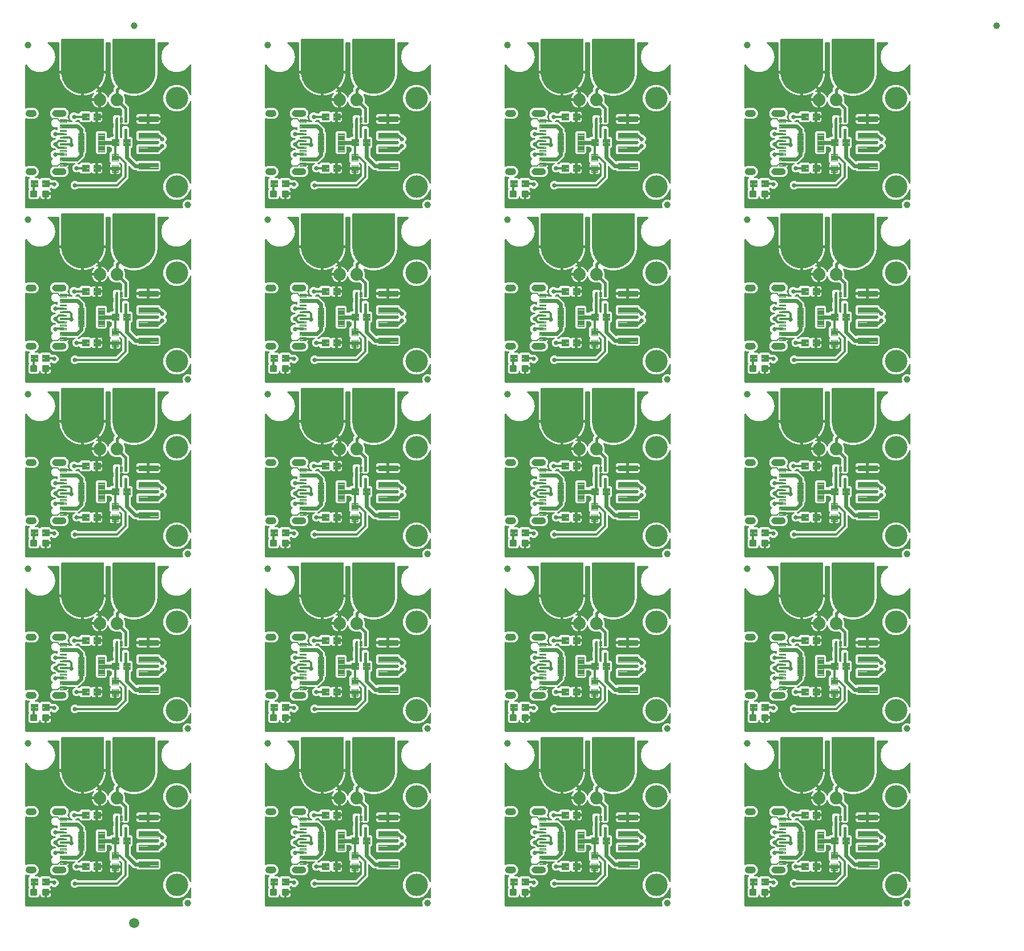
<source format=gtl>
G04 EAGLE Gerber RS-274X export*
G75*
%MOMM*%
%FSLAX34Y34*%
%LPD*%
%INTop Copper*%
%IPPOS*%
%AMOC8*
5,1,8,0,0,1.08239X$1,22.5*%
G01*
%ADD10C,1.000000*%
%ADD11C,0.100000*%
%ADD12C,0.300000*%
%ADD13C,1.879600*%
%ADD14C,5.080000*%
%ADD15C,0.102000*%
%ADD16C,0.755600*%
%ADD17C,3.327400*%
%ADD18C,0.099000*%
%ADD19C,1.500000*%
%ADD20C,0.381000*%
%ADD21C,0.655600*%
%ADD22C,0.203200*%
%ADD23C,0.304800*%
%ADD24C,0.609600*%
%ADD25C,0.558800*%

G36*
X1303791Y1040401D02*
X1303791Y1040401D01*
X1303906Y1040411D01*
X1303931Y1040421D01*
X1303959Y1040425D01*
X1304064Y1040472D01*
X1304171Y1040513D01*
X1304193Y1040529D01*
X1304218Y1040541D01*
X1304306Y1040615D01*
X1304398Y1040684D01*
X1304414Y1040707D01*
X1304435Y1040724D01*
X1304499Y1040820D01*
X1304568Y1040912D01*
X1304577Y1040938D01*
X1304593Y1040961D01*
X1304628Y1041071D01*
X1304668Y1041178D01*
X1304670Y1041206D01*
X1304679Y1041232D01*
X1304682Y1041347D01*
X1304691Y1041461D01*
X1304685Y1041486D01*
X1304686Y1041516D01*
X1304619Y1041773D01*
X1304615Y1041789D01*
X1303861Y1043609D01*
X1303861Y1046811D01*
X1305087Y1049769D01*
X1307351Y1052033D01*
X1310309Y1053259D01*
X1313511Y1053259D01*
X1315331Y1052505D01*
X1315443Y1052476D01*
X1315552Y1052441D01*
X1315580Y1052441D01*
X1315607Y1052434D01*
X1315721Y1052437D01*
X1315836Y1052434D01*
X1315863Y1052441D01*
X1315891Y1052442D01*
X1316000Y1052477D01*
X1316111Y1052506D01*
X1316135Y1052520D01*
X1316162Y1052528D01*
X1316257Y1052593D01*
X1316356Y1052651D01*
X1316375Y1052671D01*
X1316398Y1052687D01*
X1316472Y1052775D01*
X1316550Y1052858D01*
X1316563Y1052883D01*
X1316581Y1052904D01*
X1316627Y1053009D01*
X1316680Y1053112D01*
X1316684Y1053136D01*
X1316696Y1053164D01*
X1316733Y1053428D01*
X1316735Y1053443D01*
X1316735Y1067224D01*
X1316723Y1067309D01*
X1316721Y1067395D01*
X1316703Y1067449D01*
X1316695Y1067505D01*
X1316660Y1067583D01*
X1316634Y1067665D01*
X1316602Y1067713D01*
X1316579Y1067765D01*
X1316524Y1067830D01*
X1316476Y1067901D01*
X1316432Y1067938D01*
X1316396Y1067982D01*
X1316324Y1068029D01*
X1316258Y1068084D01*
X1316206Y1068108D01*
X1316159Y1068139D01*
X1316077Y1068165D01*
X1315998Y1068200D01*
X1315942Y1068208D01*
X1315888Y1068225D01*
X1315802Y1068227D01*
X1315717Y1068239D01*
X1315661Y1068231D01*
X1315604Y1068232D01*
X1315521Y1068210D01*
X1315436Y1068198D01*
X1315384Y1068175D01*
X1315329Y1068160D01*
X1315255Y1068117D01*
X1315176Y1068081D01*
X1315133Y1068044D01*
X1315084Y1068015D01*
X1315025Y1067952D01*
X1314960Y1067897D01*
X1314934Y1067855D01*
X1314890Y1067808D01*
X1314824Y1067679D01*
X1314782Y1067612D01*
X1312089Y1061110D01*
X1306551Y1055572D01*
X1299316Y1052575D01*
X1291484Y1052575D01*
X1284249Y1055572D01*
X1278711Y1061110D01*
X1275714Y1068345D01*
X1275714Y1076177D01*
X1278711Y1083412D01*
X1284249Y1088950D01*
X1291484Y1091947D01*
X1299316Y1091947D01*
X1306551Y1088950D01*
X1312089Y1083412D01*
X1314782Y1076910D01*
X1314826Y1076836D01*
X1314861Y1076757D01*
X1314898Y1076714D01*
X1314927Y1076665D01*
X1314989Y1076606D01*
X1315045Y1076540D01*
X1315092Y1076509D01*
X1315133Y1076470D01*
X1315210Y1076431D01*
X1315281Y1076383D01*
X1315335Y1076366D01*
X1315386Y1076340D01*
X1315470Y1076323D01*
X1315552Y1076297D01*
X1315609Y1076296D01*
X1315665Y1076285D01*
X1315750Y1076292D01*
X1315836Y1076290D01*
X1315891Y1076304D01*
X1315948Y1076309D01*
X1316028Y1076340D01*
X1316111Y1076362D01*
X1316160Y1076391D01*
X1316213Y1076411D01*
X1316282Y1076463D01*
X1316356Y1076507D01*
X1316395Y1076548D01*
X1316440Y1076583D01*
X1316492Y1076651D01*
X1316550Y1076714D01*
X1316576Y1076765D01*
X1316610Y1076810D01*
X1316641Y1076891D01*
X1316680Y1076967D01*
X1316688Y1077016D01*
X1316711Y1077076D01*
X1316722Y1077221D01*
X1316735Y1077298D01*
X1316735Y1198542D01*
X1316723Y1198627D01*
X1316721Y1198713D01*
X1316703Y1198767D01*
X1316695Y1198823D01*
X1316660Y1198901D01*
X1316634Y1198983D01*
X1316602Y1199031D01*
X1316579Y1199083D01*
X1316524Y1199148D01*
X1316476Y1199219D01*
X1316432Y1199256D01*
X1316396Y1199300D01*
X1316324Y1199347D01*
X1316258Y1199402D01*
X1316206Y1199426D01*
X1316159Y1199457D01*
X1316077Y1199483D01*
X1315998Y1199518D01*
X1315942Y1199526D01*
X1315888Y1199543D01*
X1315802Y1199545D01*
X1315717Y1199557D01*
X1315661Y1199549D01*
X1315604Y1199550D01*
X1315521Y1199528D01*
X1315436Y1199516D01*
X1315384Y1199493D01*
X1315329Y1199478D01*
X1315255Y1199435D01*
X1315176Y1199399D01*
X1315133Y1199362D01*
X1315084Y1199333D01*
X1315025Y1199270D01*
X1314960Y1199215D01*
X1314934Y1199173D01*
X1314890Y1199126D01*
X1314824Y1198997D01*
X1314782Y1198930D01*
X1312089Y1192428D01*
X1306551Y1186890D01*
X1299316Y1183893D01*
X1291484Y1183893D01*
X1284249Y1186890D01*
X1278711Y1192428D01*
X1275714Y1199663D01*
X1275714Y1207495D01*
X1278711Y1214730D01*
X1284249Y1220268D01*
X1291484Y1223265D01*
X1299316Y1223265D01*
X1306551Y1220268D01*
X1312089Y1214730D01*
X1314782Y1208228D01*
X1314826Y1208154D01*
X1314861Y1208075D01*
X1314898Y1208032D01*
X1314927Y1207983D01*
X1314989Y1207924D01*
X1315045Y1207858D01*
X1315092Y1207827D01*
X1315133Y1207788D01*
X1315210Y1207748D01*
X1315281Y1207701D01*
X1315335Y1207684D01*
X1315386Y1207658D01*
X1315470Y1207641D01*
X1315552Y1207615D01*
X1315609Y1207614D01*
X1315665Y1207603D01*
X1315750Y1207610D01*
X1315836Y1207608D01*
X1315891Y1207622D01*
X1315948Y1207627D01*
X1316028Y1207658D01*
X1316111Y1207680D01*
X1316160Y1207709D01*
X1316213Y1207729D01*
X1316282Y1207781D01*
X1316356Y1207825D01*
X1316395Y1207866D01*
X1316440Y1207901D01*
X1316492Y1207969D01*
X1316550Y1208032D01*
X1316576Y1208083D01*
X1316610Y1208128D01*
X1316641Y1208209D01*
X1316680Y1208285D01*
X1316688Y1208334D01*
X1316711Y1208394D01*
X1316722Y1208539D01*
X1316735Y1208616D01*
X1316735Y1252871D01*
X1316733Y1252891D01*
X1316735Y1252910D01*
X1316713Y1253031D01*
X1316695Y1253153D01*
X1316687Y1253171D01*
X1316684Y1253190D01*
X1316629Y1253300D01*
X1316579Y1253412D01*
X1316567Y1253427D01*
X1316558Y1253445D01*
X1316475Y1253536D01*
X1316396Y1253629D01*
X1316379Y1253640D01*
X1316366Y1253655D01*
X1316261Y1253719D01*
X1316159Y1253787D01*
X1316140Y1253793D01*
X1316124Y1253803D01*
X1316005Y1253836D01*
X1315888Y1253873D01*
X1315868Y1253873D01*
X1315849Y1253878D01*
X1315727Y1253877D01*
X1315604Y1253880D01*
X1315585Y1253875D01*
X1315565Y1253875D01*
X1315447Y1253839D01*
X1315329Y1253808D01*
X1315312Y1253798D01*
X1315293Y1253792D01*
X1315190Y1253726D01*
X1315084Y1253663D01*
X1315071Y1253649D01*
X1315054Y1253638D01*
X1315008Y1253581D01*
X1314890Y1253456D01*
X1314866Y1253410D01*
X1314841Y1253379D01*
X1312985Y1250164D01*
X1306878Y1245040D01*
X1299386Y1242313D01*
X1291414Y1242313D01*
X1283922Y1245040D01*
X1277815Y1250164D01*
X1273829Y1257069D01*
X1272445Y1264920D01*
X1273829Y1272771D01*
X1277815Y1279675D01*
X1283520Y1284462D01*
X1283569Y1284517D01*
X1283625Y1284565D01*
X1283664Y1284622D01*
X1283710Y1284674D01*
X1283742Y1284740D01*
X1283783Y1284801D01*
X1283804Y1284867D01*
X1283834Y1284930D01*
X1283846Y1285002D01*
X1283868Y1285072D01*
X1283870Y1285141D01*
X1283882Y1285210D01*
X1283874Y1285283D01*
X1283876Y1285356D01*
X1283858Y1285423D01*
X1283851Y1285492D01*
X1283823Y1285560D01*
X1283804Y1285631D01*
X1283769Y1285691D01*
X1283742Y1285755D01*
X1283696Y1285813D01*
X1283659Y1285876D01*
X1283608Y1285923D01*
X1283565Y1285977D01*
X1283505Y1286020D01*
X1283451Y1286070D01*
X1283390Y1286102D01*
X1283333Y1286142D01*
X1283264Y1286166D01*
X1283198Y1286200D01*
X1283140Y1286210D01*
X1283065Y1286236D01*
X1282943Y1286243D01*
X1282867Y1286255D01*
X1267714Y1286255D01*
X1267656Y1286247D01*
X1267598Y1286249D01*
X1267516Y1286227D01*
X1267432Y1286215D01*
X1267379Y1286192D01*
X1267323Y1286177D01*
X1267250Y1286134D01*
X1267173Y1286099D01*
X1267128Y1286061D01*
X1267078Y1286032D01*
X1267020Y1285970D01*
X1266956Y1285916D01*
X1266924Y1285867D01*
X1266884Y1285824D01*
X1266845Y1285749D01*
X1266798Y1285679D01*
X1266781Y1285623D01*
X1266754Y1285571D01*
X1266743Y1285503D01*
X1266713Y1285408D01*
X1266710Y1285308D01*
X1266699Y1285240D01*
X1266699Y1244049D01*
X1266706Y1243999D01*
X1266704Y1243947D01*
X1266726Y1243858D01*
X1266739Y1243768D01*
X1266760Y1243721D01*
X1266772Y1243671D01*
X1266810Y1243609D01*
X1266819Y1243588D01*
X1266701Y1241942D01*
X1266704Y1241902D01*
X1266699Y1241870D01*
X1266699Y1240224D01*
X1266670Y1240186D01*
X1266651Y1240138D01*
X1266625Y1240094D01*
X1266608Y1240023D01*
X1266568Y1239920D01*
X1266561Y1239830D01*
X1266546Y1239767D01*
X1266504Y1239185D01*
X1266505Y1239170D01*
X1266502Y1239155D01*
X1266515Y1239028D01*
X1266524Y1238901D01*
X1266529Y1238887D01*
X1266530Y1238872D01*
X1266557Y1238810D01*
X1266621Y1238634D01*
X1266648Y1238597D01*
X1266663Y1238564D01*
X1266670Y1238552D01*
X1266371Y1237177D01*
X1266365Y1237093D01*
X1266350Y1237034D01*
X1266250Y1235630D01*
X1266240Y1235621D01*
X1266230Y1235610D01*
X1266217Y1235601D01*
X1266137Y1235503D01*
X1266053Y1235407D01*
X1266047Y1235393D01*
X1266037Y1235381D01*
X1266012Y1235318D01*
X1265933Y1235149D01*
X1265926Y1235103D01*
X1265912Y1235070D01*
X1265743Y1234290D01*
X1265742Y1234274D01*
X1265737Y1234260D01*
X1265731Y1234133D01*
X1265722Y1234006D01*
X1265725Y1233991D01*
X1265724Y1233976D01*
X1265742Y1233910D01*
X1265780Y1233728D01*
X1265802Y1233687D01*
X1265811Y1233652D01*
X1265817Y1233640D01*
X1265325Y1232321D01*
X1265307Y1232239D01*
X1265284Y1232182D01*
X1264985Y1230807D01*
X1264974Y1230800D01*
X1264962Y1230790D01*
X1264949Y1230783D01*
X1264855Y1230697D01*
X1264758Y1230614D01*
X1264750Y1230601D01*
X1264739Y1230591D01*
X1264705Y1230532D01*
X1264603Y1230376D01*
X1264590Y1230332D01*
X1264571Y1230300D01*
X1264292Y1229552D01*
X1264289Y1229538D01*
X1264282Y1229524D01*
X1264265Y1229433D01*
X1264251Y1229389D01*
X1264251Y1229362D01*
X1264231Y1229275D01*
X1264232Y1229260D01*
X1264230Y1229245D01*
X1264238Y1229177D01*
X1264250Y1228991D01*
X1264265Y1228948D01*
X1264270Y1228911D01*
X1264273Y1228898D01*
X1263599Y1227663D01*
X1263592Y1227644D01*
X1263582Y1227630D01*
X1263566Y1227579D01*
X1263539Y1227531D01*
X1263047Y1226213D01*
X1263035Y1226207D01*
X1263022Y1226199D01*
X1263008Y1226194D01*
X1262903Y1226123D01*
X1262795Y1226054D01*
X1262785Y1226043D01*
X1262773Y1226034D01*
X1262730Y1225981D01*
X1262607Y1225841D01*
X1262588Y1225799D01*
X1262565Y1225770D01*
X1262183Y1225070D01*
X1262177Y1225056D01*
X1262169Y1225043D01*
X1262127Y1224923D01*
X1262083Y1224804D01*
X1262082Y1224788D01*
X1262077Y1224774D01*
X1262075Y1224706D01*
X1262060Y1224520D01*
X1262070Y1224475D01*
X1262069Y1224439D01*
X1262071Y1224425D01*
X1261227Y1223299D01*
X1261187Y1223225D01*
X1261149Y1223177D01*
X1260475Y1221941D01*
X1260462Y1221938D01*
X1260448Y1221931D01*
X1260433Y1221929D01*
X1260318Y1221873D01*
X1260203Y1221820D01*
X1260191Y1221810D01*
X1260178Y1221804D01*
X1260128Y1221756D01*
X1259987Y1221636D01*
X1259961Y1221597D01*
X1259935Y1221572D01*
X1259456Y1220933D01*
X1259449Y1220920D01*
X1259439Y1220909D01*
X1259381Y1220795D01*
X1259320Y1220684D01*
X1259316Y1220669D01*
X1259309Y1220656D01*
X1259298Y1220588D01*
X1259257Y1220406D01*
X1259260Y1220361D01*
X1259254Y1220325D01*
X1259254Y1220311D01*
X1258259Y1219316D01*
X1258208Y1219249D01*
X1258164Y1219206D01*
X1257321Y1218080D01*
X1257307Y1218078D01*
X1257293Y1218073D01*
X1257278Y1218073D01*
X1257157Y1218034D01*
X1257034Y1217998D01*
X1257021Y1217990D01*
X1257007Y1217986D01*
X1256952Y1217946D01*
X1256794Y1217846D01*
X1256763Y1217812D01*
X1256734Y1217791D01*
X1256169Y1217226D01*
X1256160Y1217214D01*
X1256148Y1217205D01*
X1256074Y1217100D01*
X1255998Y1216999D01*
X1255993Y1216985D01*
X1255984Y1216973D01*
X1255964Y1216907D01*
X1255897Y1216733D01*
X1255893Y1216688D01*
X1255882Y1216653D01*
X1255880Y1216639D01*
X1254754Y1215796D01*
X1254694Y1215737D01*
X1254644Y1215701D01*
X1253649Y1214706D01*
X1253635Y1214706D01*
X1253621Y1214704D01*
X1253606Y1214706D01*
X1253480Y1214684D01*
X1253354Y1214666D01*
X1253340Y1214660D01*
X1253325Y1214657D01*
X1253265Y1214626D01*
X1253095Y1214550D01*
X1253060Y1214520D01*
X1253027Y1214504D01*
X1252388Y1214025D01*
X1252377Y1214015D01*
X1252364Y1214007D01*
X1252277Y1213914D01*
X1252187Y1213825D01*
X1252179Y1213811D01*
X1252169Y1213800D01*
X1252139Y1213739D01*
X1252049Y1213576D01*
X1252038Y1213531D01*
X1252022Y1213498D01*
X1252019Y1213485D01*
X1250783Y1212811D01*
X1250716Y1212761D01*
X1250661Y1212733D01*
X1249535Y1211889D01*
X1249521Y1211891D01*
X1249506Y1211891D01*
X1249492Y1211895D01*
X1249364Y1211892D01*
X1249237Y1211892D01*
X1249223Y1211888D01*
X1249207Y1211887D01*
X1249143Y1211865D01*
X1248964Y1211814D01*
X1248925Y1211789D01*
X1248890Y1211777D01*
X1248190Y1211395D01*
X1248178Y1211386D01*
X1248164Y1211380D01*
X1248064Y1211301D01*
X1247962Y1211225D01*
X1247953Y1211213D01*
X1247941Y1211204D01*
X1247902Y1211147D01*
X1247790Y1210999D01*
X1247773Y1210956D01*
X1247753Y1210925D01*
X1247747Y1210913D01*
X1246429Y1210421D01*
X1246355Y1210381D01*
X1246297Y1210361D01*
X1245062Y1209687D01*
X1245049Y1209690D01*
X1245034Y1209693D01*
X1245020Y1209698D01*
X1244894Y1209713D01*
X1244767Y1209732D01*
X1244752Y1209730D01*
X1244737Y1209731D01*
X1244670Y1209718D01*
X1244486Y1209693D01*
X1244444Y1209675D01*
X1244408Y1209668D01*
X1243660Y1209389D01*
X1243647Y1209381D01*
X1243632Y1209378D01*
X1243522Y1209314D01*
X1243410Y1209253D01*
X1243399Y1209242D01*
X1243386Y1209235D01*
X1243340Y1209184D01*
X1243208Y1209053D01*
X1243185Y1209013D01*
X1243160Y1208986D01*
X1243153Y1208975D01*
X1241778Y1208676D01*
X1241699Y1208647D01*
X1241639Y1208635D01*
X1240320Y1208143D01*
X1240308Y1208149D01*
X1240294Y1208153D01*
X1240281Y1208161D01*
X1240158Y1208193D01*
X1240035Y1208229D01*
X1240020Y1208230D01*
X1240006Y1208233D01*
X1239938Y1208230D01*
X1239751Y1208231D01*
X1239707Y1208219D01*
X1239670Y1208217D01*
X1238891Y1208048D01*
X1238876Y1208042D01*
X1238861Y1208041D01*
X1238743Y1207993D01*
X1238624Y1207949D01*
X1238612Y1207940D01*
X1238598Y1207934D01*
X1238545Y1207891D01*
X1238395Y1207780D01*
X1238367Y1207744D01*
X1238339Y1207720D01*
X1238330Y1207710D01*
X1236926Y1207610D01*
X1236844Y1207592D01*
X1236783Y1207589D01*
X1235408Y1207290D01*
X1235396Y1207297D01*
X1235383Y1207304D01*
X1235371Y1207313D01*
X1235254Y1207363D01*
X1235138Y1207416D01*
X1235123Y1207418D01*
X1235109Y1207424D01*
X1235041Y1207431D01*
X1234857Y1207458D01*
X1234811Y1207452D01*
X1234775Y1207456D01*
X1233979Y1207399D01*
X1233964Y1207396D01*
X1233949Y1207396D01*
X1233825Y1207366D01*
X1233701Y1207339D01*
X1233688Y1207332D01*
X1233673Y1207328D01*
X1233615Y1207293D01*
X1233451Y1207205D01*
X1233418Y1207173D01*
X1233386Y1207154D01*
X1233376Y1207145D01*
X1231972Y1207245D01*
X1231889Y1207239D01*
X1231828Y1207245D01*
X1230424Y1207145D01*
X1230414Y1207154D01*
X1230401Y1207162D01*
X1230391Y1207173D01*
X1230282Y1207239D01*
X1230175Y1207308D01*
X1230160Y1207312D01*
X1230147Y1207320D01*
X1230081Y1207336D01*
X1229903Y1207390D01*
X1229857Y1207390D01*
X1229821Y1207399D01*
X1229025Y1207456D01*
X1229010Y1207455D01*
X1228995Y1207458D01*
X1228868Y1207445D01*
X1228741Y1207436D01*
X1228727Y1207431D01*
X1228712Y1207430D01*
X1228650Y1207403D01*
X1228474Y1207339D01*
X1228437Y1207312D01*
X1228404Y1207297D01*
X1228392Y1207290D01*
X1227017Y1207589D01*
X1226933Y1207595D01*
X1226874Y1207610D01*
X1225470Y1207710D01*
X1225461Y1207720D01*
X1225450Y1207730D01*
X1225441Y1207743D01*
X1225343Y1207823D01*
X1225247Y1207907D01*
X1225233Y1207913D01*
X1225221Y1207923D01*
X1225158Y1207948D01*
X1224989Y1208027D01*
X1224943Y1208034D01*
X1224909Y1208048D01*
X1224130Y1208217D01*
X1224114Y1208218D01*
X1224100Y1208223D01*
X1223973Y1208229D01*
X1223846Y1208238D01*
X1223831Y1208235D01*
X1223816Y1208236D01*
X1223750Y1208218D01*
X1223568Y1208180D01*
X1223527Y1208158D01*
X1223492Y1208149D01*
X1223480Y1208143D01*
X1222161Y1208635D01*
X1222079Y1208653D01*
X1222022Y1208676D01*
X1220647Y1208975D01*
X1220640Y1208986D01*
X1220630Y1208998D01*
X1220623Y1209011D01*
X1220537Y1209105D01*
X1220454Y1209202D01*
X1220441Y1209210D01*
X1220431Y1209221D01*
X1220372Y1209255D01*
X1220216Y1209357D01*
X1220172Y1209370D01*
X1220140Y1209389D01*
X1219392Y1209668D01*
X1219378Y1209671D01*
X1219364Y1209678D01*
X1219239Y1209701D01*
X1219115Y1209729D01*
X1219100Y1209728D01*
X1219085Y1209730D01*
X1219017Y1209722D01*
X1218831Y1209710D01*
X1218788Y1209695D01*
X1218751Y1209690D01*
X1218738Y1209687D01*
X1218434Y1209853D01*
X1218355Y1209882D01*
X1218281Y1209921D01*
X1218223Y1209932D01*
X1218168Y1209953D01*
X1218084Y1209960D01*
X1218002Y1209976D01*
X1217943Y1209971D01*
X1217884Y1209975D01*
X1217802Y1209958D01*
X1217719Y1209951D01*
X1217664Y1209930D01*
X1217606Y1209918D01*
X1217531Y1209879D01*
X1217454Y1209849D01*
X1217407Y1209814D01*
X1217354Y1209786D01*
X1217294Y1209728D01*
X1217227Y1209678D01*
X1217192Y1209630D01*
X1217149Y1209589D01*
X1217107Y1209517D01*
X1217057Y1209450D01*
X1217036Y1209394D01*
X1217006Y1209343D01*
X1216986Y1209262D01*
X1216956Y1209184D01*
X1216952Y1209125D01*
X1216937Y1209067D01*
X1216940Y1208984D01*
X1216934Y1208901D01*
X1216945Y1208850D01*
X1216948Y1208783D01*
X1216992Y1208650D01*
X1217009Y1208573D01*
X1218947Y1203896D01*
X1218947Y1198944D01*
X1218338Y1197474D01*
X1218337Y1197473D01*
X1218337Y1197471D01*
X1218303Y1197338D01*
X1218267Y1197199D01*
X1218267Y1197197D01*
X1218267Y1197196D01*
X1218271Y1197055D01*
X1218275Y1196915D01*
X1218275Y1196913D01*
X1218276Y1196912D01*
X1218319Y1196777D01*
X1218362Y1196644D01*
X1218363Y1196643D01*
X1218363Y1196641D01*
X1218372Y1196629D01*
X1218520Y1196408D01*
X1218543Y1196388D01*
X1218558Y1196368D01*
X1224304Y1190622D01*
X1224304Y1176805D01*
X1224316Y1176719D01*
X1224319Y1176631D01*
X1224336Y1176579D01*
X1224344Y1176524D01*
X1224379Y1176444D01*
X1224399Y1176384D01*
X1224399Y1166850D01*
X1222320Y1164771D01*
X1216380Y1164771D01*
X1216049Y1165102D01*
X1215987Y1165149D01*
X1215932Y1165203D01*
X1215874Y1165234D01*
X1215822Y1165273D01*
X1215750Y1165300D01*
X1215681Y1165337D01*
X1215617Y1165351D01*
X1215557Y1165374D01*
X1215479Y1165380D01*
X1215403Y1165397D01*
X1215347Y1165391D01*
X1215273Y1165398D01*
X1215146Y1165372D01*
X1215069Y1165365D01*
X1214750Y1165279D01*
X1213865Y1165279D01*
X1213865Y1171570D01*
X1213865Y1177991D01*
X1213922Y1178017D01*
X1213967Y1178055D01*
X1214017Y1178084D01*
X1214075Y1178146D01*
X1214139Y1178200D01*
X1214171Y1178249D01*
X1214211Y1178292D01*
X1214250Y1178367D01*
X1214297Y1178437D01*
X1214314Y1178493D01*
X1214341Y1178545D01*
X1214352Y1178613D01*
X1214382Y1178708D01*
X1214385Y1178808D01*
X1214396Y1178876D01*
X1214396Y1186098D01*
X1214384Y1186184D01*
X1214381Y1186272D01*
X1214364Y1186324D01*
X1214356Y1186379D01*
X1214321Y1186459D01*
X1214294Y1186542D01*
X1214266Y1186581D01*
X1214240Y1186638D01*
X1214144Y1186752D01*
X1214099Y1186815D01*
X1211552Y1189362D01*
X1211551Y1189363D01*
X1211550Y1189364D01*
X1211470Y1189424D01*
X1211452Y1189442D01*
X1211436Y1189449D01*
X1211325Y1189533D01*
X1211324Y1189534D01*
X1211322Y1189535D01*
X1211190Y1189584D01*
X1211059Y1189634D01*
X1211058Y1189634D01*
X1211056Y1189635D01*
X1210918Y1189646D01*
X1210776Y1189658D01*
X1210775Y1189657D01*
X1210773Y1189658D01*
X1210758Y1189654D01*
X1210497Y1189602D01*
X1210470Y1189588D01*
X1210446Y1189582D01*
X1208976Y1188973D01*
X1204024Y1188973D01*
X1199449Y1190868D01*
X1195948Y1194369D01*
X1194431Y1198031D01*
X1194396Y1198091D01*
X1194370Y1198155D01*
X1194324Y1198213D01*
X1194287Y1198276D01*
X1194237Y1198324D01*
X1194194Y1198378D01*
X1194134Y1198421D01*
X1194080Y1198471D01*
X1194019Y1198503D01*
X1193962Y1198543D01*
X1193893Y1198568D01*
X1193827Y1198602D01*
X1193760Y1198615D01*
X1193694Y1198638D01*
X1193621Y1198642D01*
X1193548Y1198657D01*
X1193480Y1198651D01*
X1193411Y1198655D01*
X1193339Y1198639D01*
X1193265Y1198632D01*
X1193201Y1198607D01*
X1193133Y1198592D01*
X1193069Y1198557D01*
X1193000Y1198530D01*
X1192945Y1198489D01*
X1192884Y1198455D01*
X1192832Y1198403D01*
X1192773Y1198359D01*
X1192732Y1198303D01*
X1192683Y1198254D01*
X1192654Y1198199D01*
X1192603Y1198131D01*
X1192562Y1198023D01*
X1192528Y1197957D01*
X1192164Y1196837D01*
X1191311Y1195163D01*
X1190206Y1193642D01*
X1188878Y1192314D01*
X1187357Y1191209D01*
X1185683Y1190356D01*
X1183896Y1189775D01*
X1183131Y1189654D01*
X1183131Y1200404D01*
X1183123Y1200462D01*
X1183125Y1200520D01*
X1183103Y1200602D01*
X1183091Y1200685D01*
X1183067Y1200739D01*
X1183053Y1200795D01*
X1183010Y1200868D01*
X1182975Y1200945D01*
X1182937Y1200989D01*
X1182907Y1201040D01*
X1182846Y1201097D01*
X1182791Y1201162D01*
X1182743Y1201194D01*
X1182700Y1201234D01*
X1182625Y1201273D01*
X1182555Y1201319D01*
X1182499Y1201337D01*
X1182447Y1201364D01*
X1182379Y1201375D01*
X1182284Y1201405D01*
X1182184Y1201408D01*
X1182116Y1201419D01*
X1181099Y1201419D01*
X1181099Y1201421D01*
X1182116Y1201421D01*
X1182174Y1201429D01*
X1182232Y1201428D01*
X1182314Y1201449D01*
X1182397Y1201461D01*
X1182451Y1201485D01*
X1182507Y1201499D01*
X1182580Y1201542D01*
X1182657Y1201577D01*
X1182702Y1201615D01*
X1182752Y1201645D01*
X1182810Y1201706D01*
X1182874Y1201761D01*
X1182906Y1201809D01*
X1182946Y1201852D01*
X1182985Y1201927D01*
X1183031Y1201997D01*
X1183049Y1202053D01*
X1183076Y1202105D01*
X1183087Y1202173D01*
X1183117Y1202268D01*
X1183120Y1202368D01*
X1183131Y1202436D01*
X1183131Y1213186D01*
X1183896Y1213065D01*
X1185683Y1212484D01*
X1187357Y1211631D01*
X1188878Y1210526D01*
X1190206Y1209198D01*
X1191311Y1207677D01*
X1192164Y1206003D01*
X1192528Y1204883D01*
X1192558Y1204821D01*
X1192579Y1204755D01*
X1192620Y1204694D01*
X1192653Y1204628D01*
X1192699Y1204577D01*
X1192738Y1204519D01*
X1192794Y1204472D01*
X1192843Y1204417D01*
X1192902Y1204381D01*
X1192955Y1204336D01*
X1193022Y1204306D01*
X1193085Y1204267D01*
X1193152Y1204249D01*
X1193215Y1204221D01*
X1193288Y1204211D01*
X1193359Y1204191D01*
X1193428Y1204191D01*
X1193497Y1204182D01*
X1193569Y1204192D01*
X1193643Y1204193D01*
X1193710Y1204213D01*
X1193778Y1204222D01*
X1193845Y1204253D01*
X1193916Y1204274D01*
X1193974Y1204311D01*
X1194037Y1204340D01*
X1194093Y1204387D01*
X1194155Y1204427D01*
X1194201Y1204479D01*
X1194253Y1204524D01*
X1194286Y1204577D01*
X1194343Y1204641D01*
X1194392Y1204745D01*
X1194431Y1204809D01*
X1195948Y1208471D01*
X1199449Y1211972D01*
X1200920Y1212581D01*
X1200921Y1212582D01*
X1200922Y1212582D01*
X1201043Y1212653D01*
X1201164Y1212725D01*
X1201165Y1212726D01*
X1201167Y1212727D01*
X1201261Y1212827D01*
X1201360Y1212932D01*
X1201360Y1212933D01*
X1201361Y1212935D01*
X1201426Y1213060D01*
X1201490Y1213185D01*
X1201490Y1213186D01*
X1201491Y1213188D01*
X1201493Y1213202D01*
X1201545Y1213464D01*
X1201542Y1213494D01*
X1201546Y1213519D01*
X1201546Y1218712D01*
X1203300Y1220466D01*
X1203334Y1220511D01*
X1203375Y1220549D01*
X1203419Y1220624D01*
X1203471Y1220693D01*
X1203491Y1220746D01*
X1203520Y1220794D01*
X1203542Y1220878D01*
X1203572Y1220959D01*
X1203577Y1221015D01*
X1203591Y1221069D01*
X1203589Y1221156D01*
X1203596Y1221242D01*
X1203585Y1221297D01*
X1203583Y1221353D01*
X1203560Y1221420D01*
X1203540Y1221521D01*
X1203496Y1221606D01*
X1203473Y1221670D01*
X1202651Y1223177D01*
X1202601Y1223244D01*
X1202573Y1223299D01*
X1201729Y1224425D01*
X1201731Y1224439D01*
X1201731Y1224454D01*
X1201735Y1224468D01*
X1201732Y1224596D01*
X1201732Y1224723D01*
X1201728Y1224737D01*
X1201727Y1224753D01*
X1201705Y1224817D01*
X1201654Y1224996D01*
X1201629Y1225035D01*
X1201617Y1225070D01*
X1201235Y1225770D01*
X1201226Y1225782D01*
X1201220Y1225796D01*
X1201141Y1225896D01*
X1201065Y1225998D01*
X1201053Y1226007D01*
X1201044Y1226019D01*
X1200987Y1226058D01*
X1200839Y1226170D01*
X1200796Y1226187D01*
X1200765Y1226207D01*
X1200753Y1226213D01*
X1200261Y1227531D01*
X1200244Y1227563D01*
X1200239Y1227582D01*
X1200215Y1227622D01*
X1200201Y1227663D01*
X1199527Y1228898D01*
X1199530Y1228911D01*
X1199533Y1228926D01*
X1199538Y1228940D01*
X1199553Y1229066D01*
X1199572Y1229193D01*
X1199570Y1229208D01*
X1199571Y1229223D01*
X1199558Y1229290D01*
X1199555Y1229312D01*
X1199556Y1229338D01*
X1199547Y1229372D01*
X1199533Y1229474D01*
X1199515Y1229516D01*
X1199508Y1229552D01*
X1199229Y1230300D01*
X1199221Y1230313D01*
X1199218Y1230328D01*
X1199154Y1230438D01*
X1199093Y1230550D01*
X1199082Y1230561D01*
X1199075Y1230574D01*
X1199024Y1230620D01*
X1198893Y1230752D01*
X1198853Y1230775D01*
X1198826Y1230800D01*
X1198815Y1230807D01*
X1198516Y1232182D01*
X1198487Y1232261D01*
X1198475Y1232321D01*
X1197983Y1233640D01*
X1197989Y1233652D01*
X1197993Y1233666D01*
X1198001Y1233679D01*
X1198033Y1233803D01*
X1198069Y1233925D01*
X1198070Y1233940D01*
X1198073Y1233954D01*
X1198070Y1234022D01*
X1198071Y1234209D01*
X1198059Y1234253D01*
X1198057Y1234290D01*
X1197888Y1235069D01*
X1197882Y1235084D01*
X1197881Y1235099D01*
X1197833Y1235216D01*
X1197789Y1235336D01*
X1197780Y1235348D01*
X1197774Y1235362D01*
X1197731Y1235415D01*
X1197620Y1235565D01*
X1197584Y1235593D01*
X1197560Y1235621D01*
X1197550Y1235630D01*
X1197450Y1237034D01*
X1197432Y1237116D01*
X1197429Y1237177D01*
X1197130Y1238552D01*
X1197137Y1238564D01*
X1197144Y1238577D01*
X1197153Y1238589D01*
X1197203Y1238706D01*
X1197256Y1238822D01*
X1197258Y1238837D01*
X1197264Y1238851D01*
X1197271Y1238919D01*
X1197298Y1239103D01*
X1197292Y1239149D01*
X1197296Y1239185D01*
X1197254Y1239768D01*
X1197243Y1239818D01*
X1197242Y1239869D01*
X1197214Y1239956D01*
X1197194Y1240045D01*
X1197170Y1240091D01*
X1197154Y1240140D01*
X1197112Y1240199D01*
X1197101Y1240219D01*
X1197101Y1241869D01*
X1197096Y1241910D01*
X1197099Y1241942D01*
X1196981Y1243583D01*
X1197008Y1243623D01*
X1197022Y1243673D01*
X1197046Y1243718D01*
X1197058Y1243790D01*
X1197090Y1243896D01*
X1197091Y1243986D01*
X1197101Y1244049D01*
X1197101Y1285240D01*
X1197093Y1285298D01*
X1197095Y1285356D01*
X1197073Y1285438D01*
X1197061Y1285522D01*
X1197038Y1285575D01*
X1197023Y1285631D01*
X1196980Y1285704D01*
X1196945Y1285781D01*
X1196907Y1285826D01*
X1196878Y1285876D01*
X1196816Y1285934D01*
X1196762Y1285998D01*
X1196713Y1286030D01*
X1196670Y1286070D01*
X1196595Y1286109D01*
X1196525Y1286156D01*
X1196469Y1286173D01*
X1196417Y1286200D01*
X1196349Y1286211D01*
X1196254Y1286241D01*
X1196154Y1286244D01*
X1196086Y1286255D01*
X1191006Y1286255D01*
X1190948Y1286247D01*
X1190890Y1286249D01*
X1190808Y1286227D01*
X1190724Y1286215D01*
X1190671Y1286192D01*
X1190615Y1286177D01*
X1190542Y1286134D01*
X1190465Y1286099D01*
X1190420Y1286061D01*
X1190370Y1286032D01*
X1190312Y1285970D01*
X1190248Y1285916D01*
X1190216Y1285867D01*
X1190176Y1285824D01*
X1190137Y1285749D01*
X1190090Y1285679D01*
X1190073Y1285623D01*
X1190046Y1285571D01*
X1190035Y1285503D01*
X1190005Y1285408D01*
X1190002Y1285308D01*
X1189991Y1285240D01*
X1189991Y1244091D01*
X1187449Y1244091D01*
X1187449Y1290320D01*
X1187434Y1290438D01*
X1187427Y1290557D01*
X1187414Y1290595D01*
X1187409Y1290636D01*
X1187366Y1290746D01*
X1187329Y1290859D01*
X1187307Y1290894D01*
X1187292Y1290931D01*
X1187223Y1291027D01*
X1187159Y1291128D01*
X1187129Y1291156D01*
X1187106Y1291189D01*
X1187014Y1291265D01*
X1186927Y1291346D01*
X1186892Y1291366D01*
X1186861Y1291391D01*
X1186753Y1291442D01*
X1186649Y1291500D01*
X1186609Y1291510D01*
X1186573Y1291527D01*
X1186456Y1291549D01*
X1186341Y1291579D01*
X1186281Y1291583D01*
X1186261Y1291587D01*
X1186240Y1291585D01*
X1186180Y1291589D01*
X1125220Y1291589D01*
X1125102Y1291574D01*
X1124983Y1291567D01*
X1124945Y1291554D01*
X1124904Y1291549D01*
X1124794Y1291506D01*
X1124681Y1291469D01*
X1124646Y1291447D01*
X1124609Y1291432D01*
X1124513Y1291363D01*
X1124412Y1291299D01*
X1124384Y1291269D01*
X1124351Y1291246D01*
X1124276Y1291154D01*
X1124194Y1291067D01*
X1124174Y1291032D01*
X1124149Y1291001D01*
X1124098Y1290893D01*
X1124040Y1290789D01*
X1124030Y1290749D01*
X1124013Y1290713D01*
X1123991Y1290596D01*
X1123961Y1290481D01*
X1123957Y1290421D01*
X1123953Y1290401D01*
X1123955Y1290380D01*
X1123951Y1290320D01*
X1123951Y1244091D01*
X1121409Y1244091D01*
X1121409Y1285240D01*
X1121401Y1285298D01*
X1121403Y1285356D01*
X1121381Y1285438D01*
X1121369Y1285522D01*
X1121345Y1285575D01*
X1121331Y1285631D01*
X1121288Y1285704D01*
X1121253Y1285781D01*
X1121215Y1285826D01*
X1121185Y1285876D01*
X1121124Y1285934D01*
X1121069Y1285998D01*
X1121021Y1286030D01*
X1120978Y1286070D01*
X1120903Y1286109D01*
X1120833Y1286156D01*
X1120777Y1286173D01*
X1120725Y1286200D01*
X1120657Y1286211D01*
X1120562Y1286241D01*
X1120462Y1286244D01*
X1120394Y1286255D01*
X1104733Y1286255D01*
X1104660Y1286245D01*
X1104586Y1286245D01*
X1104520Y1286225D01*
X1104451Y1286215D01*
X1104384Y1286185D01*
X1104314Y1286165D01*
X1104255Y1286128D01*
X1104192Y1286099D01*
X1104136Y1286052D01*
X1104074Y1286012D01*
X1104028Y1285960D01*
X1103975Y1285916D01*
X1103934Y1285854D01*
X1103885Y1285799D01*
X1103856Y1285737D01*
X1103817Y1285679D01*
X1103795Y1285609D01*
X1103764Y1285542D01*
X1103752Y1285474D01*
X1103732Y1285408D01*
X1103730Y1285334D01*
X1103718Y1285262D01*
X1103726Y1285193D01*
X1103724Y1285124D01*
X1103743Y1285053D01*
X1103752Y1284979D01*
X1103779Y1284916D01*
X1103796Y1284849D01*
X1103834Y1284785D01*
X1103862Y1284718D01*
X1103901Y1284673D01*
X1103941Y1284604D01*
X1104031Y1284520D01*
X1104080Y1284462D01*
X1109785Y1279676D01*
X1113771Y1272771D01*
X1115155Y1264920D01*
X1113771Y1257069D01*
X1109785Y1250165D01*
X1103678Y1245040D01*
X1096186Y1242313D01*
X1088214Y1242313D01*
X1080722Y1245040D01*
X1074615Y1250164D01*
X1072759Y1253379D01*
X1072747Y1253394D01*
X1072739Y1253412D01*
X1072660Y1253506D01*
X1072584Y1253603D01*
X1072568Y1253614D01*
X1072555Y1253629D01*
X1072453Y1253698D01*
X1072354Y1253769D01*
X1072335Y1253776D01*
X1072319Y1253787D01*
X1072201Y1253824D01*
X1072086Y1253866D01*
X1072066Y1253867D01*
X1072048Y1253873D01*
X1071925Y1253876D01*
X1071802Y1253884D01*
X1071783Y1253879D01*
X1071764Y1253880D01*
X1071645Y1253849D01*
X1071525Y1253822D01*
X1071507Y1253813D01*
X1071489Y1253808D01*
X1071383Y1253746D01*
X1071275Y1253687D01*
X1071261Y1253673D01*
X1071244Y1253663D01*
X1071160Y1253573D01*
X1071073Y1253487D01*
X1071063Y1253470D01*
X1071050Y1253456D01*
X1070994Y1253346D01*
X1070934Y1253239D01*
X1070929Y1253220D01*
X1070920Y1253202D01*
X1070908Y1253130D01*
X1070869Y1252962D01*
X1070871Y1252911D01*
X1070865Y1252871D01*
X1070865Y1189158D01*
X1070877Y1189073D01*
X1070879Y1188986D01*
X1070897Y1188933D01*
X1070905Y1188877D01*
X1070940Y1188798D01*
X1070966Y1188715D01*
X1070998Y1188669D01*
X1071021Y1188617D01*
X1071077Y1188551D01*
X1071125Y1188480D01*
X1071168Y1188443D01*
X1071204Y1188400D01*
X1071277Y1188352D01*
X1071343Y1188297D01*
X1071394Y1188274D01*
X1071441Y1188243D01*
X1071524Y1188217D01*
X1071603Y1188182D01*
X1071659Y1188174D01*
X1071712Y1188157D01*
X1071799Y1188155D01*
X1071884Y1188143D01*
X1071933Y1188151D01*
X1071996Y1188150D01*
X1072138Y1188187D01*
X1072215Y1188200D01*
X1072720Y1188377D01*
X1072852Y1188445D01*
X1072924Y1188475D01*
X1073467Y1188816D01*
X1073469Y1188818D01*
X1073471Y1188819D01*
X1073487Y1188833D01*
X1073609Y1188936D01*
X1073737Y1188925D01*
X1073767Y1188932D01*
X1073793Y1188930D01*
X1074430Y1189002D01*
X1074574Y1189039D01*
X1074652Y1189053D01*
X1074846Y1189121D01*
X1074899Y1189148D01*
X1074956Y1189166D01*
X1075011Y1189206D01*
X1075035Y1189218D01*
X1075178Y1189239D01*
X1075207Y1189251D01*
X1075232Y1189256D01*
X1075426Y1189323D01*
X1075476Y1189299D01*
X1075532Y1189281D01*
X1075585Y1189254D01*
X1075653Y1189243D01*
X1075746Y1189213D01*
X1075847Y1189210D01*
X1075916Y1189199D01*
X1076119Y1189199D01*
X1076183Y1189208D01*
X1076233Y1189205D01*
X1077315Y1189327D01*
X1077401Y1189276D01*
X1077431Y1189268D01*
X1077458Y1189254D01*
X1077536Y1189241D01*
X1077677Y1189205D01*
X1077741Y1189207D01*
X1077789Y1189199D01*
X1080911Y1189199D01*
X1080941Y1189203D01*
X1080972Y1189201D01*
X1081081Y1189223D01*
X1081192Y1189239D01*
X1081220Y1189251D01*
X1081250Y1189257D01*
X1081319Y1189295D01*
X1081389Y1189327D01*
X1082467Y1189205D01*
X1082532Y1189207D01*
X1082581Y1189199D01*
X1082784Y1189199D01*
X1082843Y1189207D01*
X1082902Y1189206D01*
X1082968Y1189225D01*
X1083065Y1189239D01*
X1083158Y1189280D01*
X1083224Y1189299D01*
X1083275Y1189323D01*
X1083468Y1189256D01*
X1083470Y1189255D01*
X1083472Y1189254D01*
X1083492Y1189251D01*
X1083663Y1189217D01*
X1083698Y1189190D01*
X1083793Y1189154D01*
X1083854Y1189121D01*
X1084048Y1189053D01*
X1084195Y1189023D01*
X1084270Y1189002D01*
X1084907Y1188930D01*
X1084909Y1188930D01*
X1084912Y1188930D01*
X1084932Y1188931D01*
X1085093Y1188935D01*
X1085186Y1188848D01*
X1085214Y1188833D01*
X1085233Y1188816D01*
X1085776Y1188475D01*
X1085912Y1188414D01*
X1085980Y1188377D01*
X1086585Y1188165D01*
X1086588Y1188164D01*
X1086590Y1188163D01*
X1086610Y1188160D01*
X1086768Y1188129D01*
X1086839Y1188022D01*
X1086863Y1188002D01*
X1086877Y1187981D01*
X1087331Y1187528D01*
X1087450Y1187438D01*
X1087509Y1187386D01*
X1088051Y1187045D01*
X1088053Y1187044D01*
X1088055Y1187043D01*
X1088074Y1187035D01*
X1088221Y1186969D01*
X1088266Y1186850D01*
X1088285Y1186825D01*
X1088295Y1186801D01*
X1088636Y1186259D01*
X1088733Y1186145D01*
X1088778Y1186081D01*
X1089231Y1185627D01*
X1089233Y1185626D01*
X1089235Y1185624D01*
X1089252Y1185612D01*
X1089380Y1185516D01*
X1089398Y1185389D01*
X1089411Y1185361D01*
X1089415Y1185335D01*
X1089627Y1184730D01*
X1089695Y1184598D01*
X1089725Y1184526D01*
X1090066Y1183983D01*
X1090068Y1183981D01*
X1090069Y1183979D01*
X1090083Y1183963D01*
X1090101Y1183941D01*
X1090117Y1183914D01*
X1090150Y1183884D01*
X1090186Y1183841D01*
X1090175Y1183713D01*
X1090182Y1183683D01*
X1090180Y1183657D01*
X1090252Y1183020D01*
X1090289Y1182876D01*
X1090303Y1182798D01*
X1090514Y1182193D01*
X1090515Y1182191D01*
X1090516Y1182189D01*
X1090526Y1182171D01*
X1090538Y1182148D01*
X1090543Y1182128D01*
X1090581Y1182065D01*
X1090600Y1182028D01*
X1090561Y1181907D01*
X1090560Y1181875D01*
X1090553Y1181851D01*
X1090481Y1181214D01*
X1090485Y1181064D01*
X1090481Y1180986D01*
X1090553Y1180349D01*
X1090554Y1180347D01*
X1090553Y1180345D01*
X1090559Y1180325D01*
X1090599Y1180170D01*
X1090534Y1180059D01*
X1090527Y1180029D01*
X1090514Y1180007D01*
X1090303Y1179402D01*
X1090273Y1179255D01*
X1090252Y1179180D01*
X1090180Y1178543D01*
X1090180Y1178541D01*
X1090180Y1178538D01*
X1090181Y1178518D01*
X1090185Y1178380D01*
X1090184Y1178356D01*
X1090098Y1178264D01*
X1090083Y1178236D01*
X1090066Y1178217D01*
X1089725Y1177674D01*
X1089664Y1177538D01*
X1089627Y1177470D01*
X1089415Y1176865D01*
X1089414Y1176862D01*
X1089413Y1176860D01*
X1089410Y1176840D01*
X1089379Y1176682D01*
X1089273Y1176611D01*
X1089252Y1176587D01*
X1089231Y1176573D01*
X1088778Y1176119D01*
X1088764Y1176101D01*
X1088750Y1176088D01*
X1088709Y1176027D01*
X1088688Y1176000D01*
X1088636Y1175941D01*
X1088295Y1175399D01*
X1088294Y1175397D01*
X1088293Y1175395D01*
X1088285Y1175376D01*
X1088219Y1175229D01*
X1088100Y1175184D01*
X1088075Y1175165D01*
X1088051Y1175155D01*
X1087509Y1174814D01*
X1087394Y1174717D01*
X1087331Y1174672D01*
X1086877Y1174219D01*
X1086876Y1174217D01*
X1086874Y1174215D01*
X1086862Y1174197D01*
X1086766Y1174070D01*
X1086639Y1174052D01*
X1086611Y1174039D01*
X1086585Y1174035D01*
X1085980Y1173823D01*
X1085848Y1173755D01*
X1085776Y1173725D01*
X1085233Y1173384D01*
X1085231Y1173382D01*
X1085229Y1173381D01*
X1085213Y1173367D01*
X1085091Y1173264D01*
X1084963Y1173275D01*
X1084933Y1173268D01*
X1084907Y1173270D01*
X1084270Y1173198D01*
X1084126Y1173161D01*
X1084048Y1173147D01*
X1083854Y1173079D01*
X1083801Y1173052D01*
X1083744Y1173034D01*
X1083689Y1172994D01*
X1083665Y1172982D01*
X1083522Y1172961D01*
X1083493Y1172949D01*
X1083468Y1172944D01*
X1083274Y1172877D01*
X1083224Y1172901D01*
X1083168Y1172919D01*
X1083115Y1172946D01*
X1083047Y1172957D01*
X1082954Y1172987D01*
X1082853Y1172990D01*
X1082784Y1173001D01*
X1082581Y1173001D01*
X1082517Y1172992D01*
X1082467Y1172995D01*
X1081385Y1172873D01*
X1081299Y1172924D01*
X1081269Y1172932D01*
X1081242Y1172946D01*
X1081164Y1172959D01*
X1081023Y1172995D01*
X1080959Y1172993D01*
X1080911Y1173001D01*
X1077789Y1173001D01*
X1077759Y1172997D01*
X1077728Y1172999D01*
X1077619Y1172977D01*
X1077508Y1172961D01*
X1077480Y1172949D01*
X1077450Y1172943D01*
X1077381Y1172905D01*
X1077311Y1172873D01*
X1076233Y1172995D01*
X1076168Y1172993D01*
X1076119Y1173001D01*
X1075916Y1173001D01*
X1075857Y1172993D01*
X1075798Y1172994D01*
X1075732Y1172975D01*
X1075635Y1172961D01*
X1075542Y1172920D01*
X1075476Y1172901D01*
X1075425Y1172877D01*
X1075232Y1172944D01*
X1075230Y1172945D01*
X1075228Y1172946D01*
X1075208Y1172949D01*
X1075037Y1172983D01*
X1075002Y1173010D01*
X1074907Y1173046D01*
X1074846Y1173079D01*
X1074652Y1173147D01*
X1074505Y1173177D01*
X1074430Y1173198D01*
X1073793Y1173270D01*
X1073791Y1173270D01*
X1073788Y1173270D01*
X1073768Y1173269D01*
X1073607Y1173265D01*
X1073514Y1173352D01*
X1073486Y1173367D01*
X1073467Y1173384D01*
X1072924Y1173725D01*
X1072788Y1173786D01*
X1072720Y1173823D01*
X1072215Y1174000D01*
X1072130Y1174017D01*
X1072048Y1174043D01*
X1071992Y1174044D01*
X1071936Y1174055D01*
X1071850Y1174048D01*
X1071764Y1174050D01*
X1071709Y1174036D01*
X1071653Y1174031D01*
X1071572Y1174000D01*
X1071489Y1173978D01*
X1071440Y1173950D01*
X1071388Y1173930D01*
X1071319Y1173877D01*
X1071244Y1173833D01*
X1071206Y1173792D01*
X1071161Y1173758D01*
X1071109Y1173689D01*
X1071050Y1173626D01*
X1071024Y1173576D01*
X1070990Y1173531D01*
X1070960Y1173450D01*
X1070920Y1173373D01*
X1070912Y1173324D01*
X1070890Y1173265D01*
X1070878Y1173119D01*
X1070865Y1173042D01*
X1070865Y1102798D01*
X1070877Y1102713D01*
X1070879Y1102626D01*
X1070897Y1102573D01*
X1070905Y1102517D01*
X1070940Y1102438D01*
X1070966Y1102355D01*
X1070998Y1102309D01*
X1071021Y1102257D01*
X1071077Y1102191D01*
X1071125Y1102120D01*
X1071168Y1102083D01*
X1071204Y1102040D01*
X1071277Y1101992D01*
X1071343Y1101937D01*
X1071394Y1101914D01*
X1071441Y1101883D01*
X1071524Y1101857D01*
X1071603Y1101822D01*
X1071659Y1101814D01*
X1071712Y1101797D01*
X1071799Y1101795D01*
X1071884Y1101783D01*
X1071933Y1101791D01*
X1071996Y1101790D01*
X1072138Y1101827D01*
X1072215Y1101840D01*
X1072720Y1102017D01*
X1072852Y1102085D01*
X1072924Y1102115D01*
X1073467Y1102456D01*
X1073469Y1102458D01*
X1073471Y1102459D01*
X1073487Y1102473D01*
X1073609Y1102576D01*
X1073737Y1102565D01*
X1073767Y1102572D01*
X1073793Y1102570D01*
X1074430Y1102642D01*
X1074574Y1102679D01*
X1074652Y1102693D01*
X1074846Y1102761D01*
X1074899Y1102788D01*
X1074956Y1102806D01*
X1075011Y1102846D01*
X1075035Y1102858D01*
X1075178Y1102879D01*
X1075207Y1102891D01*
X1075232Y1102896D01*
X1075426Y1102963D01*
X1075476Y1102939D01*
X1075532Y1102921D01*
X1075585Y1102894D01*
X1075653Y1102883D01*
X1075746Y1102853D01*
X1075847Y1102850D01*
X1075916Y1102839D01*
X1076119Y1102839D01*
X1076183Y1102848D01*
X1076233Y1102845D01*
X1077315Y1102967D01*
X1077401Y1102916D01*
X1077431Y1102908D01*
X1077458Y1102894D01*
X1077536Y1102881D01*
X1077677Y1102845D01*
X1077741Y1102847D01*
X1077789Y1102839D01*
X1080911Y1102839D01*
X1080941Y1102843D01*
X1080972Y1102841D01*
X1081081Y1102863D01*
X1081192Y1102879D01*
X1081220Y1102891D01*
X1081250Y1102897D01*
X1081319Y1102935D01*
X1081389Y1102967D01*
X1082467Y1102845D01*
X1082532Y1102847D01*
X1082581Y1102839D01*
X1082784Y1102839D01*
X1082843Y1102847D01*
X1082902Y1102846D01*
X1082968Y1102865D01*
X1083065Y1102879D01*
X1083158Y1102920D01*
X1083224Y1102939D01*
X1083275Y1102963D01*
X1083468Y1102896D01*
X1083470Y1102895D01*
X1083472Y1102894D01*
X1083492Y1102891D01*
X1083663Y1102857D01*
X1083698Y1102830D01*
X1083793Y1102794D01*
X1083854Y1102761D01*
X1084049Y1102693D01*
X1084195Y1102664D01*
X1084270Y1102642D01*
X1084907Y1102570D01*
X1084909Y1102570D01*
X1084912Y1102570D01*
X1084932Y1102571D01*
X1085093Y1102575D01*
X1085186Y1102488D01*
X1085214Y1102473D01*
X1085233Y1102456D01*
X1085776Y1102115D01*
X1085912Y1102054D01*
X1085980Y1102017D01*
X1086586Y1101805D01*
X1086588Y1101804D01*
X1086590Y1101803D01*
X1086610Y1101800D01*
X1086768Y1101769D01*
X1086839Y1101662D01*
X1086863Y1101642D01*
X1086877Y1101621D01*
X1087331Y1101168D01*
X1087450Y1101078D01*
X1087509Y1101026D01*
X1088051Y1100685D01*
X1088053Y1100684D01*
X1088055Y1100683D01*
X1088074Y1100675D01*
X1088221Y1100609D01*
X1088266Y1100490D01*
X1088285Y1100465D01*
X1088295Y1100441D01*
X1088636Y1099899D01*
X1088733Y1099784D01*
X1088778Y1099721D01*
X1089231Y1099267D01*
X1089233Y1099266D01*
X1089235Y1099264D01*
X1089253Y1099252D01*
X1089379Y1099156D01*
X1089379Y1099153D01*
X1089382Y1099144D01*
X1089398Y1099029D01*
X1089411Y1099001D01*
X1089415Y1098975D01*
X1089627Y1098370D01*
X1089695Y1098238D01*
X1089725Y1098166D01*
X1090066Y1097623D01*
X1090068Y1097621D01*
X1090069Y1097619D01*
X1090083Y1097603D01*
X1090186Y1097481D01*
X1090175Y1097353D01*
X1090182Y1097323D01*
X1090180Y1097297D01*
X1090252Y1096660D01*
X1090289Y1096516D01*
X1090303Y1096438D01*
X1090514Y1095833D01*
X1090515Y1095831D01*
X1090516Y1095829D01*
X1090526Y1095811D01*
X1090600Y1095668D01*
X1090561Y1095547D01*
X1090560Y1095515D01*
X1090553Y1095491D01*
X1090481Y1094854D01*
X1090485Y1094704D01*
X1090481Y1094626D01*
X1090553Y1093989D01*
X1090554Y1093987D01*
X1090553Y1093985D01*
X1090559Y1093965D01*
X1090599Y1093810D01*
X1090534Y1093699D01*
X1090527Y1093669D01*
X1090514Y1093647D01*
X1090303Y1093042D01*
X1090273Y1092895D01*
X1090252Y1092820D01*
X1090180Y1092183D01*
X1090180Y1092181D01*
X1090180Y1092178D01*
X1090181Y1092158D01*
X1090185Y1091997D01*
X1090098Y1091904D01*
X1090083Y1091876D01*
X1090066Y1091857D01*
X1089725Y1091314D01*
X1089664Y1091178D01*
X1089627Y1091110D01*
X1089415Y1090505D01*
X1089414Y1090502D01*
X1089413Y1090500D01*
X1089410Y1090480D01*
X1089379Y1090322D01*
X1089273Y1090251D01*
X1089252Y1090227D01*
X1089231Y1090213D01*
X1088778Y1089759D01*
X1088688Y1089640D01*
X1088636Y1089581D01*
X1088295Y1089039D01*
X1088294Y1089037D01*
X1088293Y1089035D01*
X1088285Y1089016D01*
X1088219Y1088869D01*
X1088100Y1088824D01*
X1088075Y1088805D01*
X1088051Y1088795D01*
X1087509Y1088454D01*
X1087394Y1088357D01*
X1087331Y1088312D01*
X1086877Y1087859D01*
X1086876Y1087857D01*
X1086874Y1087855D01*
X1086862Y1087837D01*
X1086766Y1087710D01*
X1086639Y1087692D01*
X1086611Y1087679D01*
X1086585Y1087675D01*
X1085980Y1087463D01*
X1085848Y1087395D01*
X1085776Y1087365D01*
X1085233Y1087024D01*
X1085231Y1087022D01*
X1085229Y1087021D01*
X1085214Y1087008D01*
X1085016Y1086840D01*
X1084998Y1086814D01*
X1084979Y1086797D01*
X1084868Y1086657D01*
X1084809Y1086558D01*
X1084746Y1086463D01*
X1084737Y1086436D01*
X1084723Y1086412D01*
X1084695Y1086301D01*
X1084660Y1086192D01*
X1084659Y1086164D01*
X1084652Y1086137D01*
X1084656Y1086022D01*
X1084653Y1085908D01*
X1084660Y1085881D01*
X1084660Y1085853D01*
X1084696Y1085743D01*
X1084724Y1085633D01*
X1084739Y1085609D01*
X1084747Y1085582D01*
X1084811Y1085487D01*
X1084870Y1085388D01*
X1084890Y1085369D01*
X1084906Y1085346D01*
X1084993Y1085272D01*
X1085077Y1085194D01*
X1085102Y1085181D01*
X1085123Y1085163D01*
X1085228Y1085116D01*
X1085330Y1085064D01*
X1085355Y1085060D01*
X1085383Y1085048D01*
X1085645Y1085011D01*
X1085661Y1085009D01*
X1090170Y1085009D01*
X1091482Y1083697D01*
X1091529Y1083661D01*
X1091569Y1083619D01*
X1091642Y1083576D01*
X1091709Y1083526D01*
X1091764Y1083505D01*
X1091814Y1083475D01*
X1091896Y1083455D01*
X1091975Y1083424D01*
X1092033Y1083420D01*
X1092090Y1083405D01*
X1092174Y1083408D01*
X1092258Y1083401D01*
X1092316Y1083412D01*
X1092374Y1083414D01*
X1092454Y1083440D01*
X1092537Y1083457D01*
X1092589Y1083484D01*
X1092645Y1083502D01*
X1092701Y1083542D01*
X1092789Y1083588D01*
X1092862Y1083657D01*
X1092918Y1083697D01*
X1094230Y1085009D01*
X1107170Y1085009D01*
X1109249Y1082930D01*
X1109249Y1082548D01*
X1109257Y1082490D01*
X1109255Y1082432D01*
X1109277Y1082350D01*
X1109289Y1082266D01*
X1109312Y1082213D01*
X1109327Y1082157D01*
X1109370Y1082084D01*
X1109405Y1082007D01*
X1109443Y1081962D01*
X1109472Y1081912D01*
X1109534Y1081854D01*
X1109588Y1081790D01*
X1109637Y1081758D01*
X1109680Y1081718D01*
X1109755Y1081679D01*
X1109825Y1081632D01*
X1109881Y1081615D01*
X1109933Y1081588D01*
X1110001Y1081577D01*
X1110096Y1081547D01*
X1110196Y1081544D01*
X1110264Y1081533D01*
X1111161Y1081533D01*
X1111192Y1081537D01*
X1111223Y1081535D01*
X1111299Y1081552D01*
X1111443Y1081573D01*
X1111501Y1081599D01*
X1111550Y1081610D01*
X1112532Y1082017D01*
X1115048Y1082017D01*
X1117374Y1081054D01*
X1119154Y1079274D01*
X1120117Y1076948D01*
X1120117Y1074432D01*
X1119154Y1072106D01*
X1117374Y1070326D01*
X1115048Y1069363D01*
X1112532Y1069363D01*
X1110206Y1070326D01*
X1110114Y1070419D01*
X1110067Y1070454D01*
X1110027Y1070497D01*
X1109954Y1070539D01*
X1109886Y1070590D01*
X1109832Y1070611D01*
X1109781Y1070640D01*
X1109700Y1070661D01*
X1109621Y1070691D01*
X1109562Y1070696D01*
X1109506Y1070710D01*
X1109421Y1070708D01*
X1109337Y1070715D01*
X1109280Y1070703D01*
X1109222Y1070701D01*
X1109141Y1070675D01*
X1109059Y1070659D01*
X1109007Y1070632D01*
X1108951Y1070614D01*
X1108895Y1070574D01*
X1108806Y1070528D01*
X1108734Y1070459D01*
X1108678Y1070419D01*
X1107549Y1069291D01*
X1107514Y1069244D01*
X1107472Y1069204D01*
X1107429Y1069131D01*
X1107379Y1069064D01*
X1107358Y1069009D01*
X1107328Y1068958D01*
X1107307Y1068877D01*
X1107277Y1068798D01*
X1107272Y1068740D01*
X1107258Y1068683D01*
X1107261Y1068598D01*
X1107254Y1068515D01*
X1107265Y1068457D01*
X1107267Y1068399D01*
X1107293Y1068319D01*
X1107310Y1068236D01*
X1107337Y1068184D01*
X1107355Y1068128D01*
X1107395Y1068072D01*
X1107441Y1067984D01*
X1107509Y1067911D01*
X1107549Y1067855D01*
X1107703Y1067701D01*
X1108235Y1066780D01*
X1108511Y1065752D01*
X1108511Y1063751D01*
X1101986Y1063751D01*
X1101928Y1063743D01*
X1101870Y1063744D01*
X1101788Y1063723D01*
X1101705Y1063711D01*
X1101651Y1063687D01*
X1101595Y1063673D01*
X1101522Y1063630D01*
X1101445Y1063595D01*
X1101401Y1063557D01*
X1101350Y1063527D01*
X1101293Y1063466D01*
X1101228Y1063411D01*
X1101196Y1063363D01*
X1101156Y1063320D01*
X1101117Y1063245D01*
X1101071Y1063175D01*
X1101053Y1063119D01*
X1101026Y1063067D01*
X1101015Y1062999D01*
X1100985Y1062904D01*
X1100982Y1062804D01*
X1100971Y1062736D01*
X1100971Y1061719D01*
X1099954Y1061719D01*
X1099896Y1061711D01*
X1099838Y1061712D01*
X1099756Y1061691D01*
X1099673Y1061679D01*
X1099619Y1061655D01*
X1099563Y1061641D01*
X1099490Y1061598D01*
X1099413Y1061563D01*
X1099368Y1061525D01*
X1099318Y1061495D01*
X1099260Y1061434D01*
X1099196Y1061379D01*
X1099164Y1061331D01*
X1099124Y1061288D01*
X1099085Y1061213D01*
X1099039Y1061143D01*
X1099021Y1061087D01*
X1098994Y1061035D01*
X1098983Y1060967D01*
X1098953Y1060872D01*
X1098950Y1060772D01*
X1098939Y1060704D01*
X1098939Y1054179D01*
X1096938Y1054179D01*
X1095910Y1054455D01*
X1094989Y1054987D01*
X1094237Y1055739D01*
X1093705Y1056660D01*
X1093475Y1057519D01*
X1093471Y1057528D01*
X1093469Y1057538D01*
X1093415Y1057658D01*
X1093363Y1057780D01*
X1093357Y1057788D01*
X1093353Y1057797D01*
X1093268Y1057898D01*
X1093184Y1058001D01*
X1093176Y1058006D01*
X1093169Y1058014D01*
X1093059Y1058088D01*
X1092950Y1058163D01*
X1092941Y1058166D01*
X1092933Y1058172D01*
X1092806Y1058212D01*
X1092681Y1058254D01*
X1092671Y1058254D01*
X1092662Y1058257D01*
X1092529Y1058261D01*
X1092397Y1058267D01*
X1092387Y1058264D01*
X1092378Y1058265D01*
X1092250Y1058231D01*
X1092121Y1058200D01*
X1092112Y1058195D01*
X1092103Y1058193D01*
X1091990Y1058126D01*
X1091873Y1058060D01*
X1091867Y1058052D01*
X1091858Y1058048D01*
X1091768Y1057951D01*
X1091675Y1057856D01*
X1091670Y1057847D01*
X1091664Y1057840D01*
X1091603Y1057722D01*
X1091541Y1057605D01*
X1091539Y1057596D01*
X1091534Y1057587D01*
X1091525Y1057531D01*
X1091481Y1057327D01*
X1091485Y1057292D01*
X1091479Y1057256D01*
X1091479Y1056336D01*
X1088814Y1053671D01*
X1078046Y1053671D01*
X1075381Y1056336D01*
X1075381Y1067104D01*
X1076491Y1068214D01*
X1076526Y1068261D01*
X1076569Y1068301D01*
X1076612Y1068374D01*
X1076662Y1068441D01*
X1076683Y1068496D01*
X1076713Y1068547D01*
X1076733Y1068628D01*
X1076763Y1068707D01*
X1076768Y1068765D01*
X1076783Y1068822D01*
X1076780Y1068906D01*
X1076787Y1068990D01*
X1076776Y1069048D01*
X1076774Y1069106D01*
X1076748Y1069186D01*
X1076731Y1069269D01*
X1076704Y1069321D01*
X1076686Y1069377D01*
X1076646Y1069433D01*
X1076600Y1069521D01*
X1076531Y1069594D01*
X1076491Y1069650D01*
X1075151Y1070990D01*
X1075151Y1082930D01*
X1077100Y1084878D01*
X1077169Y1084970D01*
X1077243Y1085058D01*
X1077254Y1085083D01*
X1077271Y1085106D01*
X1077312Y1085213D01*
X1077358Y1085318D01*
X1077362Y1085345D01*
X1077372Y1085371D01*
X1077381Y1085486D01*
X1077397Y1085599D01*
X1077393Y1085627D01*
X1077396Y1085655D01*
X1077373Y1085767D01*
X1077357Y1085880D01*
X1077345Y1085906D01*
X1077340Y1085933D01*
X1077287Y1086035D01*
X1077240Y1086140D01*
X1077221Y1086161D01*
X1077209Y1086186D01*
X1077130Y1086269D01*
X1077055Y1086356D01*
X1077032Y1086372D01*
X1077013Y1086392D01*
X1076914Y1086450D01*
X1076818Y1086513D01*
X1076794Y1086520D01*
X1076768Y1086536D01*
X1076512Y1086600D01*
X1076496Y1086605D01*
X1076233Y1086635D01*
X1076168Y1086633D01*
X1076119Y1086641D01*
X1075916Y1086641D01*
X1075857Y1086633D01*
X1075798Y1086634D01*
X1075732Y1086615D01*
X1075635Y1086601D01*
X1075542Y1086560D01*
X1075476Y1086541D01*
X1075425Y1086517D01*
X1075232Y1086584D01*
X1075230Y1086585D01*
X1075228Y1086586D01*
X1075208Y1086589D01*
X1075037Y1086623D01*
X1075002Y1086650D01*
X1074907Y1086686D01*
X1074846Y1086719D01*
X1074652Y1086787D01*
X1074505Y1086817D01*
X1074430Y1086838D01*
X1073793Y1086910D01*
X1073791Y1086910D01*
X1073788Y1086910D01*
X1073768Y1086909D01*
X1073607Y1086905D01*
X1073514Y1086992D01*
X1073486Y1087007D01*
X1073467Y1087024D01*
X1072924Y1087365D01*
X1072788Y1087426D01*
X1072720Y1087463D01*
X1072215Y1087640D01*
X1072130Y1087657D01*
X1072048Y1087683D01*
X1071992Y1087684D01*
X1071936Y1087695D01*
X1071850Y1087688D01*
X1071764Y1087690D01*
X1071709Y1087676D01*
X1071653Y1087671D01*
X1071572Y1087640D01*
X1071489Y1087618D01*
X1071440Y1087590D01*
X1071388Y1087570D01*
X1071319Y1087517D01*
X1071244Y1087473D01*
X1071206Y1087432D01*
X1071161Y1087398D01*
X1071109Y1087329D01*
X1071050Y1087266D01*
X1071024Y1087216D01*
X1070990Y1087171D01*
X1070960Y1087090D01*
X1070920Y1087013D01*
X1070912Y1086964D01*
X1070890Y1086905D01*
X1070878Y1086759D01*
X1070865Y1086682D01*
X1070865Y1041400D01*
X1070873Y1041342D01*
X1070871Y1041284D01*
X1070893Y1041202D01*
X1070905Y1041118D01*
X1070928Y1041065D01*
X1070943Y1041009D01*
X1070986Y1040936D01*
X1071021Y1040859D01*
X1071059Y1040814D01*
X1071088Y1040764D01*
X1071150Y1040706D01*
X1071204Y1040642D01*
X1071253Y1040610D01*
X1071296Y1040570D01*
X1071371Y1040531D01*
X1071441Y1040484D01*
X1071497Y1040467D01*
X1071549Y1040440D01*
X1071617Y1040429D01*
X1071712Y1040399D01*
X1071812Y1040396D01*
X1071880Y1040385D01*
X1303677Y1040385D01*
X1303791Y1040401D01*
G37*
G36*
X948191Y522241D02*
X948191Y522241D01*
X948306Y522251D01*
X948331Y522261D01*
X948359Y522265D01*
X948464Y522312D01*
X948571Y522353D01*
X948593Y522369D01*
X948618Y522381D01*
X948706Y522455D01*
X948798Y522524D01*
X948814Y522547D01*
X948835Y522564D01*
X948899Y522660D01*
X948968Y522752D01*
X948977Y522778D01*
X948993Y522801D01*
X949028Y522911D01*
X949068Y523018D01*
X949070Y523046D01*
X949079Y523072D01*
X949082Y523187D01*
X949091Y523301D01*
X949085Y523326D01*
X949086Y523356D01*
X949019Y523613D01*
X949015Y523629D01*
X948261Y525449D01*
X948261Y528651D01*
X949487Y531609D01*
X951751Y533873D01*
X954709Y535099D01*
X957911Y535099D01*
X959731Y534345D01*
X959843Y534316D01*
X959952Y534281D01*
X959980Y534281D01*
X960007Y534274D01*
X960121Y534277D01*
X960236Y534274D01*
X960263Y534281D01*
X960291Y534282D01*
X960400Y534317D01*
X960511Y534346D01*
X960535Y534360D01*
X960562Y534368D01*
X960657Y534433D01*
X960756Y534491D01*
X960775Y534511D01*
X960798Y534527D01*
X960872Y534615D01*
X960950Y534698D01*
X960963Y534723D01*
X960981Y534744D01*
X961027Y534849D01*
X961080Y534952D01*
X961084Y534976D01*
X961096Y535004D01*
X961133Y535268D01*
X961135Y535283D01*
X961135Y549064D01*
X961123Y549149D01*
X961121Y549235D01*
X961103Y549289D01*
X961095Y549345D01*
X961060Y549423D01*
X961034Y549505D01*
X961002Y549553D01*
X960979Y549605D01*
X960924Y549670D01*
X960876Y549741D01*
X960832Y549778D01*
X960796Y549822D01*
X960724Y549869D01*
X960658Y549924D01*
X960606Y549948D01*
X960559Y549979D01*
X960477Y550005D01*
X960398Y550040D01*
X960342Y550048D01*
X960288Y550065D01*
X960202Y550067D01*
X960117Y550079D01*
X960061Y550071D01*
X960004Y550072D01*
X959921Y550050D01*
X959836Y550038D01*
X959784Y550015D01*
X959729Y550000D01*
X959655Y549957D01*
X959576Y549921D01*
X959533Y549884D01*
X959484Y549855D01*
X959425Y549792D01*
X959360Y549737D01*
X959334Y549695D01*
X959290Y549648D01*
X959224Y549519D01*
X959182Y549452D01*
X956489Y542950D01*
X950951Y537412D01*
X943716Y534415D01*
X935884Y534415D01*
X928649Y537412D01*
X923111Y542950D01*
X920114Y550185D01*
X920114Y558017D01*
X923111Y565252D01*
X928649Y570790D01*
X935884Y573787D01*
X943716Y573787D01*
X950951Y570790D01*
X956489Y565252D01*
X959182Y558750D01*
X959226Y558676D01*
X959261Y558597D01*
X959298Y558554D01*
X959327Y558505D01*
X959389Y558446D01*
X959445Y558380D01*
X959492Y558349D01*
X959533Y558310D01*
X959610Y558271D01*
X959681Y558223D01*
X959735Y558206D01*
X959786Y558180D01*
X959870Y558163D01*
X959952Y558137D01*
X960009Y558136D01*
X960065Y558125D01*
X960150Y558132D01*
X960236Y558130D01*
X960291Y558144D01*
X960348Y558149D01*
X960428Y558180D01*
X960511Y558202D01*
X960560Y558231D01*
X960613Y558251D01*
X960682Y558303D01*
X960756Y558347D01*
X960795Y558388D01*
X960840Y558423D01*
X960892Y558491D01*
X960950Y558554D01*
X960976Y558605D01*
X961010Y558650D01*
X961041Y558731D01*
X961080Y558807D01*
X961088Y558856D01*
X961111Y558916D01*
X961122Y559061D01*
X961135Y559138D01*
X961135Y680382D01*
X961123Y680467D01*
X961121Y680553D01*
X961103Y680607D01*
X961095Y680663D01*
X961060Y680741D01*
X961034Y680823D01*
X961002Y680871D01*
X960979Y680923D01*
X960924Y680988D01*
X960876Y681059D01*
X960832Y681096D01*
X960796Y681140D01*
X960724Y681187D01*
X960658Y681242D01*
X960606Y681266D01*
X960559Y681297D01*
X960477Y681323D01*
X960398Y681358D01*
X960342Y681366D01*
X960288Y681383D01*
X960202Y681385D01*
X960117Y681397D01*
X960061Y681389D01*
X960004Y681390D01*
X959921Y681368D01*
X959836Y681356D01*
X959784Y681333D01*
X959729Y681318D01*
X959655Y681275D01*
X959576Y681239D01*
X959533Y681202D01*
X959484Y681173D01*
X959425Y681110D01*
X959360Y681055D01*
X959334Y681013D01*
X959290Y680966D01*
X959224Y680837D01*
X959182Y680770D01*
X956489Y674268D01*
X950951Y668730D01*
X943716Y665733D01*
X935884Y665733D01*
X928649Y668730D01*
X923111Y674268D01*
X920114Y681503D01*
X920114Y689335D01*
X923111Y696570D01*
X928649Y702108D01*
X935884Y705105D01*
X943716Y705105D01*
X950951Y702108D01*
X956489Y696570D01*
X959182Y690068D01*
X959226Y689994D01*
X959261Y689915D01*
X959298Y689872D01*
X959327Y689823D01*
X959389Y689764D01*
X959445Y689698D01*
X959492Y689667D01*
X959533Y689628D01*
X959610Y689588D01*
X959681Y689541D01*
X959735Y689524D01*
X959786Y689498D01*
X959870Y689481D01*
X959952Y689455D01*
X960009Y689454D01*
X960065Y689443D01*
X960150Y689450D01*
X960236Y689448D01*
X960291Y689462D01*
X960348Y689467D01*
X960428Y689498D01*
X960511Y689520D01*
X960560Y689549D01*
X960613Y689569D01*
X960682Y689621D01*
X960756Y689665D01*
X960795Y689706D01*
X960840Y689741D01*
X960892Y689809D01*
X960950Y689872D01*
X960976Y689923D01*
X961010Y689968D01*
X961041Y690049D01*
X961080Y690125D01*
X961088Y690174D01*
X961111Y690234D01*
X961122Y690379D01*
X961135Y690456D01*
X961135Y734711D01*
X961133Y734731D01*
X961135Y734750D01*
X961113Y734871D01*
X961095Y734993D01*
X961087Y735011D01*
X961084Y735030D01*
X961029Y735140D01*
X960979Y735252D01*
X960967Y735267D01*
X960958Y735285D01*
X960875Y735376D01*
X960796Y735469D01*
X960779Y735480D01*
X960766Y735495D01*
X960661Y735559D01*
X960559Y735627D01*
X960540Y735633D01*
X960524Y735643D01*
X960405Y735676D01*
X960288Y735713D01*
X960268Y735713D01*
X960249Y735718D01*
X960127Y735717D01*
X960004Y735720D01*
X959985Y735715D01*
X959965Y735715D01*
X959847Y735679D01*
X959729Y735648D01*
X959712Y735638D01*
X959693Y735632D01*
X959590Y735566D01*
X959484Y735503D01*
X959471Y735489D01*
X959454Y735478D01*
X959408Y735421D01*
X959290Y735296D01*
X959266Y735250D01*
X959241Y735219D01*
X957385Y732004D01*
X951278Y726880D01*
X943786Y724153D01*
X935814Y724153D01*
X928322Y726880D01*
X922215Y732004D01*
X918229Y738909D01*
X916845Y746760D01*
X918229Y754611D01*
X922215Y761515D01*
X927920Y766302D01*
X927969Y766357D01*
X928025Y766405D01*
X928064Y766462D01*
X928110Y766514D01*
X928142Y766580D01*
X928183Y766641D01*
X928204Y766707D01*
X928234Y766770D01*
X928246Y766842D01*
X928268Y766912D01*
X928270Y766981D01*
X928282Y767050D01*
X928274Y767123D01*
X928276Y767196D01*
X928258Y767263D01*
X928251Y767332D01*
X928223Y767400D01*
X928204Y767471D01*
X928169Y767531D01*
X928142Y767595D01*
X928096Y767653D01*
X928059Y767716D01*
X928008Y767763D01*
X927965Y767817D01*
X927905Y767860D01*
X927851Y767910D01*
X927790Y767942D01*
X927733Y767982D01*
X927664Y768006D01*
X927598Y768040D01*
X927540Y768050D01*
X927465Y768076D01*
X927343Y768083D01*
X927267Y768095D01*
X912114Y768095D01*
X912056Y768087D01*
X911998Y768089D01*
X911916Y768067D01*
X911832Y768055D01*
X911779Y768032D01*
X911723Y768017D01*
X911650Y767974D01*
X911573Y767939D01*
X911528Y767901D01*
X911478Y767872D01*
X911420Y767810D01*
X911356Y767756D01*
X911324Y767707D01*
X911284Y767664D01*
X911245Y767589D01*
X911198Y767519D01*
X911181Y767463D01*
X911154Y767411D01*
X911143Y767343D01*
X911113Y767248D01*
X911110Y767148D01*
X911099Y767080D01*
X911099Y725889D01*
X911106Y725839D01*
X911104Y725787D01*
X911126Y725698D01*
X911139Y725608D01*
X911160Y725561D01*
X911172Y725511D01*
X911210Y725449D01*
X911219Y725428D01*
X911101Y723782D01*
X911104Y723742D01*
X911099Y723710D01*
X911099Y722064D01*
X911070Y722026D01*
X911051Y721978D01*
X911025Y721934D01*
X911008Y721863D01*
X910968Y721760D01*
X910961Y721670D01*
X910946Y721607D01*
X910904Y721025D01*
X910905Y721010D01*
X910902Y720995D01*
X910915Y720868D01*
X910924Y720741D01*
X910929Y720727D01*
X910930Y720712D01*
X910957Y720650D01*
X911021Y720474D01*
X911048Y720437D01*
X911063Y720404D01*
X911070Y720392D01*
X910771Y719017D01*
X910765Y718933D01*
X910750Y718874D01*
X910650Y717470D01*
X910640Y717461D01*
X910630Y717450D01*
X910617Y717441D01*
X910536Y717342D01*
X910453Y717247D01*
X910447Y717233D01*
X910437Y717221D01*
X910412Y717158D01*
X910333Y716989D01*
X910326Y716943D01*
X910312Y716909D01*
X910143Y716130D01*
X910142Y716114D01*
X910137Y716100D01*
X910131Y715973D01*
X910122Y715846D01*
X910125Y715831D01*
X910124Y715816D01*
X910142Y715750D01*
X910180Y715568D01*
X910202Y715527D01*
X910211Y715492D01*
X910217Y715480D01*
X909725Y714161D01*
X909707Y714079D01*
X909684Y714022D01*
X909385Y712647D01*
X909374Y712640D01*
X909362Y712630D01*
X909349Y712623D01*
X909255Y712537D01*
X909158Y712454D01*
X909150Y712441D01*
X909139Y712431D01*
X909105Y712372D01*
X909003Y712216D01*
X908990Y712172D01*
X908971Y712140D01*
X908692Y711392D01*
X908689Y711378D01*
X908682Y711364D01*
X908665Y711273D01*
X908651Y711229D01*
X908651Y711202D01*
X908631Y711115D01*
X908632Y711100D01*
X908630Y711085D01*
X908638Y711017D01*
X908650Y710831D01*
X908665Y710788D01*
X908670Y710751D01*
X908673Y710738D01*
X907999Y709503D01*
X907992Y709484D01*
X907982Y709470D01*
X907966Y709419D01*
X907939Y709371D01*
X907447Y708053D01*
X907435Y708047D01*
X907422Y708039D01*
X907408Y708034D01*
X907303Y707963D01*
X907195Y707894D01*
X907185Y707883D01*
X907173Y707874D01*
X907130Y707821D01*
X907007Y707681D01*
X906988Y707639D01*
X906965Y707610D01*
X906583Y706910D01*
X906577Y706896D01*
X906569Y706883D01*
X906527Y706763D01*
X906483Y706644D01*
X906482Y706628D01*
X906477Y706614D01*
X906475Y706546D01*
X906460Y706360D01*
X906470Y706315D01*
X906469Y706279D01*
X906471Y706265D01*
X905627Y705139D01*
X905587Y705065D01*
X905549Y705017D01*
X904875Y703781D01*
X904862Y703778D01*
X904848Y703771D01*
X904833Y703769D01*
X904718Y703713D01*
X904603Y703660D01*
X904591Y703650D01*
X904578Y703644D01*
X904528Y703596D01*
X904387Y703476D01*
X904361Y703437D01*
X904335Y703412D01*
X903856Y702773D01*
X903849Y702760D01*
X903839Y702749D01*
X903781Y702635D01*
X903720Y702524D01*
X903716Y702509D01*
X903709Y702496D01*
X903698Y702428D01*
X903657Y702246D01*
X903660Y702201D01*
X903654Y702165D01*
X903654Y702151D01*
X902659Y701156D01*
X902608Y701089D01*
X902564Y701046D01*
X901721Y699920D01*
X901707Y699918D01*
X901693Y699913D01*
X901678Y699913D01*
X901557Y699874D01*
X901434Y699838D01*
X901421Y699830D01*
X901407Y699826D01*
X901352Y699786D01*
X901194Y699686D01*
X901163Y699652D01*
X901134Y699631D01*
X900569Y699066D01*
X900560Y699054D01*
X900548Y699045D01*
X900474Y698940D01*
X900398Y698839D01*
X900393Y698825D01*
X900384Y698813D01*
X900364Y698747D01*
X900297Y698573D01*
X900293Y698528D01*
X900282Y698493D01*
X900280Y698479D01*
X899154Y697636D01*
X899094Y697577D01*
X899044Y697541D01*
X898049Y696546D01*
X898035Y696546D01*
X898021Y696544D01*
X898006Y696546D01*
X897880Y696524D01*
X897754Y696506D01*
X897740Y696500D01*
X897725Y696498D01*
X897665Y696466D01*
X897495Y696390D01*
X897460Y696360D01*
X897427Y696344D01*
X896788Y695865D01*
X896777Y695855D01*
X896764Y695847D01*
X896676Y695754D01*
X896587Y695665D01*
X896579Y695652D01*
X896569Y695640D01*
X896539Y695579D01*
X896449Y695416D01*
X896438Y695371D01*
X896422Y695338D01*
X896419Y695325D01*
X895183Y694651D01*
X895116Y694601D01*
X895061Y694573D01*
X893935Y693729D01*
X893921Y693731D01*
X893906Y693731D01*
X893892Y693735D01*
X893764Y693732D01*
X893637Y693732D01*
X893623Y693728D01*
X893607Y693727D01*
X893543Y693705D01*
X893364Y693654D01*
X893325Y693629D01*
X893290Y693617D01*
X892590Y693235D01*
X892578Y693226D01*
X892564Y693220D01*
X892464Y693141D01*
X892362Y693065D01*
X892353Y693053D01*
X892341Y693044D01*
X892302Y692987D01*
X892190Y692839D01*
X892173Y692796D01*
X892153Y692765D01*
X892147Y692753D01*
X890829Y692261D01*
X890755Y692221D01*
X890697Y692201D01*
X889462Y691527D01*
X889449Y691530D01*
X889434Y691533D01*
X889420Y691538D01*
X889294Y691553D01*
X889167Y691572D01*
X889152Y691570D01*
X889137Y691571D01*
X889070Y691558D01*
X888886Y691533D01*
X888844Y691515D01*
X888808Y691508D01*
X888060Y691229D01*
X888047Y691221D01*
X888032Y691218D01*
X887922Y691154D01*
X887810Y691093D01*
X887799Y691082D01*
X887786Y691075D01*
X887740Y691024D01*
X887608Y690893D01*
X887585Y690853D01*
X887560Y690826D01*
X887553Y690815D01*
X886178Y690516D01*
X886099Y690487D01*
X886039Y690475D01*
X884720Y689983D01*
X884708Y689989D01*
X884694Y689993D01*
X884681Y690001D01*
X884557Y690033D01*
X884435Y690069D01*
X884420Y690070D01*
X884406Y690073D01*
X884338Y690070D01*
X884151Y690071D01*
X884107Y690059D01*
X884070Y690057D01*
X883291Y689888D01*
X883276Y689882D01*
X883261Y689881D01*
X883144Y689833D01*
X883024Y689789D01*
X883012Y689780D01*
X882998Y689774D01*
X882945Y689731D01*
X882795Y689620D01*
X882767Y689584D01*
X882739Y689560D01*
X882730Y689550D01*
X881326Y689450D01*
X881244Y689432D01*
X881183Y689429D01*
X879808Y689130D01*
X879796Y689137D01*
X879783Y689144D01*
X879771Y689153D01*
X879654Y689203D01*
X879538Y689256D01*
X879523Y689258D01*
X879509Y689264D01*
X879441Y689271D01*
X879257Y689298D01*
X879211Y689292D01*
X879175Y689296D01*
X878379Y689239D01*
X878364Y689236D01*
X878349Y689236D01*
X878225Y689206D01*
X878101Y689179D01*
X878088Y689172D01*
X878073Y689168D01*
X878015Y689133D01*
X877851Y689045D01*
X877818Y689013D01*
X877786Y688994D01*
X877776Y688985D01*
X876372Y689085D01*
X876289Y689079D01*
X876228Y689085D01*
X874824Y688985D01*
X874814Y688994D01*
X874801Y689002D01*
X874791Y689013D01*
X874682Y689079D01*
X874575Y689148D01*
X874560Y689152D01*
X874547Y689160D01*
X874481Y689176D01*
X874303Y689230D01*
X874257Y689230D01*
X874221Y689239D01*
X873425Y689296D01*
X873410Y689295D01*
X873395Y689298D01*
X873268Y689285D01*
X873141Y689276D01*
X873127Y689271D01*
X873112Y689270D01*
X873049Y689243D01*
X872874Y689179D01*
X872837Y689152D01*
X872804Y689137D01*
X872792Y689130D01*
X871417Y689429D01*
X871333Y689435D01*
X871274Y689450D01*
X869870Y689550D01*
X869861Y689560D01*
X869850Y689570D01*
X869841Y689583D01*
X869743Y689663D01*
X869647Y689747D01*
X869633Y689753D01*
X869621Y689763D01*
X869558Y689788D01*
X869389Y689867D01*
X869343Y689874D01*
X869309Y689888D01*
X868530Y690057D01*
X868514Y690058D01*
X868500Y690063D01*
X868373Y690069D01*
X868246Y690078D01*
X868231Y690075D01*
X868216Y690076D01*
X868150Y690058D01*
X867968Y690020D01*
X867927Y689998D01*
X867892Y689989D01*
X867880Y689983D01*
X866561Y690475D01*
X866479Y690493D01*
X866422Y690516D01*
X865047Y690815D01*
X865040Y690826D01*
X865030Y690838D01*
X865023Y690851D01*
X864937Y690945D01*
X864854Y691042D01*
X864841Y691050D01*
X864831Y691061D01*
X864772Y691095D01*
X864616Y691197D01*
X864572Y691210D01*
X864540Y691229D01*
X863792Y691508D01*
X863778Y691511D01*
X863764Y691518D01*
X863639Y691541D01*
X863515Y691569D01*
X863500Y691568D01*
X863485Y691570D01*
X863417Y691562D01*
X863231Y691550D01*
X863188Y691535D01*
X863151Y691530D01*
X863138Y691527D01*
X862834Y691693D01*
X862755Y691722D01*
X862681Y691761D01*
X862623Y691772D01*
X862568Y691793D01*
X862484Y691800D01*
X862402Y691816D01*
X862343Y691811D01*
X862284Y691815D01*
X862202Y691798D01*
X862119Y691791D01*
X862064Y691770D01*
X862006Y691758D01*
X861931Y691719D01*
X861854Y691689D01*
X861807Y691654D01*
X861754Y691626D01*
X861694Y691568D01*
X861627Y691518D01*
X861592Y691470D01*
X861549Y691429D01*
X861507Y691357D01*
X861457Y691290D01*
X861436Y691234D01*
X861406Y691183D01*
X861386Y691102D01*
X861356Y691024D01*
X861352Y690965D01*
X861337Y690907D01*
X861340Y690824D01*
X861334Y690741D01*
X861345Y690690D01*
X861348Y690623D01*
X861392Y690490D01*
X861409Y690413D01*
X863347Y685736D01*
X863347Y680784D01*
X862738Y679314D01*
X862737Y679313D01*
X862737Y679311D01*
X862703Y679178D01*
X862667Y679039D01*
X862667Y679037D01*
X862667Y679036D01*
X862671Y678895D01*
X862675Y678755D01*
X862675Y678753D01*
X862676Y678752D01*
X862719Y678617D01*
X862762Y678484D01*
X862763Y678483D01*
X862763Y678481D01*
X862772Y678469D01*
X862920Y678248D01*
X862943Y678228D01*
X862958Y678208D01*
X868704Y672462D01*
X868704Y658645D01*
X868716Y658559D01*
X868719Y658471D01*
X868736Y658419D01*
X868744Y658364D01*
X868779Y658284D01*
X868799Y658224D01*
X868799Y648690D01*
X866720Y646611D01*
X860780Y646611D01*
X860449Y646942D01*
X860387Y646989D01*
X860332Y647043D01*
X860274Y647074D01*
X860222Y647113D01*
X860150Y647140D01*
X860081Y647177D01*
X860017Y647191D01*
X859957Y647214D01*
X859879Y647220D01*
X859803Y647237D01*
X859747Y647231D01*
X859673Y647238D01*
X859546Y647212D01*
X859469Y647205D01*
X859150Y647119D01*
X858265Y647119D01*
X858265Y653410D01*
X858265Y659831D01*
X858322Y659857D01*
X858367Y659895D01*
X858417Y659924D01*
X858475Y659986D01*
X858539Y660040D01*
X858571Y660089D01*
X858611Y660132D01*
X858650Y660207D01*
X858697Y660277D01*
X858714Y660333D01*
X858741Y660385D01*
X858752Y660453D01*
X858782Y660548D01*
X858785Y660648D01*
X858796Y660716D01*
X858796Y667938D01*
X858784Y668024D01*
X858781Y668112D01*
X858764Y668164D01*
X858756Y668219D01*
X858721Y668299D01*
X858694Y668382D01*
X858666Y668421D01*
X858640Y668478D01*
X858544Y668592D01*
X858499Y668655D01*
X855952Y671202D01*
X855951Y671203D01*
X855950Y671204D01*
X855870Y671264D01*
X855852Y671282D01*
X855836Y671289D01*
X855725Y671373D01*
X855724Y671374D01*
X855722Y671375D01*
X855590Y671424D01*
X855459Y671474D01*
X855458Y671474D01*
X855456Y671475D01*
X855318Y671486D01*
X855176Y671498D01*
X855175Y671497D01*
X855173Y671498D01*
X855158Y671494D01*
X854897Y671442D01*
X854870Y671428D01*
X854846Y671422D01*
X853376Y670813D01*
X848424Y670813D01*
X843849Y672708D01*
X840348Y676209D01*
X838831Y679871D01*
X838796Y679931D01*
X838770Y679995D01*
X838724Y680053D01*
X838687Y680116D01*
X838637Y680164D01*
X838594Y680218D01*
X838534Y680261D01*
X838480Y680311D01*
X838419Y680343D01*
X838362Y680383D01*
X838293Y680408D01*
X838227Y680442D01*
X838160Y680455D01*
X838094Y680478D01*
X838021Y680482D01*
X837948Y680497D01*
X837880Y680491D01*
X837811Y680495D01*
X837739Y680479D01*
X837665Y680472D01*
X837601Y680447D01*
X837533Y680432D01*
X837469Y680397D01*
X837400Y680370D01*
X837345Y680329D01*
X837284Y680295D01*
X837232Y680243D01*
X837173Y680199D01*
X837132Y680143D01*
X837083Y680094D01*
X837054Y680039D01*
X837003Y679971D01*
X836962Y679863D01*
X836928Y679797D01*
X836564Y678677D01*
X835711Y677003D01*
X834606Y675482D01*
X833278Y674154D01*
X831757Y673049D01*
X830083Y672196D01*
X828296Y671615D01*
X827531Y671494D01*
X827531Y682244D01*
X827523Y682302D01*
X827525Y682360D01*
X827503Y682442D01*
X827491Y682525D01*
X827467Y682579D01*
X827453Y682635D01*
X827410Y682708D01*
X827375Y682785D01*
X827337Y682829D01*
X827307Y682880D01*
X827246Y682937D01*
X827191Y683002D01*
X827143Y683034D01*
X827100Y683074D01*
X827025Y683113D01*
X826955Y683159D01*
X826899Y683177D01*
X826847Y683204D01*
X826779Y683215D01*
X826684Y683245D01*
X826584Y683248D01*
X826516Y683259D01*
X825499Y683259D01*
X825499Y683261D01*
X826516Y683261D01*
X826574Y683269D01*
X826632Y683268D01*
X826714Y683289D01*
X826797Y683301D01*
X826851Y683325D01*
X826907Y683339D01*
X826980Y683382D01*
X827057Y683417D01*
X827102Y683455D01*
X827152Y683485D01*
X827210Y683546D01*
X827274Y683601D01*
X827306Y683649D01*
X827346Y683692D01*
X827385Y683767D01*
X827431Y683837D01*
X827449Y683893D01*
X827476Y683945D01*
X827487Y684013D01*
X827517Y684108D01*
X827520Y684208D01*
X827531Y684276D01*
X827531Y695026D01*
X828296Y694905D01*
X830083Y694324D01*
X831757Y693471D01*
X833278Y692366D01*
X834606Y691038D01*
X835711Y689517D01*
X836564Y687843D01*
X836928Y686723D01*
X836958Y686661D01*
X836979Y686595D01*
X837020Y686534D01*
X837053Y686468D01*
X837099Y686417D01*
X837138Y686359D01*
X837194Y686312D01*
X837243Y686257D01*
X837302Y686221D01*
X837355Y686176D01*
X837422Y686146D01*
X837485Y686107D01*
X837552Y686089D01*
X837615Y686061D01*
X837688Y686051D01*
X837759Y686031D01*
X837828Y686031D01*
X837897Y686022D01*
X837969Y686032D01*
X838043Y686033D01*
X838110Y686053D01*
X838178Y686062D01*
X838245Y686093D01*
X838316Y686114D01*
X838374Y686151D01*
X838437Y686180D01*
X838493Y686227D01*
X838555Y686267D01*
X838601Y686319D01*
X838653Y686364D01*
X838686Y686417D01*
X838743Y686481D01*
X838792Y686585D01*
X838831Y686649D01*
X840348Y690311D01*
X843849Y693812D01*
X845320Y694421D01*
X845321Y694422D01*
X845322Y694422D01*
X845443Y694493D01*
X845564Y694565D01*
X845565Y694566D01*
X845567Y694567D01*
X845664Y694671D01*
X845760Y694772D01*
X845760Y694773D01*
X845761Y694775D01*
X845826Y694900D01*
X845890Y695025D01*
X845890Y695026D01*
X845891Y695028D01*
X845893Y695042D01*
X845945Y695304D01*
X845942Y695334D01*
X845946Y695359D01*
X845946Y700552D01*
X847700Y702306D01*
X847734Y702351D01*
X847775Y702389D01*
X847819Y702464D01*
X847871Y702533D01*
X847891Y702586D01*
X847920Y702634D01*
X847942Y702718D01*
X847972Y702799D01*
X847977Y702855D01*
X847991Y702909D01*
X847989Y702996D01*
X847996Y703082D01*
X847985Y703137D01*
X847983Y703193D01*
X847960Y703260D01*
X847940Y703361D01*
X847896Y703446D01*
X847873Y703510D01*
X847051Y705017D01*
X847001Y705084D01*
X846973Y705139D01*
X846129Y706265D01*
X846131Y706279D01*
X846131Y706294D01*
X846135Y706308D01*
X846132Y706436D01*
X846132Y706563D01*
X846128Y706577D01*
X846127Y706593D01*
X846105Y706657D01*
X846054Y706836D01*
X846029Y706875D01*
X846017Y706910D01*
X845635Y707610D01*
X845626Y707622D01*
X845620Y707636D01*
X845541Y707736D01*
X845465Y707838D01*
X845453Y707847D01*
X845444Y707859D01*
X845387Y707898D01*
X845239Y708010D01*
X845196Y708027D01*
X845165Y708047D01*
X845153Y708053D01*
X844661Y709371D01*
X844644Y709403D01*
X844639Y709422D01*
X844615Y709462D01*
X844601Y709503D01*
X843927Y710738D01*
X843930Y710751D01*
X843933Y710766D01*
X843938Y710780D01*
X843953Y710906D01*
X843972Y711033D01*
X843970Y711048D01*
X843971Y711063D01*
X843958Y711130D01*
X843955Y711152D01*
X843956Y711178D01*
X843947Y711212D01*
X843933Y711314D01*
X843915Y711356D01*
X843908Y711392D01*
X843629Y712140D01*
X843621Y712153D01*
X843618Y712168D01*
X843554Y712278D01*
X843493Y712390D01*
X843482Y712401D01*
X843475Y712414D01*
X843424Y712460D01*
X843293Y712592D01*
X843253Y712615D01*
X843226Y712640D01*
X843215Y712647D01*
X842916Y714022D01*
X842887Y714101D01*
X842875Y714161D01*
X842383Y715480D01*
X842389Y715492D01*
X842393Y715507D01*
X842401Y715519D01*
X842433Y715642D01*
X842469Y715765D01*
X842470Y715780D01*
X842473Y715794D01*
X842470Y715862D01*
X842471Y716049D01*
X842459Y716093D01*
X842457Y716130D01*
X842288Y716910D01*
X842282Y716924D01*
X842281Y716939D01*
X842233Y717056D01*
X842189Y717176D01*
X842180Y717188D01*
X842174Y717202D01*
X842131Y717254D01*
X842020Y717405D01*
X841984Y717433D01*
X841960Y717461D01*
X841950Y717470D01*
X841850Y718874D01*
X841832Y718956D01*
X841829Y719017D01*
X841530Y720392D01*
X841537Y720404D01*
X841544Y720417D01*
X841553Y720429D01*
X841603Y720546D01*
X841656Y720662D01*
X841658Y720677D01*
X841664Y720691D01*
X841671Y720758D01*
X841698Y720943D01*
X841692Y720989D01*
X841696Y721025D01*
X841654Y721607D01*
X841643Y721658D01*
X841642Y721709D01*
X841614Y721796D01*
X841594Y721885D01*
X841570Y721931D01*
X841554Y721980D01*
X841512Y722039D01*
X841501Y722059D01*
X841501Y723709D01*
X841496Y723750D01*
X841499Y723782D01*
X841381Y725423D01*
X841408Y725463D01*
X841422Y725513D01*
X841446Y725558D01*
X841458Y725630D01*
X841490Y725736D01*
X841491Y725826D01*
X841501Y725889D01*
X841501Y767080D01*
X841493Y767138D01*
X841495Y767196D01*
X841473Y767278D01*
X841461Y767362D01*
X841438Y767415D01*
X841423Y767471D01*
X841380Y767544D01*
X841345Y767621D01*
X841307Y767666D01*
X841278Y767716D01*
X841216Y767774D01*
X841162Y767838D01*
X841113Y767870D01*
X841070Y767910D01*
X840995Y767949D01*
X840925Y767996D01*
X840869Y768013D01*
X840817Y768040D01*
X840749Y768051D01*
X840654Y768081D01*
X840554Y768084D01*
X840486Y768095D01*
X835406Y768095D01*
X835348Y768087D01*
X835290Y768089D01*
X835208Y768067D01*
X835124Y768055D01*
X835071Y768032D01*
X835015Y768017D01*
X834942Y767974D01*
X834865Y767939D01*
X834820Y767901D01*
X834770Y767872D01*
X834712Y767810D01*
X834648Y767756D01*
X834616Y767707D01*
X834576Y767664D01*
X834537Y767589D01*
X834490Y767519D01*
X834473Y767463D01*
X834446Y767411D01*
X834435Y767343D01*
X834405Y767248D01*
X834402Y767148D01*
X834391Y767080D01*
X834391Y725931D01*
X831849Y725931D01*
X831849Y772160D01*
X831834Y772278D01*
X831827Y772397D01*
X831814Y772435D01*
X831809Y772476D01*
X831766Y772586D01*
X831729Y772699D01*
X831707Y772734D01*
X831692Y772771D01*
X831623Y772867D01*
X831559Y772968D01*
X831529Y772996D01*
X831506Y773029D01*
X831414Y773105D01*
X831327Y773186D01*
X831292Y773206D01*
X831261Y773231D01*
X831153Y773282D01*
X831049Y773340D01*
X831009Y773350D01*
X830973Y773367D01*
X830856Y773389D01*
X830741Y773419D01*
X830681Y773423D01*
X830661Y773427D01*
X830640Y773425D01*
X830580Y773429D01*
X769620Y773429D01*
X769502Y773414D01*
X769383Y773407D01*
X769345Y773394D01*
X769304Y773389D01*
X769194Y773346D01*
X769081Y773309D01*
X769046Y773287D01*
X769009Y773272D01*
X768913Y773203D01*
X768812Y773139D01*
X768784Y773109D01*
X768751Y773086D01*
X768676Y772994D01*
X768594Y772907D01*
X768574Y772872D01*
X768549Y772841D01*
X768498Y772733D01*
X768440Y772629D01*
X768430Y772589D01*
X768413Y772553D01*
X768391Y772436D01*
X768361Y772321D01*
X768357Y772261D01*
X768353Y772241D01*
X768355Y772220D01*
X768351Y772160D01*
X768351Y725931D01*
X765809Y725931D01*
X765809Y767080D01*
X765801Y767138D01*
X765803Y767196D01*
X765781Y767278D01*
X765769Y767362D01*
X765745Y767415D01*
X765731Y767471D01*
X765688Y767544D01*
X765653Y767621D01*
X765615Y767666D01*
X765585Y767716D01*
X765524Y767774D01*
X765469Y767838D01*
X765421Y767870D01*
X765378Y767910D01*
X765303Y767949D01*
X765233Y767996D01*
X765177Y768013D01*
X765125Y768040D01*
X765057Y768051D01*
X764962Y768081D01*
X764862Y768084D01*
X764794Y768095D01*
X749133Y768095D01*
X749060Y768085D01*
X748986Y768085D01*
X748920Y768065D01*
X748851Y768055D01*
X748784Y768025D01*
X748714Y768005D01*
X748655Y767968D01*
X748592Y767939D01*
X748536Y767892D01*
X748474Y767852D01*
X748428Y767800D01*
X748375Y767756D01*
X748334Y767694D01*
X748285Y767639D01*
X748256Y767577D01*
X748217Y767519D01*
X748195Y767449D01*
X748164Y767382D01*
X748152Y767314D01*
X748132Y767248D01*
X748130Y767174D01*
X748118Y767102D01*
X748126Y767033D01*
X748124Y766964D01*
X748143Y766893D01*
X748152Y766819D01*
X748179Y766756D01*
X748196Y766689D01*
X748234Y766625D01*
X748262Y766558D01*
X748301Y766513D01*
X748341Y766444D01*
X748431Y766360D01*
X748480Y766302D01*
X754185Y761516D01*
X758171Y754611D01*
X759555Y746760D01*
X758171Y738909D01*
X754185Y732005D01*
X748078Y726880D01*
X740586Y724153D01*
X732614Y724153D01*
X725122Y726880D01*
X719015Y732004D01*
X717159Y735219D01*
X717147Y735234D01*
X717139Y735252D01*
X717060Y735346D01*
X716984Y735443D01*
X716968Y735454D01*
X716955Y735469D01*
X716853Y735538D01*
X716754Y735609D01*
X716735Y735616D01*
X716719Y735627D01*
X716601Y735664D01*
X716486Y735706D01*
X716466Y735707D01*
X716448Y735713D01*
X716325Y735716D01*
X716202Y735724D01*
X716183Y735719D01*
X716164Y735720D01*
X716045Y735689D01*
X715925Y735662D01*
X715907Y735653D01*
X715889Y735648D01*
X715783Y735586D01*
X715675Y735527D01*
X715661Y735513D01*
X715644Y735503D01*
X715560Y735413D01*
X715473Y735327D01*
X715463Y735310D01*
X715450Y735296D01*
X715394Y735186D01*
X715334Y735079D01*
X715329Y735060D01*
X715320Y735042D01*
X715308Y734970D01*
X715269Y734802D01*
X715271Y734751D01*
X715265Y734711D01*
X715265Y670998D01*
X715277Y670913D01*
X715279Y670826D01*
X715297Y670773D01*
X715305Y670717D01*
X715340Y670638D01*
X715366Y670555D01*
X715398Y670509D01*
X715421Y670457D01*
X715477Y670391D01*
X715525Y670320D01*
X715568Y670283D01*
X715604Y670240D01*
X715677Y670192D01*
X715743Y670137D01*
X715794Y670114D01*
X715841Y670083D01*
X715924Y670057D01*
X716003Y670022D01*
X716059Y670014D01*
X716112Y669997D01*
X716199Y669995D01*
X716284Y669983D01*
X716333Y669991D01*
X716396Y669990D01*
X716538Y670027D01*
X716615Y670040D01*
X717120Y670217D01*
X717252Y670285D01*
X717324Y670315D01*
X717867Y670656D01*
X717869Y670658D01*
X717871Y670659D01*
X717887Y670673D01*
X718009Y670776D01*
X718137Y670765D01*
X718167Y670772D01*
X718193Y670770D01*
X718830Y670842D01*
X718974Y670879D01*
X719052Y670893D01*
X719246Y670961D01*
X719299Y670988D01*
X719356Y671006D01*
X719411Y671046D01*
X719435Y671058D01*
X719578Y671079D01*
X719607Y671091D01*
X719632Y671096D01*
X719826Y671163D01*
X719876Y671139D01*
X719932Y671121D01*
X719985Y671094D01*
X720053Y671083D01*
X720146Y671053D01*
X720247Y671050D01*
X720316Y671039D01*
X720519Y671039D01*
X720583Y671048D01*
X720633Y671045D01*
X721715Y671167D01*
X721801Y671116D01*
X721831Y671108D01*
X721858Y671094D01*
X721936Y671081D01*
X722077Y671045D01*
X722141Y671047D01*
X722189Y671039D01*
X725311Y671039D01*
X725341Y671043D01*
X725372Y671041D01*
X725481Y671063D01*
X725592Y671079D01*
X725620Y671091D01*
X725650Y671097D01*
X725719Y671135D01*
X725789Y671167D01*
X726867Y671045D01*
X726932Y671047D01*
X726981Y671039D01*
X727184Y671039D01*
X727243Y671047D01*
X727302Y671046D01*
X727368Y671065D01*
X727465Y671079D01*
X727558Y671120D01*
X727624Y671139D01*
X727675Y671163D01*
X727868Y671096D01*
X727870Y671095D01*
X727872Y671094D01*
X727892Y671091D01*
X728063Y671057D01*
X728098Y671030D01*
X728193Y670994D01*
X728254Y670961D01*
X728448Y670893D01*
X728595Y670863D01*
X728670Y670842D01*
X729307Y670770D01*
X729309Y670770D01*
X729312Y670770D01*
X729332Y670771D01*
X729493Y670775D01*
X729586Y670688D01*
X729614Y670673D01*
X729633Y670656D01*
X730176Y670315D01*
X730312Y670254D01*
X730380Y670217D01*
X730985Y670005D01*
X730988Y670004D01*
X730990Y670003D01*
X731010Y670000D01*
X731168Y669969D01*
X731239Y669863D01*
X731263Y669842D01*
X731277Y669821D01*
X731731Y669368D01*
X731850Y669278D01*
X731909Y669226D01*
X732451Y668885D01*
X732453Y668884D01*
X732455Y668883D01*
X732474Y668875D01*
X732621Y668809D01*
X732666Y668690D01*
X732685Y668665D01*
X732695Y668641D01*
X733036Y668099D01*
X733133Y667985D01*
X733178Y667921D01*
X733631Y667467D01*
X733633Y667466D01*
X733635Y667464D01*
X733651Y667453D01*
X733780Y667356D01*
X733798Y667229D01*
X733811Y667201D01*
X733815Y667175D01*
X734027Y666570D01*
X734095Y666438D01*
X734125Y666366D01*
X734466Y665823D01*
X734468Y665821D01*
X734469Y665819D01*
X734483Y665803D01*
X734501Y665781D01*
X734517Y665754D01*
X734550Y665724D01*
X734586Y665681D01*
X734575Y665553D01*
X734582Y665523D01*
X734580Y665497D01*
X734652Y664860D01*
X734689Y664716D01*
X734703Y664638D01*
X734914Y664033D01*
X734915Y664031D01*
X734916Y664029D01*
X734925Y664012D01*
X734938Y663987D01*
X734943Y663968D01*
X734981Y663905D01*
X735000Y663868D01*
X734961Y663747D01*
X734960Y663715D01*
X734953Y663691D01*
X734881Y663054D01*
X734885Y662904D01*
X734881Y662826D01*
X734953Y662189D01*
X734954Y662187D01*
X734953Y662185D01*
X734959Y662165D01*
X734999Y662009D01*
X734934Y661899D01*
X734927Y661869D01*
X734914Y661847D01*
X734703Y661242D01*
X734673Y661095D01*
X734652Y661020D01*
X734580Y660383D01*
X734580Y660381D01*
X734580Y660378D01*
X734581Y660358D01*
X734585Y660220D01*
X734584Y660196D01*
X734498Y660104D01*
X734483Y660076D01*
X734466Y660057D01*
X734125Y659514D01*
X734064Y659378D01*
X734027Y659310D01*
X733815Y658705D01*
X733814Y658702D01*
X733813Y658700D01*
X733810Y658680D01*
X733779Y658522D01*
X733672Y658451D01*
X733652Y658427D01*
X733631Y658413D01*
X733178Y657959D01*
X733164Y657941D01*
X733150Y657928D01*
X733109Y657868D01*
X733088Y657840D01*
X733036Y657781D01*
X732695Y657239D01*
X732694Y657237D01*
X732693Y657235D01*
X732685Y657216D01*
X732619Y657069D01*
X732500Y657024D01*
X732475Y657005D01*
X732451Y656995D01*
X731909Y656654D01*
X731795Y656557D01*
X731731Y656512D01*
X731277Y656059D01*
X731276Y656057D01*
X731274Y656055D01*
X731263Y656039D01*
X731166Y655910D01*
X731039Y655892D01*
X731011Y655879D01*
X730985Y655875D01*
X730380Y655663D01*
X730248Y655595D01*
X730176Y655565D01*
X729633Y655224D01*
X729631Y655222D01*
X729629Y655221D01*
X729613Y655207D01*
X729491Y655104D01*
X729363Y655115D01*
X729333Y655108D01*
X729307Y655110D01*
X728670Y655038D01*
X728526Y655001D01*
X728448Y654987D01*
X728254Y654919D01*
X728201Y654892D01*
X728144Y654874D01*
X728089Y654834D01*
X728065Y654822D01*
X727922Y654801D01*
X727893Y654789D01*
X727868Y654784D01*
X727675Y654717D01*
X727624Y654741D01*
X727568Y654759D01*
X727515Y654786D01*
X727447Y654797D01*
X727354Y654827D01*
X727253Y654830D01*
X727184Y654841D01*
X726981Y654841D01*
X726917Y654832D01*
X726867Y654835D01*
X725785Y654713D01*
X725699Y654764D01*
X725669Y654772D01*
X725642Y654786D01*
X725564Y654799D01*
X725423Y654835D01*
X725359Y654833D01*
X725310Y654841D01*
X722189Y654841D01*
X722159Y654837D01*
X722128Y654839D01*
X722019Y654817D01*
X721908Y654801D01*
X721880Y654789D01*
X721850Y654783D01*
X721781Y654745D01*
X721711Y654713D01*
X720633Y654835D01*
X720568Y654833D01*
X720519Y654841D01*
X720316Y654841D01*
X720257Y654833D01*
X720198Y654834D01*
X720132Y654815D01*
X720035Y654801D01*
X719942Y654760D01*
X719876Y654741D01*
X719825Y654717D01*
X719632Y654784D01*
X719630Y654785D01*
X719628Y654786D01*
X719608Y654789D01*
X719437Y654823D01*
X719402Y654850D01*
X719307Y654886D01*
X719246Y654919D01*
X719052Y654987D01*
X718905Y655017D01*
X718830Y655038D01*
X718193Y655110D01*
X718191Y655110D01*
X718188Y655110D01*
X718168Y655109D01*
X718007Y655105D01*
X717914Y655192D01*
X717886Y655207D01*
X717867Y655224D01*
X717324Y655565D01*
X717188Y655626D01*
X717120Y655663D01*
X716615Y655840D01*
X716530Y655857D01*
X716448Y655883D01*
X716392Y655884D01*
X716336Y655895D01*
X716250Y655888D01*
X716164Y655890D01*
X716109Y655876D01*
X716053Y655871D01*
X715972Y655840D01*
X715889Y655818D01*
X715840Y655790D01*
X715788Y655770D01*
X715719Y655717D01*
X715644Y655673D01*
X715606Y655632D01*
X715561Y655598D01*
X715509Y655529D01*
X715450Y655466D01*
X715424Y655416D01*
X715390Y655371D01*
X715360Y655290D01*
X715320Y655213D01*
X715312Y655164D01*
X715290Y655105D01*
X715278Y654959D01*
X715265Y654882D01*
X715265Y584638D01*
X715277Y584553D01*
X715279Y584466D01*
X715297Y584413D01*
X715305Y584357D01*
X715340Y584278D01*
X715366Y584195D01*
X715398Y584149D01*
X715421Y584097D01*
X715477Y584031D01*
X715525Y583960D01*
X715568Y583923D01*
X715604Y583880D01*
X715677Y583832D01*
X715743Y583777D01*
X715794Y583754D01*
X715841Y583723D01*
X715924Y583697D01*
X716003Y583662D01*
X716059Y583654D01*
X716112Y583637D01*
X716199Y583635D01*
X716284Y583623D01*
X716333Y583631D01*
X716396Y583630D01*
X716538Y583667D01*
X716615Y583680D01*
X717120Y583857D01*
X717252Y583925D01*
X717324Y583955D01*
X717867Y584296D01*
X717869Y584298D01*
X717871Y584299D01*
X717887Y584313D01*
X718009Y584416D01*
X718137Y584405D01*
X718167Y584412D01*
X718193Y584410D01*
X718830Y584482D01*
X718974Y584519D01*
X719052Y584533D01*
X719246Y584601D01*
X719299Y584628D01*
X719356Y584646D01*
X719411Y584686D01*
X719435Y584698D01*
X719578Y584719D01*
X719607Y584731D01*
X719632Y584736D01*
X719826Y584803D01*
X719876Y584779D01*
X719932Y584761D01*
X719985Y584734D01*
X720053Y584723D01*
X720146Y584693D01*
X720247Y584690D01*
X720316Y584679D01*
X720519Y584679D01*
X720583Y584688D01*
X720633Y584685D01*
X721715Y584807D01*
X721801Y584756D01*
X721831Y584748D01*
X721858Y584734D01*
X721936Y584721D01*
X722077Y584685D01*
X722141Y584687D01*
X722189Y584679D01*
X725311Y584679D01*
X725341Y584683D01*
X725372Y584681D01*
X725481Y584703D01*
X725592Y584719D01*
X725620Y584731D01*
X725650Y584737D01*
X725719Y584775D01*
X725789Y584807D01*
X726867Y584685D01*
X726932Y584687D01*
X726981Y584679D01*
X727184Y584679D01*
X727243Y584687D01*
X727302Y584686D01*
X727368Y584705D01*
X727465Y584719D01*
X727558Y584760D01*
X727624Y584779D01*
X727675Y584803D01*
X727868Y584736D01*
X727870Y584735D01*
X727872Y584734D01*
X727892Y584731D01*
X728063Y584697D01*
X728098Y584670D01*
X728193Y584634D01*
X728254Y584601D01*
X728448Y584533D01*
X728595Y584503D01*
X728670Y584482D01*
X729307Y584410D01*
X729309Y584410D01*
X729312Y584410D01*
X729332Y584411D01*
X729493Y584415D01*
X729586Y584328D01*
X729614Y584313D01*
X729633Y584296D01*
X730176Y583955D01*
X730312Y583894D01*
X730380Y583857D01*
X730985Y583645D01*
X730988Y583644D01*
X730990Y583643D01*
X731010Y583640D01*
X731168Y583609D01*
X731239Y583503D01*
X731263Y583482D01*
X731277Y583461D01*
X731731Y583008D01*
X731850Y582918D01*
X731909Y582866D01*
X732451Y582525D01*
X732453Y582524D01*
X732455Y582523D01*
X732474Y582515D01*
X732621Y582449D01*
X732666Y582330D01*
X732685Y582305D01*
X732695Y582281D01*
X733036Y581739D01*
X733133Y581625D01*
X733178Y581561D01*
X733631Y581107D01*
X733633Y581106D01*
X733635Y581104D01*
X733651Y581093D01*
X733779Y580996D01*
X733779Y580993D01*
X733782Y580984D01*
X733798Y580869D01*
X733811Y580841D01*
X733815Y580815D01*
X734027Y580210D01*
X734095Y580078D01*
X734125Y580006D01*
X734466Y579463D01*
X734468Y579461D01*
X734469Y579459D01*
X734483Y579443D01*
X734586Y579321D01*
X734575Y579193D01*
X734582Y579163D01*
X734580Y579137D01*
X734652Y578500D01*
X734689Y578356D01*
X734703Y578278D01*
X734914Y577673D01*
X734915Y577671D01*
X734916Y577669D01*
X734925Y577652D01*
X735000Y577508D01*
X734961Y577387D01*
X734960Y577355D01*
X734953Y577331D01*
X734881Y576694D01*
X734885Y576544D01*
X734881Y576466D01*
X734953Y575829D01*
X734954Y575827D01*
X734953Y575825D01*
X734959Y575805D01*
X734999Y575649D01*
X734934Y575539D01*
X734927Y575509D01*
X734914Y575487D01*
X734703Y574882D01*
X734673Y574735D01*
X734652Y574660D01*
X734580Y574023D01*
X734580Y574021D01*
X734580Y574018D01*
X734581Y573998D01*
X734585Y573837D01*
X734498Y573744D01*
X734483Y573716D01*
X734466Y573697D01*
X734125Y573154D01*
X734064Y573018D01*
X734027Y572950D01*
X733815Y572345D01*
X733814Y572342D01*
X733813Y572340D01*
X733810Y572320D01*
X733779Y572162D01*
X733672Y572091D01*
X733652Y572067D01*
X733631Y572053D01*
X733178Y571599D01*
X733088Y571480D01*
X733036Y571421D01*
X732695Y570879D01*
X732694Y570876D01*
X732693Y570875D01*
X732685Y570855D01*
X732619Y570709D01*
X732500Y570664D01*
X732475Y570645D01*
X732451Y570635D01*
X731909Y570294D01*
X731795Y570197D01*
X731731Y570152D01*
X731277Y569699D01*
X731276Y569697D01*
X731274Y569695D01*
X731262Y569678D01*
X731166Y569550D01*
X731039Y569532D01*
X731011Y569519D01*
X730985Y569515D01*
X730380Y569303D01*
X730248Y569235D01*
X730176Y569205D01*
X729633Y568864D01*
X729631Y568862D01*
X729629Y568861D01*
X729613Y568847D01*
X729416Y568680D01*
X729398Y568654D01*
X729379Y568637D01*
X729267Y568497D01*
X729209Y568398D01*
X729146Y568303D01*
X729137Y568276D01*
X729123Y568252D01*
X729094Y568141D01*
X729060Y568032D01*
X729059Y568004D01*
X729052Y567977D01*
X729056Y567862D01*
X729053Y567748D01*
X729060Y567720D01*
X729061Y567693D01*
X729095Y567583D01*
X729124Y567473D01*
X729139Y567448D01*
X729147Y567422D01*
X729211Y567327D01*
X729270Y567228D01*
X729290Y567209D01*
X729306Y567186D01*
X729394Y567112D01*
X729477Y567034D01*
X729502Y567021D01*
X729523Y567003D01*
X729628Y566956D01*
X729730Y566904D01*
X729755Y566900D01*
X729783Y566888D01*
X730044Y566852D01*
X730061Y566849D01*
X734570Y566849D01*
X735882Y565537D01*
X735929Y565501D01*
X735969Y565459D01*
X736042Y565416D01*
X736109Y565366D01*
X736164Y565345D01*
X736214Y565315D01*
X736296Y565295D01*
X736375Y565264D01*
X736433Y565260D01*
X736490Y565245D01*
X736574Y565248D01*
X736658Y565241D01*
X736716Y565252D01*
X736774Y565254D01*
X736854Y565280D01*
X736937Y565297D01*
X736989Y565324D01*
X737045Y565342D01*
X737101Y565382D01*
X737189Y565428D01*
X737262Y565497D01*
X737318Y565537D01*
X738630Y566849D01*
X751570Y566849D01*
X753649Y564770D01*
X753649Y564388D01*
X753657Y564330D01*
X753655Y564272D01*
X753677Y564190D01*
X753689Y564106D01*
X753712Y564053D01*
X753727Y563997D01*
X753770Y563924D01*
X753805Y563847D01*
X753843Y563802D01*
X753872Y563752D01*
X753934Y563694D01*
X753988Y563630D01*
X754037Y563598D01*
X754080Y563558D01*
X754155Y563519D01*
X754225Y563472D01*
X754281Y563455D01*
X754333Y563428D01*
X754401Y563417D01*
X754496Y563387D01*
X754596Y563384D01*
X754664Y563373D01*
X755561Y563373D01*
X755592Y563377D01*
X755623Y563375D01*
X755699Y563392D01*
X755843Y563413D01*
X755901Y563439D01*
X755950Y563450D01*
X756932Y563857D01*
X759448Y563857D01*
X761774Y562894D01*
X763554Y561114D01*
X764517Y558788D01*
X764517Y556272D01*
X763554Y553946D01*
X761774Y552166D01*
X759448Y551203D01*
X756932Y551203D01*
X754606Y552166D01*
X754514Y552259D01*
X754467Y552294D01*
X754427Y552337D01*
X754354Y552379D01*
X754286Y552430D01*
X754232Y552451D01*
X754181Y552480D01*
X754100Y552501D01*
X754021Y552531D01*
X753962Y552536D01*
X753906Y552550D01*
X753822Y552548D01*
X753737Y552555D01*
X753680Y552543D01*
X753622Y552541D01*
X753542Y552516D01*
X753459Y552499D01*
X753407Y552472D01*
X753351Y552454D01*
X753295Y552414D01*
X753206Y552368D01*
X753134Y552299D01*
X753078Y552259D01*
X751949Y551131D01*
X751914Y551084D01*
X751872Y551044D01*
X751829Y550971D01*
X751779Y550904D01*
X751758Y550849D01*
X751728Y550798D01*
X751707Y550717D01*
X751677Y550638D01*
X751672Y550580D01*
X751658Y550523D01*
X751661Y550438D01*
X751654Y550355D01*
X751665Y550297D01*
X751667Y550239D01*
X751693Y550159D01*
X751710Y550076D01*
X751737Y550024D01*
X751755Y549968D01*
X751795Y549912D01*
X751841Y549824D01*
X751909Y549751D01*
X751949Y549695D01*
X752103Y549541D01*
X752635Y548620D01*
X752911Y547592D01*
X752911Y545591D01*
X746386Y545591D01*
X746328Y545583D01*
X746270Y545584D01*
X746188Y545563D01*
X746105Y545551D01*
X746051Y545527D01*
X745995Y545513D01*
X745922Y545470D01*
X745845Y545435D01*
X745801Y545397D01*
X745750Y545367D01*
X745693Y545306D01*
X745628Y545251D01*
X745596Y545203D01*
X745556Y545160D01*
X745517Y545085D01*
X745471Y545015D01*
X745453Y544959D01*
X745426Y544907D01*
X745415Y544839D01*
X745385Y544744D01*
X745382Y544644D01*
X745371Y544576D01*
X745371Y543559D01*
X744354Y543559D01*
X744296Y543551D01*
X744238Y543552D01*
X744156Y543531D01*
X744073Y543519D01*
X744019Y543495D01*
X743963Y543481D01*
X743890Y543438D01*
X743813Y543403D01*
X743768Y543365D01*
X743718Y543335D01*
X743660Y543274D01*
X743596Y543219D01*
X743564Y543171D01*
X743524Y543128D01*
X743485Y543053D01*
X743439Y542983D01*
X743421Y542927D01*
X743394Y542875D01*
X743383Y542807D01*
X743353Y542712D01*
X743350Y542612D01*
X743339Y542544D01*
X743339Y536019D01*
X741338Y536019D01*
X740310Y536295D01*
X739389Y536827D01*
X738637Y537579D01*
X738105Y538500D01*
X737875Y539359D01*
X737871Y539368D01*
X737869Y539378D01*
X737815Y539498D01*
X737763Y539620D01*
X737757Y539628D01*
X737753Y539637D01*
X737668Y539738D01*
X737584Y539841D01*
X737576Y539846D01*
X737569Y539854D01*
X737459Y539928D01*
X737350Y540003D01*
X737341Y540006D01*
X737333Y540012D01*
X737206Y540052D01*
X737081Y540094D01*
X737071Y540094D01*
X737062Y540097D01*
X736929Y540101D01*
X736797Y540107D01*
X736787Y540104D01*
X736778Y540105D01*
X736650Y540071D01*
X736521Y540040D01*
X736512Y540035D01*
X736503Y540033D01*
X736390Y539966D01*
X736273Y539900D01*
X736267Y539892D01*
X736258Y539888D01*
X736168Y539791D01*
X736075Y539696D01*
X736070Y539687D01*
X736064Y539680D01*
X736003Y539562D01*
X735941Y539445D01*
X735939Y539436D01*
X735934Y539427D01*
X735925Y539371D01*
X735881Y539167D01*
X735885Y539132D01*
X735879Y539096D01*
X735879Y538176D01*
X733214Y535511D01*
X722446Y535511D01*
X719781Y538176D01*
X719781Y548944D01*
X720891Y550054D01*
X720926Y550101D01*
X720969Y550141D01*
X721012Y550214D01*
X721062Y550281D01*
X721083Y550336D01*
X721113Y550386D01*
X721133Y550468D01*
X721163Y550547D01*
X721168Y550605D01*
X721183Y550662D01*
X721180Y550746D01*
X721187Y550830D01*
X721176Y550888D01*
X721174Y550946D01*
X721148Y551026D01*
X721131Y551109D01*
X721104Y551161D01*
X721086Y551217D01*
X721046Y551273D01*
X721000Y551361D01*
X720931Y551434D01*
X720891Y551490D01*
X719551Y552830D01*
X719551Y564770D01*
X721500Y566718D01*
X721569Y566810D01*
X721643Y566898D01*
X721654Y566923D01*
X721671Y566946D01*
X721712Y567053D01*
X721758Y567158D01*
X721762Y567185D01*
X721772Y567211D01*
X721781Y567326D01*
X721797Y567439D01*
X721793Y567467D01*
X721796Y567495D01*
X721773Y567607D01*
X721757Y567720D01*
X721745Y567746D01*
X721740Y567773D01*
X721687Y567875D01*
X721640Y567980D01*
X721621Y568001D01*
X721609Y568026D01*
X721530Y568109D01*
X721455Y568196D01*
X721432Y568212D01*
X721413Y568232D01*
X721314Y568290D01*
X721218Y568353D01*
X721194Y568360D01*
X721168Y568376D01*
X720912Y568440D01*
X720896Y568445D01*
X720633Y568475D01*
X720568Y568473D01*
X720519Y568481D01*
X720316Y568481D01*
X720257Y568473D01*
X720198Y568474D01*
X720132Y568455D01*
X720035Y568441D01*
X719942Y568400D01*
X719876Y568381D01*
X719825Y568357D01*
X719632Y568424D01*
X719630Y568425D01*
X719628Y568426D01*
X719608Y568429D01*
X719437Y568463D01*
X719402Y568490D01*
X719307Y568526D01*
X719246Y568559D01*
X719052Y568627D01*
X718905Y568657D01*
X718830Y568678D01*
X718193Y568750D01*
X718191Y568750D01*
X718188Y568750D01*
X718168Y568749D01*
X718007Y568745D01*
X717914Y568832D01*
X717886Y568847D01*
X717867Y568864D01*
X717324Y569205D01*
X717188Y569266D01*
X717120Y569303D01*
X716615Y569480D01*
X716530Y569497D01*
X716448Y569523D01*
X716392Y569524D01*
X716336Y569535D01*
X716250Y569528D01*
X716164Y569530D01*
X716109Y569516D01*
X716053Y569511D01*
X715972Y569480D01*
X715889Y569458D01*
X715840Y569430D01*
X715788Y569410D01*
X715719Y569357D01*
X715644Y569313D01*
X715606Y569272D01*
X715561Y569238D01*
X715509Y569169D01*
X715450Y569106D01*
X715424Y569056D01*
X715390Y569011D01*
X715360Y568930D01*
X715320Y568853D01*
X715312Y568804D01*
X715290Y568745D01*
X715278Y568599D01*
X715265Y568522D01*
X715265Y523240D01*
X715273Y523182D01*
X715271Y523124D01*
X715293Y523042D01*
X715305Y522958D01*
X715328Y522905D01*
X715343Y522849D01*
X715386Y522776D01*
X715421Y522699D01*
X715459Y522654D01*
X715488Y522604D01*
X715550Y522546D01*
X715604Y522482D01*
X715653Y522450D01*
X715696Y522410D01*
X715771Y522371D01*
X715841Y522324D01*
X715897Y522307D01*
X715949Y522280D01*
X716017Y522269D01*
X716112Y522239D01*
X716212Y522236D01*
X716280Y522225D01*
X948077Y522225D01*
X948191Y522241D01*
G37*
G36*
X948191Y4081D02*
X948191Y4081D01*
X948306Y4091D01*
X948331Y4101D01*
X948359Y4105D01*
X948464Y4152D01*
X948571Y4193D01*
X948593Y4209D01*
X948618Y4221D01*
X948706Y4295D01*
X948798Y4364D01*
X948814Y4387D01*
X948835Y4404D01*
X948899Y4500D01*
X948968Y4592D01*
X948977Y4618D01*
X948993Y4641D01*
X949028Y4751D01*
X949068Y4858D01*
X949070Y4886D01*
X949079Y4912D01*
X949082Y5027D01*
X949091Y5141D01*
X949085Y5166D01*
X949086Y5196D01*
X949019Y5453D01*
X949015Y5469D01*
X948261Y7289D01*
X948261Y10491D01*
X949487Y13449D01*
X951751Y15713D01*
X954709Y16939D01*
X957911Y16939D01*
X959731Y16185D01*
X959843Y16156D01*
X959952Y16121D01*
X959980Y16121D01*
X960007Y16114D01*
X960121Y16117D01*
X960236Y16114D01*
X960263Y16121D01*
X960291Y16122D01*
X960400Y16157D01*
X960511Y16186D01*
X960535Y16200D01*
X960562Y16208D01*
X960657Y16273D01*
X960756Y16331D01*
X960775Y16351D01*
X960798Y16367D01*
X960872Y16455D01*
X960950Y16538D01*
X960963Y16563D01*
X960981Y16584D01*
X961027Y16689D01*
X961080Y16792D01*
X961084Y16816D01*
X961096Y16844D01*
X961133Y17108D01*
X961135Y17123D01*
X961135Y30904D01*
X961123Y30989D01*
X961121Y31075D01*
X961103Y31129D01*
X961095Y31185D01*
X961060Y31263D01*
X961034Y31345D01*
X961002Y31393D01*
X960979Y31445D01*
X960924Y31510D01*
X960876Y31581D01*
X960832Y31618D01*
X960796Y31662D01*
X960724Y31709D01*
X960658Y31764D01*
X960606Y31788D01*
X960559Y31819D01*
X960477Y31845D01*
X960398Y31880D01*
X960342Y31888D01*
X960288Y31905D01*
X960202Y31907D01*
X960117Y31919D01*
X960061Y31911D01*
X960004Y31912D01*
X959921Y31890D01*
X959836Y31878D01*
X959784Y31855D01*
X959729Y31840D01*
X959655Y31797D01*
X959576Y31761D01*
X959533Y31724D01*
X959484Y31695D01*
X959425Y31632D01*
X959360Y31577D01*
X959334Y31535D01*
X959290Y31488D01*
X959224Y31359D01*
X959182Y31292D01*
X956489Y24790D01*
X950951Y19252D01*
X943716Y16255D01*
X935884Y16255D01*
X928649Y19252D01*
X923111Y24790D01*
X920114Y32025D01*
X920114Y39857D01*
X923111Y47092D01*
X928649Y52630D01*
X935884Y55627D01*
X943716Y55627D01*
X950951Y52630D01*
X956489Y47092D01*
X959182Y40590D01*
X959226Y40516D01*
X959261Y40437D01*
X959298Y40394D01*
X959327Y40345D01*
X959389Y40286D01*
X959445Y40220D01*
X959492Y40189D01*
X959533Y40150D01*
X959610Y40111D01*
X959681Y40063D01*
X959735Y40046D01*
X959786Y40020D01*
X959870Y40003D01*
X959952Y39977D01*
X960009Y39976D01*
X960065Y39965D01*
X960150Y39972D01*
X960236Y39970D01*
X960291Y39984D01*
X960348Y39989D01*
X960428Y40020D01*
X960511Y40042D01*
X960560Y40071D01*
X960613Y40091D01*
X960682Y40143D01*
X960756Y40187D01*
X960795Y40228D01*
X960840Y40263D01*
X960892Y40331D01*
X960950Y40394D01*
X960976Y40445D01*
X961010Y40490D01*
X961041Y40571D01*
X961080Y40647D01*
X961088Y40696D01*
X961111Y40756D01*
X961122Y40901D01*
X961135Y40978D01*
X961135Y162222D01*
X961123Y162307D01*
X961121Y162393D01*
X961103Y162447D01*
X961095Y162503D01*
X961060Y162581D01*
X961034Y162663D01*
X961002Y162711D01*
X960979Y162763D01*
X960924Y162828D01*
X960876Y162899D01*
X960832Y162936D01*
X960796Y162980D01*
X960724Y163027D01*
X960658Y163082D01*
X960606Y163106D01*
X960559Y163137D01*
X960477Y163163D01*
X960398Y163198D01*
X960342Y163206D01*
X960288Y163223D01*
X960202Y163225D01*
X960117Y163237D01*
X960061Y163229D01*
X960004Y163230D01*
X959921Y163208D01*
X959836Y163196D01*
X959784Y163173D01*
X959729Y163158D01*
X959655Y163115D01*
X959576Y163079D01*
X959533Y163042D01*
X959484Y163013D01*
X959425Y162950D01*
X959360Y162895D01*
X959334Y162853D01*
X959290Y162806D01*
X959224Y162677D01*
X959182Y162610D01*
X956489Y156108D01*
X950951Y150570D01*
X943716Y147573D01*
X935884Y147573D01*
X928649Y150570D01*
X923111Y156108D01*
X920114Y163343D01*
X920114Y171175D01*
X923111Y178410D01*
X928649Y183948D01*
X935884Y186945D01*
X943716Y186945D01*
X950951Y183948D01*
X956489Y178410D01*
X959182Y171908D01*
X959226Y171834D01*
X959261Y171755D01*
X959298Y171712D01*
X959327Y171663D01*
X959389Y171604D01*
X959445Y171538D01*
X959492Y171507D01*
X959533Y171468D01*
X959610Y171428D01*
X959681Y171381D01*
X959735Y171364D01*
X959786Y171338D01*
X959870Y171321D01*
X959952Y171295D01*
X960009Y171294D01*
X960065Y171283D01*
X960150Y171290D01*
X960236Y171288D01*
X960291Y171302D01*
X960348Y171307D01*
X960428Y171338D01*
X960511Y171360D01*
X960560Y171389D01*
X960613Y171409D01*
X960682Y171461D01*
X960756Y171505D01*
X960795Y171546D01*
X960840Y171581D01*
X960892Y171649D01*
X960950Y171712D01*
X960976Y171763D01*
X961010Y171808D01*
X961041Y171889D01*
X961080Y171965D01*
X961088Y172014D01*
X961111Y172074D01*
X961122Y172219D01*
X961135Y172296D01*
X961135Y216551D01*
X961133Y216571D01*
X961135Y216590D01*
X961113Y216711D01*
X961095Y216833D01*
X961087Y216851D01*
X961084Y216870D01*
X961029Y216980D01*
X960979Y217092D01*
X960967Y217107D01*
X960958Y217125D01*
X960875Y217216D01*
X960796Y217309D01*
X960779Y217320D01*
X960766Y217335D01*
X960661Y217399D01*
X960559Y217467D01*
X960540Y217473D01*
X960524Y217483D01*
X960405Y217516D01*
X960288Y217553D01*
X960268Y217553D01*
X960249Y217558D01*
X960127Y217557D01*
X960004Y217560D01*
X959985Y217555D01*
X959965Y217555D01*
X959847Y217519D01*
X959729Y217488D01*
X959712Y217478D01*
X959693Y217472D01*
X959590Y217406D01*
X959484Y217343D01*
X959471Y217329D01*
X959454Y217318D01*
X959408Y217261D01*
X959290Y217136D01*
X959266Y217090D01*
X959241Y217059D01*
X957385Y213844D01*
X951278Y208720D01*
X943786Y205993D01*
X935814Y205993D01*
X928322Y208720D01*
X922215Y213844D01*
X918229Y220749D01*
X916845Y228600D01*
X918229Y236451D01*
X922215Y243355D01*
X927920Y248142D01*
X927969Y248197D01*
X928025Y248245D01*
X928064Y248302D01*
X928110Y248354D01*
X928142Y248420D01*
X928183Y248481D01*
X928204Y248547D01*
X928234Y248610D01*
X928246Y248682D01*
X928268Y248752D01*
X928270Y248821D01*
X928282Y248890D01*
X928274Y248963D01*
X928276Y249036D01*
X928258Y249103D01*
X928251Y249172D01*
X928223Y249240D01*
X928204Y249311D01*
X928169Y249371D01*
X928142Y249435D01*
X928096Y249493D01*
X928059Y249556D01*
X928008Y249603D01*
X927965Y249657D01*
X927905Y249700D01*
X927851Y249750D01*
X927790Y249782D01*
X927733Y249822D01*
X927664Y249846D01*
X927598Y249880D01*
X927540Y249890D01*
X927465Y249916D01*
X927343Y249923D01*
X927267Y249935D01*
X912114Y249935D01*
X912056Y249927D01*
X911998Y249929D01*
X911916Y249907D01*
X911832Y249895D01*
X911779Y249872D01*
X911723Y249857D01*
X911650Y249814D01*
X911573Y249779D01*
X911528Y249741D01*
X911478Y249712D01*
X911420Y249650D01*
X911356Y249596D01*
X911324Y249547D01*
X911284Y249504D01*
X911245Y249429D01*
X911198Y249359D01*
X911181Y249303D01*
X911154Y249251D01*
X911143Y249183D01*
X911113Y249088D01*
X911110Y248988D01*
X911099Y248920D01*
X911099Y207729D01*
X911106Y207679D01*
X911104Y207627D01*
X911126Y207538D01*
X911139Y207448D01*
X911160Y207401D01*
X911172Y207351D01*
X911210Y207289D01*
X911219Y207268D01*
X911101Y205622D01*
X911104Y205582D01*
X911099Y205550D01*
X911099Y203904D01*
X911070Y203866D01*
X911051Y203818D01*
X911025Y203774D01*
X911008Y203703D01*
X910968Y203600D01*
X910961Y203510D01*
X910946Y203447D01*
X910904Y202865D01*
X910905Y202850D01*
X910902Y202835D01*
X910915Y202708D01*
X910924Y202581D01*
X910929Y202567D01*
X910930Y202552D01*
X910957Y202490D01*
X911021Y202314D01*
X911048Y202277D01*
X911063Y202244D01*
X911070Y202232D01*
X910771Y200857D01*
X910765Y200773D01*
X910750Y200714D01*
X910650Y199310D01*
X910640Y199301D01*
X910630Y199290D01*
X910617Y199281D01*
X910537Y199183D01*
X910453Y199087D01*
X910447Y199073D01*
X910437Y199061D01*
X910412Y198998D01*
X910333Y198829D01*
X910326Y198783D01*
X910312Y198750D01*
X910143Y197970D01*
X910142Y197954D01*
X910137Y197940D01*
X910131Y197813D01*
X910122Y197686D01*
X910125Y197671D01*
X910124Y197656D01*
X910142Y197590D01*
X910180Y197408D01*
X910202Y197367D01*
X910211Y197332D01*
X910217Y197320D01*
X909725Y196001D01*
X909707Y195919D01*
X909684Y195862D01*
X909385Y194487D01*
X909374Y194480D01*
X909362Y194470D01*
X909349Y194463D01*
X909255Y194377D01*
X909158Y194294D01*
X909150Y194281D01*
X909139Y194271D01*
X909105Y194212D01*
X909003Y194056D01*
X908990Y194012D01*
X908971Y193980D01*
X908692Y193232D01*
X908689Y193218D01*
X908682Y193204D01*
X908665Y193113D01*
X908651Y193069D01*
X908651Y193042D01*
X908631Y192955D01*
X908632Y192940D01*
X908630Y192925D01*
X908638Y192857D01*
X908650Y192671D01*
X908665Y192628D01*
X908670Y192591D01*
X908673Y192578D01*
X907999Y191343D01*
X907992Y191324D01*
X907982Y191310D01*
X907966Y191259D01*
X907939Y191211D01*
X907447Y189893D01*
X907435Y189887D01*
X907422Y189879D01*
X907408Y189874D01*
X907303Y189803D01*
X907195Y189734D01*
X907185Y189723D01*
X907173Y189714D01*
X907130Y189661D01*
X907007Y189521D01*
X906988Y189479D01*
X906965Y189450D01*
X906583Y188750D01*
X906577Y188736D01*
X906569Y188723D01*
X906527Y188603D01*
X906483Y188484D01*
X906482Y188468D01*
X906477Y188454D01*
X906475Y188386D01*
X906460Y188200D01*
X906470Y188155D01*
X906469Y188119D01*
X906471Y188105D01*
X905627Y186979D01*
X905587Y186905D01*
X905549Y186857D01*
X904875Y185621D01*
X904862Y185618D01*
X904848Y185611D01*
X904833Y185609D01*
X904718Y185553D01*
X904603Y185500D01*
X904591Y185490D01*
X904578Y185484D01*
X904528Y185436D01*
X904387Y185316D01*
X904361Y185277D01*
X904335Y185252D01*
X903856Y184613D01*
X903849Y184600D01*
X903839Y184589D01*
X903781Y184475D01*
X903720Y184364D01*
X903716Y184349D01*
X903709Y184336D01*
X903698Y184268D01*
X903657Y184086D01*
X903660Y184041D01*
X903654Y184005D01*
X903654Y183991D01*
X902659Y182996D01*
X902608Y182929D01*
X902564Y182886D01*
X901721Y181760D01*
X901707Y181758D01*
X901693Y181753D01*
X901678Y181753D01*
X901557Y181714D01*
X901434Y181678D01*
X901421Y181670D01*
X901407Y181666D01*
X901352Y181626D01*
X901194Y181526D01*
X901163Y181492D01*
X901134Y181471D01*
X900569Y180906D01*
X900560Y180894D01*
X900548Y180885D01*
X900474Y180780D01*
X900398Y180679D01*
X900393Y180665D01*
X900384Y180653D01*
X900364Y180587D01*
X900297Y180413D01*
X900293Y180368D01*
X900282Y180333D01*
X900280Y180319D01*
X899154Y179476D01*
X899094Y179417D01*
X899044Y179381D01*
X898049Y178386D01*
X898035Y178386D01*
X898021Y178384D01*
X898006Y178386D01*
X897880Y178364D01*
X897754Y178346D01*
X897740Y178340D01*
X897725Y178338D01*
X897665Y178306D01*
X897495Y178230D01*
X897460Y178200D01*
X897427Y178184D01*
X896788Y177705D01*
X896777Y177695D01*
X896764Y177687D01*
X896676Y177594D01*
X896587Y177505D01*
X896579Y177492D01*
X896569Y177480D01*
X896539Y177419D01*
X896449Y177256D01*
X896438Y177211D01*
X896422Y177178D01*
X896419Y177165D01*
X895183Y176491D01*
X895116Y176441D01*
X895061Y176413D01*
X893935Y175569D01*
X893921Y175571D01*
X893906Y175571D01*
X893892Y175575D01*
X893764Y175572D01*
X893637Y175572D01*
X893623Y175568D01*
X893607Y175567D01*
X893543Y175545D01*
X893364Y175494D01*
X893325Y175469D01*
X893290Y175457D01*
X892590Y175075D01*
X892578Y175066D01*
X892564Y175060D01*
X892464Y174981D01*
X892362Y174905D01*
X892353Y174893D01*
X892341Y174884D01*
X892302Y174827D01*
X892190Y174679D01*
X892173Y174636D01*
X892153Y174605D01*
X892147Y174593D01*
X890829Y174101D01*
X890755Y174061D01*
X890697Y174041D01*
X889462Y173367D01*
X889449Y173370D01*
X889434Y173373D01*
X889420Y173378D01*
X889294Y173393D01*
X889167Y173412D01*
X889152Y173410D01*
X889137Y173411D01*
X889070Y173398D01*
X888886Y173373D01*
X888844Y173355D01*
X888808Y173348D01*
X888060Y173069D01*
X888047Y173061D01*
X888032Y173058D01*
X887922Y172994D01*
X887810Y172933D01*
X887799Y172922D01*
X887786Y172915D01*
X887740Y172864D01*
X887608Y172733D01*
X887585Y172693D01*
X887560Y172666D01*
X887553Y172655D01*
X886178Y172356D01*
X886099Y172327D01*
X886039Y172315D01*
X884720Y171823D01*
X884708Y171829D01*
X884694Y171833D01*
X884681Y171841D01*
X884558Y171873D01*
X884435Y171909D01*
X884420Y171910D01*
X884406Y171913D01*
X884338Y171910D01*
X884151Y171911D01*
X884107Y171899D01*
X884070Y171897D01*
X883291Y171728D01*
X883276Y171722D01*
X883261Y171721D01*
X883143Y171673D01*
X883024Y171629D01*
X883012Y171620D01*
X882998Y171614D01*
X882945Y171571D01*
X882795Y171460D01*
X882767Y171424D01*
X882739Y171400D01*
X882730Y171390D01*
X881326Y171290D01*
X881244Y171272D01*
X881183Y171269D01*
X879808Y170970D01*
X879796Y170977D01*
X879783Y170984D01*
X879771Y170993D01*
X879654Y171043D01*
X879538Y171096D01*
X879523Y171098D01*
X879509Y171104D01*
X879441Y171111D01*
X879257Y171138D01*
X879211Y171132D01*
X879175Y171136D01*
X878379Y171079D01*
X878364Y171076D01*
X878349Y171076D01*
X878225Y171046D01*
X878101Y171019D01*
X878088Y171012D01*
X878073Y171008D01*
X878015Y170973D01*
X877851Y170885D01*
X877818Y170853D01*
X877786Y170834D01*
X877776Y170825D01*
X876372Y170925D01*
X876289Y170919D01*
X876228Y170925D01*
X874824Y170825D01*
X874814Y170834D01*
X874801Y170842D01*
X874791Y170853D01*
X874682Y170919D01*
X874575Y170988D01*
X874560Y170992D01*
X874547Y171000D01*
X874481Y171016D01*
X874303Y171070D01*
X874257Y171070D01*
X874221Y171079D01*
X873425Y171136D01*
X873410Y171135D01*
X873395Y171138D01*
X873268Y171125D01*
X873141Y171116D01*
X873127Y171111D01*
X873112Y171110D01*
X873050Y171083D01*
X872874Y171019D01*
X872837Y170992D01*
X872804Y170977D01*
X872792Y170970D01*
X871417Y171269D01*
X871333Y171275D01*
X871274Y171290D01*
X869870Y171390D01*
X869861Y171400D01*
X869850Y171410D01*
X869841Y171423D01*
X869743Y171503D01*
X869647Y171587D01*
X869633Y171593D01*
X869621Y171603D01*
X869558Y171628D01*
X869389Y171707D01*
X869343Y171714D01*
X869309Y171728D01*
X868530Y171897D01*
X868514Y171898D01*
X868500Y171903D01*
X868373Y171909D01*
X868246Y171918D01*
X868231Y171915D01*
X868216Y171916D01*
X868150Y171898D01*
X867968Y171860D01*
X867927Y171838D01*
X867892Y171829D01*
X867880Y171823D01*
X866561Y172315D01*
X866479Y172333D01*
X866422Y172356D01*
X865047Y172655D01*
X865040Y172666D01*
X865030Y172678D01*
X865023Y172691D01*
X864937Y172785D01*
X864854Y172882D01*
X864841Y172890D01*
X864831Y172901D01*
X864772Y172935D01*
X864616Y173037D01*
X864572Y173050D01*
X864540Y173069D01*
X863792Y173348D01*
X863778Y173351D01*
X863764Y173358D01*
X863639Y173381D01*
X863515Y173409D01*
X863500Y173408D01*
X863485Y173410D01*
X863417Y173402D01*
X863231Y173390D01*
X863188Y173375D01*
X863151Y173370D01*
X863138Y173367D01*
X862834Y173533D01*
X862755Y173562D01*
X862681Y173601D01*
X862623Y173612D01*
X862568Y173633D01*
X862484Y173640D01*
X862402Y173656D01*
X862343Y173651D01*
X862284Y173655D01*
X862202Y173638D01*
X862119Y173631D01*
X862064Y173610D01*
X862006Y173598D01*
X861931Y173559D01*
X861854Y173529D01*
X861807Y173494D01*
X861754Y173466D01*
X861694Y173408D01*
X861627Y173358D01*
X861592Y173310D01*
X861549Y173269D01*
X861507Y173197D01*
X861457Y173130D01*
X861436Y173074D01*
X861406Y173023D01*
X861386Y172942D01*
X861356Y172864D01*
X861352Y172805D01*
X861337Y172747D01*
X861340Y172664D01*
X861334Y172581D01*
X861345Y172530D01*
X861348Y172463D01*
X861392Y172330D01*
X861409Y172253D01*
X863347Y167576D01*
X863347Y162624D01*
X862738Y161154D01*
X862737Y161153D01*
X862737Y161151D01*
X862703Y161018D01*
X862667Y160879D01*
X862667Y160877D01*
X862667Y160876D01*
X862671Y160735D01*
X862675Y160595D01*
X862675Y160593D01*
X862676Y160592D01*
X862719Y160457D01*
X862762Y160324D01*
X862763Y160323D01*
X862763Y160321D01*
X862772Y160309D01*
X862920Y160088D01*
X862943Y160068D01*
X862958Y160048D01*
X868704Y154302D01*
X868704Y140485D01*
X868716Y140399D01*
X868719Y140311D01*
X868736Y140259D01*
X868744Y140204D01*
X868779Y140124D01*
X868799Y140064D01*
X868799Y130530D01*
X866720Y128451D01*
X860780Y128451D01*
X860449Y128782D01*
X860387Y128829D01*
X860332Y128883D01*
X860274Y128914D01*
X860222Y128953D01*
X860150Y128980D01*
X860081Y129017D01*
X860017Y129031D01*
X859957Y129054D01*
X859879Y129060D01*
X859803Y129077D01*
X859747Y129071D01*
X859673Y129078D01*
X859546Y129052D01*
X859469Y129045D01*
X859150Y128959D01*
X858265Y128959D01*
X858265Y135250D01*
X858265Y141671D01*
X858322Y141697D01*
X858367Y141735D01*
X858417Y141764D01*
X858475Y141826D01*
X858539Y141880D01*
X858571Y141929D01*
X858611Y141972D01*
X858650Y142047D01*
X858697Y142117D01*
X858714Y142173D01*
X858741Y142225D01*
X858752Y142293D01*
X858782Y142388D01*
X858785Y142488D01*
X858796Y142556D01*
X858796Y149778D01*
X858784Y149864D01*
X858781Y149952D01*
X858764Y150004D01*
X858756Y150059D01*
X858721Y150139D01*
X858694Y150222D01*
X858666Y150261D01*
X858640Y150318D01*
X858544Y150432D01*
X858499Y150495D01*
X855952Y153042D01*
X855951Y153043D01*
X855950Y153044D01*
X855870Y153104D01*
X855852Y153122D01*
X855836Y153129D01*
X855725Y153213D01*
X855724Y153214D01*
X855722Y153215D01*
X855590Y153264D01*
X855459Y153314D01*
X855458Y153314D01*
X855456Y153315D01*
X855318Y153326D01*
X855176Y153338D01*
X855175Y153337D01*
X855173Y153338D01*
X855158Y153334D01*
X854897Y153282D01*
X854870Y153268D01*
X854846Y153262D01*
X853376Y152653D01*
X848424Y152653D01*
X843849Y154548D01*
X840348Y158049D01*
X838831Y161711D01*
X838796Y161771D01*
X838770Y161835D01*
X838724Y161893D01*
X838687Y161956D01*
X838637Y162004D01*
X838594Y162058D01*
X838534Y162101D01*
X838480Y162151D01*
X838419Y162183D01*
X838362Y162223D01*
X838293Y162248D01*
X838227Y162282D01*
X838160Y162295D01*
X838094Y162318D01*
X838021Y162322D01*
X837948Y162337D01*
X837880Y162331D01*
X837811Y162335D01*
X837739Y162319D01*
X837665Y162312D01*
X837601Y162287D01*
X837533Y162272D01*
X837469Y162237D01*
X837400Y162210D01*
X837345Y162169D01*
X837284Y162135D01*
X837232Y162083D01*
X837173Y162039D01*
X837132Y161983D01*
X837083Y161934D01*
X837054Y161879D01*
X837003Y161811D01*
X836962Y161703D01*
X836928Y161637D01*
X836564Y160517D01*
X835711Y158843D01*
X834606Y157322D01*
X833278Y155994D01*
X831757Y154889D01*
X830083Y154036D01*
X828296Y153455D01*
X827531Y153334D01*
X827531Y164084D01*
X827523Y164142D01*
X827525Y164200D01*
X827503Y164282D01*
X827491Y164365D01*
X827467Y164419D01*
X827453Y164475D01*
X827410Y164548D01*
X827375Y164625D01*
X827337Y164669D01*
X827307Y164720D01*
X827246Y164777D01*
X827191Y164842D01*
X827143Y164874D01*
X827100Y164914D01*
X827025Y164953D01*
X826955Y164999D01*
X826899Y165017D01*
X826847Y165044D01*
X826779Y165055D01*
X826684Y165085D01*
X826584Y165088D01*
X826516Y165099D01*
X825499Y165099D01*
X825499Y165101D01*
X826516Y165101D01*
X826574Y165109D01*
X826632Y165108D01*
X826714Y165129D01*
X826797Y165141D01*
X826851Y165165D01*
X826907Y165179D01*
X826980Y165222D01*
X827057Y165257D01*
X827102Y165295D01*
X827152Y165325D01*
X827210Y165386D01*
X827274Y165441D01*
X827306Y165489D01*
X827346Y165532D01*
X827385Y165607D01*
X827431Y165677D01*
X827449Y165733D01*
X827476Y165785D01*
X827487Y165853D01*
X827517Y165948D01*
X827520Y166048D01*
X827531Y166116D01*
X827531Y176866D01*
X828296Y176745D01*
X830083Y176164D01*
X831757Y175311D01*
X833278Y174206D01*
X834606Y172878D01*
X835711Y171357D01*
X836564Y169683D01*
X836928Y168563D01*
X836958Y168501D01*
X836979Y168435D01*
X837020Y168374D01*
X837053Y168308D01*
X837099Y168257D01*
X837138Y168199D01*
X837194Y168152D01*
X837243Y168097D01*
X837302Y168061D01*
X837355Y168016D01*
X837422Y167986D01*
X837485Y167947D01*
X837552Y167929D01*
X837615Y167901D01*
X837688Y167891D01*
X837759Y167871D01*
X837828Y167871D01*
X837897Y167862D01*
X837969Y167872D01*
X838043Y167873D01*
X838110Y167893D01*
X838178Y167902D01*
X838245Y167933D01*
X838316Y167954D01*
X838374Y167991D01*
X838437Y168020D01*
X838493Y168067D01*
X838555Y168107D01*
X838601Y168159D01*
X838653Y168204D01*
X838686Y168257D01*
X838743Y168321D01*
X838792Y168425D01*
X838831Y168489D01*
X840348Y172151D01*
X843849Y175652D01*
X845320Y176261D01*
X845321Y176262D01*
X845322Y176262D01*
X845443Y176333D01*
X845564Y176405D01*
X845565Y176406D01*
X845567Y176407D01*
X845664Y176511D01*
X845760Y176612D01*
X845760Y176613D01*
X845761Y176615D01*
X845826Y176740D01*
X845890Y176865D01*
X845890Y176866D01*
X845891Y176868D01*
X845893Y176882D01*
X845945Y177144D01*
X845942Y177174D01*
X845946Y177199D01*
X845946Y182392D01*
X847700Y184146D01*
X847734Y184191D01*
X847775Y184229D01*
X847819Y184304D01*
X847871Y184373D01*
X847891Y184426D01*
X847920Y184474D01*
X847942Y184558D01*
X847972Y184639D01*
X847977Y184695D01*
X847991Y184749D01*
X847989Y184836D01*
X847996Y184922D01*
X847985Y184977D01*
X847983Y185033D01*
X847960Y185100D01*
X847940Y185201D01*
X847896Y185286D01*
X847873Y185350D01*
X847051Y186857D01*
X847001Y186924D01*
X846973Y186979D01*
X846129Y188105D01*
X846131Y188119D01*
X846131Y188134D01*
X846135Y188148D01*
X846132Y188276D01*
X846132Y188403D01*
X846128Y188417D01*
X846127Y188433D01*
X846105Y188497D01*
X846054Y188676D01*
X846029Y188715D01*
X846017Y188750D01*
X845635Y189450D01*
X845626Y189462D01*
X845620Y189476D01*
X845541Y189576D01*
X845465Y189678D01*
X845453Y189687D01*
X845444Y189699D01*
X845387Y189738D01*
X845239Y189850D01*
X845196Y189867D01*
X845165Y189887D01*
X845153Y189893D01*
X844661Y191211D01*
X844644Y191243D01*
X844639Y191262D01*
X844615Y191302D01*
X844601Y191343D01*
X843927Y192578D01*
X843930Y192591D01*
X843933Y192606D01*
X843938Y192620D01*
X843953Y192746D01*
X843972Y192873D01*
X843970Y192888D01*
X843971Y192903D01*
X843958Y192970D01*
X843955Y192992D01*
X843956Y193018D01*
X843947Y193052D01*
X843933Y193154D01*
X843915Y193196D01*
X843908Y193232D01*
X843629Y193980D01*
X843621Y193993D01*
X843618Y194008D01*
X843554Y194118D01*
X843493Y194230D01*
X843482Y194241D01*
X843475Y194254D01*
X843424Y194300D01*
X843293Y194432D01*
X843253Y194455D01*
X843226Y194480D01*
X843215Y194487D01*
X842916Y195862D01*
X842887Y195941D01*
X842875Y196001D01*
X842383Y197320D01*
X842389Y197332D01*
X842393Y197346D01*
X842401Y197359D01*
X842433Y197483D01*
X842469Y197605D01*
X842470Y197620D01*
X842473Y197634D01*
X842470Y197702D01*
X842471Y197889D01*
X842459Y197933D01*
X842457Y197970D01*
X842288Y198749D01*
X842282Y198764D01*
X842281Y198779D01*
X842233Y198896D01*
X842189Y199016D01*
X842180Y199028D01*
X842174Y199042D01*
X842131Y199095D01*
X842020Y199245D01*
X841984Y199273D01*
X841960Y199301D01*
X841950Y199310D01*
X841850Y200714D01*
X841832Y200796D01*
X841829Y200857D01*
X841530Y202232D01*
X841537Y202244D01*
X841544Y202257D01*
X841553Y202269D01*
X841603Y202386D01*
X841656Y202502D01*
X841658Y202517D01*
X841664Y202531D01*
X841671Y202599D01*
X841698Y202783D01*
X841692Y202829D01*
X841696Y202865D01*
X841654Y203448D01*
X841643Y203498D01*
X841642Y203549D01*
X841614Y203636D01*
X841594Y203725D01*
X841570Y203771D01*
X841554Y203820D01*
X841512Y203879D01*
X841501Y203899D01*
X841501Y205549D01*
X841496Y205590D01*
X841499Y205622D01*
X841381Y207263D01*
X841408Y207303D01*
X841422Y207353D01*
X841446Y207398D01*
X841458Y207470D01*
X841490Y207576D01*
X841491Y207666D01*
X841501Y207729D01*
X841501Y248920D01*
X841493Y248978D01*
X841495Y249036D01*
X841473Y249118D01*
X841461Y249202D01*
X841438Y249255D01*
X841423Y249311D01*
X841380Y249384D01*
X841345Y249461D01*
X841307Y249506D01*
X841278Y249556D01*
X841216Y249614D01*
X841162Y249678D01*
X841113Y249710D01*
X841070Y249750D01*
X840995Y249789D01*
X840925Y249836D01*
X840869Y249853D01*
X840817Y249880D01*
X840749Y249891D01*
X840654Y249921D01*
X840554Y249924D01*
X840486Y249935D01*
X835406Y249935D01*
X835348Y249927D01*
X835290Y249929D01*
X835208Y249907D01*
X835124Y249895D01*
X835071Y249872D01*
X835015Y249857D01*
X834942Y249814D01*
X834865Y249779D01*
X834820Y249741D01*
X834770Y249712D01*
X834712Y249650D01*
X834648Y249596D01*
X834616Y249547D01*
X834576Y249504D01*
X834537Y249429D01*
X834490Y249359D01*
X834473Y249303D01*
X834446Y249251D01*
X834435Y249183D01*
X834405Y249088D01*
X834402Y248988D01*
X834391Y248920D01*
X834391Y207771D01*
X831849Y207771D01*
X831849Y254000D01*
X831834Y254118D01*
X831827Y254237D01*
X831814Y254275D01*
X831809Y254316D01*
X831766Y254426D01*
X831729Y254539D01*
X831707Y254574D01*
X831692Y254611D01*
X831623Y254707D01*
X831559Y254808D01*
X831529Y254836D01*
X831506Y254869D01*
X831414Y254945D01*
X831327Y255026D01*
X831292Y255046D01*
X831261Y255071D01*
X831153Y255122D01*
X831049Y255180D01*
X831009Y255190D01*
X830973Y255207D01*
X830856Y255229D01*
X830741Y255259D01*
X830681Y255263D01*
X830661Y255267D01*
X830640Y255265D01*
X830580Y255269D01*
X769620Y255269D01*
X769502Y255254D01*
X769383Y255247D01*
X769345Y255234D01*
X769304Y255229D01*
X769194Y255186D01*
X769081Y255149D01*
X769046Y255127D01*
X769009Y255112D01*
X768913Y255043D01*
X768812Y254979D01*
X768784Y254949D01*
X768751Y254926D01*
X768676Y254834D01*
X768594Y254747D01*
X768574Y254712D01*
X768549Y254681D01*
X768498Y254573D01*
X768440Y254469D01*
X768430Y254429D01*
X768413Y254393D01*
X768391Y254276D01*
X768361Y254161D01*
X768357Y254101D01*
X768353Y254081D01*
X768355Y254060D01*
X768351Y254000D01*
X768351Y207771D01*
X765809Y207771D01*
X765809Y248920D01*
X765801Y248978D01*
X765803Y249036D01*
X765781Y249118D01*
X765769Y249202D01*
X765745Y249255D01*
X765731Y249311D01*
X765688Y249384D01*
X765653Y249461D01*
X765615Y249506D01*
X765585Y249556D01*
X765524Y249614D01*
X765469Y249678D01*
X765421Y249710D01*
X765378Y249750D01*
X765303Y249789D01*
X765233Y249836D01*
X765177Y249853D01*
X765125Y249880D01*
X765057Y249891D01*
X764962Y249921D01*
X764862Y249924D01*
X764794Y249935D01*
X749133Y249935D01*
X749060Y249925D01*
X748986Y249925D01*
X748920Y249905D01*
X748851Y249895D01*
X748784Y249865D01*
X748714Y249845D01*
X748655Y249808D01*
X748592Y249779D01*
X748536Y249732D01*
X748474Y249692D01*
X748428Y249640D01*
X748375Y249596D01*
X748334Y249534D01*
X748285Y249479D01*
X748256Y249417D01*
X748217Y249359D01*
X748195Y249289D01*
X748164Y249222D01*
X748152Y249154D01*
X748132Y249088D01*
X748130Y249014D01*
X748118Y248942D01*
X748126Y248873D01*
X748124Y248804D01*
X748143Y248733D01*
X748152Y248659D01*
X748179Y248596D01*
X748196Y248529D01*
X748234Y248465D01*
X748262Y248398D01*
X748301Y248353D01*
X748341Y248284D01*
X748431Y248200D01*
X748480Y248142D01*
X754185Y243356D01*
X758171Y236451D01*
X759555Y228600D01*
X758171Y220749D01*
X754185Y213845D01*
X748078Y208720D01*
X740586Y205993D01*
X732614Y205993D01*
X725122Y208720D01*
X719015Y213844D01*
X717159Y217059D01*
X717147Y217074D01*
X717139Y217092D01*
X717060Y217186D01*
X716984Y217283D01*
X716968Y217294D01*
X716955Y217309D01*
X716853Y217378D01*
X716754Y217449D01*
X716735Y217456D01*
X716719Y217467D01*
X716601Y217504D01*
X716486Y217546D01*
X716466Y217547D01*
X716448Y217553D01*
X716325Y217556D01*
X716202Y217564D01*
X716183Y217559D01*
X716164Y217560D01*
X716045Y217529D01*
X715925Y217502D01*
X715907Y217493D01*
X715889Y217488D01*
X715783Y217426D01*
X715675Y217367D01*
X715661Y217353D01*
X715644Y217343D01*
X715560Y217253D01*
X715473Y217167D01*
X715463Y217150D01*
X715450Y217136D01*
X715394Y217026D01*
X715334Y216919D01*
X715329Y216900D01*
X715320Y216882D01*
X715308Y216810D01*
X715269Y216642D01*
X715271Y216591D01*
X715265Y216551D01*
X715265Y152838D01*
X715277Y152753D01*
X715279Y152666D01*
X715297Y152613D01*
X715305Y152557D01*
X715340Y152478D01*
X715366Y152395D01*
X715398Y152349D01*
X715421Y152297D01*
X715477Y152231D01*
X715525Y152160D01*
X715568Y152123D01*
X715604Y152080D01*
X715677Y152032D01*
X715743Y151977D01*
X715794Y151954D01*
X715841Y151923D01*
X715924Y151897D01*
X716003Y151862D01*
X716059Y151854D01*
X716112Y151837D01*
X716199Y151835D01*
X716284Y151823D01*
X716333Y151831D01*
X716396Y151830D01*
X716538Y151867D01*
X716615Y151880D01*
X717120Y152057D01*
X717252Y152125D01*
X717324Y152155D01*
X717867Y152496D01*
X717869Y152498D01*
X717871Y152499D01*
X717887Y152513D01*
X718009Y152616D01*
X718137Y152605D01*
X718167Y152612D01*
X718193Y152610D01*
X718830Y152682D01*
X718974Y152719D01*
X719052Y152733D01*
X719246Y152801D01*
X719299Y152828D01*
X719356Y152846D01*
X719411Y152886D01*
X719435Y152898D01*
X719578Y152919D01*
X719607Y152931D01*
X719632Y152936D01*
X719826Y153003D01*
X719876Y152979D01*
X719932Y152961D01*
X719985Y152934D01*
X720053Y152923D01*
X720146Y152893D01*
X720247Y152890D01*
X720316Y152879D01*
X720519Y152879D01*
X720583Y152888D01*
X720633Y152885D01*
X721715Y153007D01*
X721801Y152956D01*
X721831Y152948D01*
X721858Y152934D01*
X721936Y152921D01*
X722077Y152885D01*
X722141Y152887D01*
X722189Y152879D01*
X725311Y152879D01*
X725341Y152883D01*
X725372Y152881D01*
X725481Y152903D01*
X725592Y152919D01*
X725620Y152931D01*
X725650Y152937D01*
X725719Y152975D01*
X725789Y153007D01*
X726867Y152885D01*
X726932Y152887D01*
X726981Y152879D01*
X727184Y152879D01*
X727243Y152887D01*
X727302Y152886D01*
X727368Y152905D01*
X727465Y152919D01*
X727558Y152960D01*
X727624Y152979D01*
X727675Y153003D01*
X727868Y152936D01*
X727870Y152935D01*
X727872Y152934D01*
X727892Y152931D01*
X728063Y152897D01*
X728098Y152870D01*
X728193Y152834D01*
X728254Y152801D01*
X728448Y152733D01*
X728595Y152703D01*
X728670Y152682D01*
X729307Y152610D01*
X729309Y152610D01*
X729312Y152610D01*
X729332Y152611D01*
X729493Y152615D01*
X729586Y152528D01*
X729614Y152513D01*
X729633Y152496D01*
X730176Y152155D01*
X730312Y152094D01*
X730380Y152057D01*
X730985Y151845D01*
X730988Y151844D01*
X730990Y151843D01*
X731010Y151840D01*
X731168Y151809D01*
X731239Y151702D01*
X731263Y151682D01*
X731277Y151661D01*
X731731Y151208D01*
X731850Y151118D01*
X731909Y151066D01*
X732451Y150725D01*
X732453Y150724D01*
X732455Y150723D01*
X732474Y150715D01*
X732621Y150649D01*
X732666Y150530D01*
X732685Y150505D01*
X732695Y150481D01*
X733036Y149939D01*
X733133Y149825D01*
X733178Y149761D01*
X733631Y149307D01*
X733633Y149306D01*
X733635Y149304D01*
X733651Y149293D01*
X733780Y149196D01*
X733798Y149069D01*
X733811Y149041D01*
X733815Y149015D01*
X734027Y148410D01*
X734095Y148278D01*
X734125Y148206D01*
X734466Y147663D01*
X734468Y147661D01*
X734469Y147659D01*
X734483Y147643D01*
X734501Y147621D01*
X734517Y147594D01*
X734550Y147564D01*
X734586Y147521D01*
X734575Y147393D01*
X734582Y147363D01*
X734580Y147337D01*
X734652Y146700D01*
X734689Y146556D01*
X734703Y146479D01*
X734914Y145873D01*
X734915Y145871D01*
X734916Y145869D01*
X734926Y145851D01*
X734938Y145828D01*
X734943Y145808D01*
X734981Y145745D01*
X735000Y145708D01*
X734961Y145587D01*
X734960Y145555D01*
X734953Y145531D01*
X734881Y144894D01*
X734885Y144744D01*
X734881Y144666D01*
X734953Y144029D01*
X734954Y144027D01*
X734953Y144025D01*
X734959Y144005D01*
X734999Y143850D01*
X734934Y143739D01*
X734927Y143709D01*
X734914Y143687D01*
X734703Y143082D01*
X734673Y142935D01*
X734652Y142860D01*
X734580Y142223D01*
X734580Y142221D01*
X734580Y142218D01*
X734581Y142198D01*
X734585Y142060D01*
X734584Y142036D01*
X734498Y141944D01*
X734483Y141916D01*
X734466Y141897D01*
X734125Y141354D01*
X734064Y141218D01*
X734027Y141150D01*
X733815Y140545D01*
X733814Y140542D01*
X733813Y140540D01*
X733810Y140520D01*
X733779Y140362D01*
X733673Y140291D01*
X733652Y140267D01*
X733631Y140253D01*
X733178Y139799D01*
X733164Y139781D01*
X733150Y139768D01*
X733109Y139707D01*
X733088Y139680D01*
X733036Y139621D01*
X732695Y139079D01*
X732694Y139077D01*
X732693Y139075D01*
X732685Y139056D01*
X732619Y138909D01*
X732500Y138864D01*
X732475Y138845D01*
X732451Y138835D01*
X731909Y138494D01*
X731794Y138397D01*
X731731Y138352D01*
X731277Y137899D01*
X731276Y137897D01*
X731274Y137895D01*
X731262Y137877D01*
X731166Y137750D01*
X731039Y137732D01*
X731011Y137719D01*
X730985Y137715D01*
X730380Y137503D01*
X730248Y137435D01*
X730176Y137405D01*
X729633Y137064D01*
X729631Y137062D01*
X729629Y137061D01*
X729613Y137047D01*
X729491Y136944D01*
X729363Y136955D01*
X729333Y136948D01*
X729307Y136950D01*
X728670Y136878D01*
X728526Y136841D01*
X728448Y136827D01*
X728254Y136759D01*
X728201Y136732D01*
X728144Y136714D01*
X728089Y136674D01*
X728065Y136662D01*
X727922Y136641D01*
X727893Y136629D01*
X727868Y136624D01*
X727674Y136557D01*
X727624Y136581D01*
X727568Y136599D01*
X727515Y136626D01*
X727447Y136637D01*
X727354Y136667D01*
X727253Y136670D01*
X727184Y136681D01*
X726981Y136681D01*
X726917Y136672D01*
X726867Y136675D01*
X725785Y136553D01*
X725699Y136604D01*
X725669Y136612D01*
X725642Y136626D01*
X725564Y136639D01*
X725423Y136675D01*
X725359Y136673D01*
X725311Y136681D01*
X722189Y136681D01*
X722159Y136677D01*
X722128Y136679D01*
X722019Y136657D01*
X721908Y136641D01*
X721880Y136629D01*
X721850Y136623D01*
X721781Y136585D01*
X721711Y136553D01*
X720633Y136675D01*
X720568Y136673D01*
X720519Y136681D01*
X720316Y136681D01*
X720257Y136673D01*
X720198Y136674D01*
X720132Y136655D01*
X720035Y136641D01*
X719942Y136600D01*
X719876Y136581D01*
X719825Y136557D01*
X719632Y136624D01*
X719630Y136625D01*
X719628Y136626D01*
X719608Y136629D01*
X719437Y136663D01*
X719402Y136690D01*
X719307Y136726D01*
X719246Y136759D01*
X719052Y136827D01*
X718905Y136857D01*
X718830Y136878D01*
X718193Y136950D01*
X718191Y136950D01*
X718188Y136950D01*
X718168Y136949D01*
X718007Y136945D01*
X717914Y137032D01*
X717886Y137047D01*
X717867Y137064D01*
X717324Y137405D01*
X717188Y137466D01*
X717120Y137503D01*
X716615Y137680D01*
X716530Y137697D01*
X716448Y137723D01*
X716392Y137724D01*
X716336Y137735D01*
X716250Y137728D01*
X716164Y137730D01*
X716109Y137716D01*
X716053Y137711D01*
X715972Y137680D01*
X715889Y137658D01*
X715840Y137630D01*
X715788Y137610D01*
X715719Y137557D01*
X715644Y137513D01*
X715606Y137472D01*
X715561Y137438D01*
X715509Y137369D01*
X715450Y137306D01*
X715424Y137256D01*
X715390Y137211D01*
X715360Y137130D01*
X715320Y137053D01*
X715312Y137004D01*
X715290Y136945D01*
X715278Y136799D01*
X715265Y136722D01*
X715265Y66478D01*
X715277Y66393D01*
X715279Y66306D01*
X715297Y66253D01*
X715305Y66197D01*
X715340Y66118D01*
X715366Y66035D01*
X715398Y65989D01*
X715421Y65937D01*
X715477Y65871D01*
X715525Y65800D01*
X715568Y65763D01*
X715604Y65720D01*
X715677Y65672D01*
X715743Y65617D01*
X715794Y65594D01*
X715841Y65563D01*
X715924Y65537D01*
X716003Y65502D01*
X716059Y65494D01*
X716112Y65477D01*
X716199Y65475D01*
X716284Y65463D01*
X716333Y65471D01*
X716396Y65470D01*
X716538Y65507D01*
X716615Y65520D01*
X717120Y65697D01*
X717252Y65765D01*
X717324Y65795D01*
X717867Y66136D01*
X717869Y66138D01*
X717871Y66139D01*
X717887Y66153D01*
X718009Y66256D01*
X718137Y66245D01*
X718167Y66252D01*
X718193Y66250D01*
X718830Y66322D01*
X718974Y66359D01*
X719052Y66373D01*
X719246Y66441D01*
X719299Y66468D01*
X719356Y66486D01*
X719411Y66526D01*
X719435Y66538D01*
X719578Y66559D01*
X719607Y66571D01*
X719632Y66576D01*
X719826Y66643D01*
X719876Y66619D01*
X719932Y66601D01*
X719985Y66574D01*
X720053Y66563D01*
X720146Y66533D01*
X720247Y66530D01*
X720316Y66519D01*
X720519Y66519D01*
X720583Y66528D01*
X720633Y66525D01*
X721715Y66647D01*
X721801Y66596D01*
X721831Y66588D01*
X721858Y66574D01*
X721936Y66561D01*
X722077Y66525D01*
X722141Y66527D01*
X722189Y66519D01*
X725311Y66519D01*
X725341Y66523D01*
X725372Y66521D01*
X725481Y66543D01*
X725592Y66559D01*
X725620Y66571D01*
X725650Y66577D01*
X725719Y66615D01*
X725789Y66647D01*
X726867Y66525D01*
X726932Y66527D01*
X726981Y66519D01*
X727184Y66519D01*
X727243Y66527D01*
X727302Y66526D01*
X727368Y66545D01*
X727465Y66559D01*
X727558Y66600D01*
X727624Y66619D01*
X727675Y66643D01*
X727868Y66576D01*
X727870Y66575D01*
X727872Y66574D01*
X727892Y66571D01*
X728063Y66537D01*
X728098Y66510D01*
X728193Y66474D01*
X728254Y66441D01*
X728449Y66373D01*
X728595Y66344D01*
X728670Y66322D01*
X729307Y66250D01*
X729309Y66250D01*
X729312Y66250D01*
X729332Y66251D01*
X729493Y66255D01*
X729586Y66168D01*
X729614Y66153D01*
X729633Y66136D01*
X730176Y65795D01*
X730312Y65734D01*
X730380Y65697D01*
X730986Y65485D01*
X730988Y65484D01*
X730990Y65483D01*
X731010Y65480D01*
X731168Y65449D01*
X731239Y65342D01*
X731263Y65322D01*
X731277Y65301D01*
X731731Y64848D01*
X731850Y64759D01*
X731909Y64706D01*
X732451Y64365D01*
X732454Y64364D01*
X732455Y64363D01*
X732475Y64355D01*
X732621Y64289D01*
X732666Y64170D01*
X732685Y64145D01*
X732695Y64121D01*
X733036Y63579D01*
X733133Y63464D01*
X733178Y63401D01*
X733631Y62947D01*
X733633Y62946D01*
X733635Y62944D01*
X733653Y62932D01*
X733779Y62836D01*
X733779Y62833D01*
X733782Y62824D01*
X733798Y62709D01*
X733811Y62681D01*
X733815Y62655D01*
X734027Y62050D01*
X734095Y61918D01*
X734125Y61846D01*
X734466Y61303D01*
X734468Y61301D01*
X734469Y61299D01*
X734483Y61283D01*
X734586Y61161D01*
X734575Y61033D01*
X734582Y61003D01*
X734580Y60977D01*
X734652Y60340D01*
X734689Y60196D01*
X734703Y60118D01*
X734914Y59513D01*
X734915Y59511D01*
X734916Y59509D01*
X734926Y59491D01*
X735000Y59348D01*
X734961Y59227D01*
X734960Y59195D01*
X734953Y59171D01*
X734881Y58534D01*
X734885Y58384D01*
X734881Y58306D01*
X734953Y57669D01*
X734954Y57667D01*
X734953Y57665D01*
X734959Y57645D01*
X734999Y57490D01*
X734934Y57379D01*
X734927Y57349D01*
X734914Y57327D01*
X734703Y56722D01*
X734673Y56575D01*
X734652Y56500D01*
X734580Y55863D01*
X734580Y55861D01*
X734580Y55858D01*
X734581Y55838D01*
X734585Y55677D01*
X734498Y55584D01*
X734483Y55556D01*
X734466Y55537D01*
X734125Y54994D01*
X734064Y54858D01*
X734027Y54790D01*
X733815Y54185D01*
X733814Y54182D01*
X733813Y54180D01*
X733810Y54160D01*
X733779Y54002D01*
X733673Y53931D01*
X733652Y53907D01*
X733631Y53893D01*
X733178Y53439D01*
X733088Y53320D01*
X733036Y53261D01*
X732695Y52719D01*
X732694Y52717D01*
X732693Y52715D01*
X732685Y52696D01*
X732619Y52549D01*
X732500Y52504D01*
X732475Y52485D01*
X732451Y52475D01*
X731909Y52134D01*
X731794Y52037D01*
X731731Y51992D01*
X731277Y51539D01*
X731276Y51537D01*
X731274Y51535D01*
X731262Y51517D01*
X731166Y51390D01*
X731039Y51372D01*
X731011Y51359D01*
X730985Y51355D01*
X730380Y51143D01*
X730248Y51075D01*
X730176Y51045D01*
X729633Y50704D01*
X729631Y50702D01*
X729629Y50701D01*
X729614Y50688D01*
X729416Y50520D01*
X729398Y50494D01*
X729379Y50477D01*
X729268Y50337D01*
X729209Y50238D01*
X729146Y50143D01*
X729137Y50116D01*
X729123Y50092D01*
X729095Y49981D01*
X729060Y49872D01*
X729059Y49844D01*
X729052Y49817D01*
X729056Y49702D01*
X729053Y49588D01*
X729060Y49561D01*
X729060Y49533D01*
X729096Y49423D01*
X729124Y49313D01*
X729139Y49289D01*
X729147Y49262D01*
X729211Y49167D01*
X729270Y49068D01*
X729290Y49049D01*
X729306Y49026D01*
X729393Y48952D01*
X729477Y48874D01*
X729502Y48861D01*
X729523Y48843D01*
X729628Y48796D01*
X729730Y48744D01*
X729755Y48740D01*
X729783Y48728D01*
X730045Y48691D01*
X730061Y48689D01*
X734570Y48689D01*
X735882Y47377D01*
X735929Y47341D01*
X735969Y47299D01*
X736042Y47256D01*
X736109Y47206D01*
X736164Y47185D01*
X736214Y47155D01*
X736296Y47135D01*
X736375Y47104D01*
X736433Y47100D01*
X736490Y47085D01*
X736574Y47088D01*
X736658Y47081D01*
X736716Y47092D01*
X736774Y47094D01*
X736854Y47120D01*
X736937Y47137D01*
X736989Y47164D01*
X737045Y47182D01*
X737101Y47222D01*
X737189Y47268D01*
X737262Y47337D01*
X737318Y47377D01*
X738630Y48689D01*
X751570Y48689D01*
X753649Y46610D01*
X753649Y46228D01*
X753657Y46170D01*
X753655Y46112D01*
X753677Y46030D01*
X753689Y45946D01*
X753712Y45893D01*
X753727Y45837D01*
X753770Y45764D01*
X753805Y45687D01*
X753843Y45642D01*
X753872Y45592D01*
X753934Y45534D01*
X753988Y45470D01*
X754037Y45438D01*
X754080Y45398D01*
X754155Y45359D01*
X754225Y45312D01*
X754281Y45295D01*
X754333Y45268D01*
X754401Y45257D01*
X754496Y45227D01*
X754596Y45224D01*
X754664Y45213D01*
X755561Y45213D01*
X755592Y45217D01*
X755623Y45215D01*
X755699Y45232D01*
X755843Y45253D01*
X755901Y45279D01*
X755950Y45290D01*
X756932Y45697D01*
X759448Y45697D01*
X761774Y44734D01*
X763554Y42954D01*
X764517Y40628D01*
X764517Y38112D01*
X763554Y35786D01*
X761774Y34006D01*
X759448Y33043D01*
X756932Y33043D01*
X754606Y34006D01*
X754514Y34099D01*
X754467Y34134D01*
X754427Y34177D01*
X754354Y34219D01*
X754286Y34270D01*
X754232Y34291D01*
X754181Y34320D01*
X754100Y34341D01*
X754021Y34371D01*
X753962Y34376D01*
X753906Y34390D01*
X753821Y34388D01*
X753737Y34395D01*
X753680Y34383D01*
X753622Y34381D01*
X753541Y34355D01*
X753459Y34339D01*
X753407Y34312D01*
X753351Y34294D01*
X753295Y34254D01*
X753206Y34208D01*
X753134Y34139D01*
X753078Y34099D01*
X751949Y32971D01*
X751914Y32924D01*
X751872Y32884D01*
X751829Y32811D01*
X751779Y32744D01*
X751758Y32689D01*
X751728Y32638D01*
X751707Y32557D01*
X751677Y32478D01*
X751672Y32420D01*
X751658Y32363D01*
X751661Y32278D01*
X751654Y32195D01*
X751665Y32137D01*
X751667Y32079D01*
X751693Y31999D01*
X751710Y31916D01*
X751737Y31864D01*
X751755Y31808D01*
X751795Y31752D01*
X751841Y31664D01*
X751909Y31591D01*
X751949Y31535D01*
X752103Y31381D01*
X752635Y30460D01*
X752911Y29432D01*
X752911Y27431D01*
X746386Y27431D01*
X746328Y27423D01*
X746270Y27424D01*
X746188Y27403D01*
X746105Y27391D01*
X746051Y27367D01*
X745995Y27353D01*
X745922Y27310D01*
X745845Y27275D01*
X745801Y27237D01*
X745750Y27207D01*
X745693Y27146D01*
X745628Y27091D01*
X745596Y27043D01*
X745556Y27000D01*
X745517Y26925D01*
X745471Y26855D01*
X745453Y26799D01*
X745426Y26747D01*
X745415Y26679D01*
X745385Y26584D01*
X745382Y26484D01*
X745371Y26416D01*
X745371Y25399D01*
X744354Y25399D01*
X744296Y25391D01*
X744238Y25392D01*
X744156Y25371D01*
X744073Y25359D01*
X744019Y25335D01*
X743963Y25321D01*
X743890Y25278D01*
X743813Y25243D01*
X743768Y25205D01*
X743718Y25175D01*
X743660Y25114D01*
X743596Y25059D01*
X743564Y25011D01*
X743524Y24968D01*
X743485Y24893D01*
X743439Y24823D01*
X743421Y24767D01*
X743394Y24715D01*
X743383Y24647D01*
X743353Y24552D01*
X743350Y24452D01*
X743339Y24384D01*
X743339Y17859D01*
X741338Y17859D01*
X740310Y18135D01*
X739389Y18667D01*
X738637Y19419D01*
X738105Y20340D01*
X737875Y21199D01*
X737871Y21208D01*
X737869Y21218D01*
X737815Y21338D01*
X737763Y21460D01*
X737757Y21468D01*
X737753Y21477D01*
X737668Y21578D01*
X737584Y21681D01*
X737576Y21686D01*
X737569Y21694D01*
X737459Y21768D01*
X737350Y21843D01*
X737341Y21846D01*
X737333Y21852D01*
X737206Y21892D01*
X737081Y21934D01*
X737071Y21934D01*
X737062Y21937D01*
X736929Y21941D01*
X736797Y21947D01*
X736787Y21944D01*
X736778Y21945D01*
X736650Y21911D01*
X736521Y21880D01*
X736512Y21875D01*
X736503Y21873D01*
X736390Y21806D01*
X736273Y21740D01*
X736267Y21732D01*
X736258Y21728D01*
X736168Y21631D01*
X736075Y21536D01*
X736070Y21527D01*
X736064Y21520D01*
X736003Y21402D01*
X735941Y21285D01*
X735939Y21276D01*
X735934Y21267D01*
X735925Y21211D01*
X735881Y21007D01*
X735885Y20972D01*
X735879Y20936D01*
X735879Y20016D01*
X733214Y17351D01*
X722446Y17351D01*
X719781Y20016D01*
X719781Y30784D01*
X720891Y31894D01*
X720926Y31941D01*
X720969Y31981D01*
X721012Y32054D01*
X721062Y32121D01*
X721083Y32176D01*
X721113Y32227D01*
X721133Y32308D01*
X721163Y32387D01*
X721168Y32445D01*
X721183Y32502D01*
X721180Y32586D01*
X721187Y32670D01*
X721176Y32728D01*
X721174Y32786D01*
X721148Y32866D01*
X721131Y32949D01*
X721104Y33001D01*
X721086Y33057D01*
X721046Y33113D01*
X721000Y33201D01*
X720931Y33274D01*
X720891Y33330D01*
X719551Y34670D01*
X719551Y46610D01*
X721500Y48558D01*
X721569Y48650D01*
X721643Y48738D01*
X721654Y48763D01*
X721671Y48786D01*
X721712Y48893D01*
X721758Y48998D01*
X721762Y49025D01*
X721772Y49051D01*
X721781Y49166D01*
X721797Y49279D01*
X721793Y49307D01*
X721796Y49335D01*
X721773Y49447D01*
X721757Y49560D01*
X721745Y49586D01*
X721740Y49613D01*
X721687Y49715D01*
X721640Y49820D01*
X721621Y49841D01*
X721609Y49866D01*
X721530Y49949D01*
X721455Y50036D01*
X721432Y50052D01*
X721413Y50072D01*
X721314Y50130D01*
X721218Y50193D01*
X721194Y50200D01*
X721168Y50216D01*
X720912Y50280D01*
X720896Y50285D01*
X720633Y50315D01*
X720568Y50313D01*
X720519Y50321D01*
X720316Y50321D01*
X720257Y50313D01*
X720198Y50314D01*
X720132Y50295D01*
X720035Y50281D01*
X719942Y50240D01*
X719876Y50221D01*
X719825Y50197D01*
X719632Y50264D01*
X719630Y50265D01*
X719628Y50266D01*
X719608Y50269D01*
X719437Y50303D01*
X719402Y50330D01*
X719307Y50366D01*
X719246Y50399D01*
X719052Y50467D01*
X718905Y50497D01*
X718830Y50518D01*
X718193Y50590D01*
X718191Y50590D01*
X718188Y50590D01*
X718168Y50589D01*
X718007Y50585D01*
X717914Y50672D01*
X717886Y50687D01*
X717867Y50704D01*
X717324Y51045D01*
X717188Y51106D01*
X717120Y51143D01*
X716615Y51320D01*
X716530Y51337D01*
X716448Y51363D01*
X716392Y51364D01*
X716336Y51375D01*
X716250Y51368D01*
X716164Y51370D01*
X716109Y51356D01*
X716053Y51351D01*
X715972Y51320D01*
X715889Y51298D01*
X715840Y51270D01*
X715788Y51250D01*
X715719Y51197D01*
X715644Y51153D01*
X715606Y51112D01*
X715561Y51078D01*
X715509Y51009D01*
X715450Y50946D01*
X715424Y50896D01*
X715390Y50851D01*
X715360Y50770D01*
X715320Y50693D01*
X715312Y50644D01*
X715290Y50585D01*
X715278Y50439D01*
X715265Y50362D01*
X715265Y5080D01*
X715273Y5022D01*
X715271Y4964D01*
X715293Y4882D01*
X715305Y4798D01*
X715328Y4745D01*
X715343Y4689D01*
X715386Y4616D01*
X715421Y4539D01*
X715459Y4494D01*
X715488Y4444D01*
X715550Y4386D01*
X715604Y4322D01*
X715653Y4290D01*
X715696Y4250D01*
X715771Y4211D01*
X715841Y4164D01*
X715897Y4147D01*
X715949Y4120D01*
X716017Y4109D01*
X716112Y4079D01*
X716212Y4076D01*
X716280Y4065D01*
X948077Y4065D01*
X948191Y4081D01*
G37*
G36*
X236991Y781321D02*
X236991Y781321D01*
X237106Y781331D01*
X237131Y781341D01*
X237159Y781345D01*
X237264Y781392D01*
X237371Y781433D01*
X237393Y781449D01*
X237418Y781461D01*
X237506Y781535D01*
X237598Y781604D01*
X237614Y781627D01*
X237635Y781644D01*
X237699Y781740D01*
X237768Y781832D01*
X237777Y781858D01*
X237793Y781881D01*
X237828Y781991D01*
X237868Y782098D01*
X237870Y782126D01*
X237879Y782152D01*
X237882Y782267D01*
X237891Y782381D01*
X237885Y782406D01*
X237886Y782436D01*
X237819Y782693D01*
X237815Y782709D01*
X237061Y784529D01*
X237061Y787731D01*
X238287Y790689D01*
X240551Y792953D01*
X243509Y794179D01*
X246711Y794179D01*
X248531Y793425D01*
X248643Y793396D01*
X248752Y793361D01*
X248780Y793361D01*
X248807Y793354D01*
X248921Y793357D01*
X249036Y793354D01*
X249063Y793361D01*
X249091Y793362D01*
X249200Y793397D01*
X249311Y793426D01*
X249335Y793440D01*
X249362Y793448D01*
X249457Y793513D01*
X249556Y793571D01*
X249575Y793591D01*
X249598Y793607D01*
X249672Y793695D01*
X249750Y793778D01*
X249763Y793803D01*
X249781Y793824D01*
X249827Y793929D01*
X249880Y794032D01*
X249884Y794056D01*
X249896Y794084D01*
X249933Y794348D01*
X249935Y794363D01*
X249935Y808144D01*
X249923Y808229D01*
X249921Y808315D01*
X249903Y808369D01*
X249895Y808425D01*
X249860Y808503D01*
X249834Y808585D01*
X249802Y808633D01*
X249779Y808685D01*
X249724Y808750D01*
X249676Y808821D01*
X249632Y808858D01*
X249596Y808902D01*
X249524Y808949D01*
X249458Y809004D01*
X249406Y809028D01*
X249359Y809059D01*
X249277Y809085D01*
X249198Y809120D01*
X249142Y809128D01*
X249088Y809145D01*
X249002Y809147D01*
X248917Y809159D01*
X248861Y809151D01*
X248804Y809152D01*
X248721Y809130D01*
X248636Y809118D01*
X248584Y809095D01*
X248529Y809080D01*
X248455Y809037D01*
X248376Y809001D01*
X248333Y808964D01*
X248284Y808935D01*
X248225Y808872D01*
X248160Y808817D01*
X248134Y808775D01*
X248090Y808728D01*
X248024Y808599D01*
X247982Y808532D01*
X245289Y802030D01*
X239751Y796492D01*
X232516Y793495D01*
X224684Y793495D01*
X217449Y796492D01*
X211911Y802030D01*
X208914Y809265D01*
X208914Y817097D01*
X211911Y824332D01*
X217449Y829870D01*
X224684Y832867D01*
X232516Y832867D01*
X239751Y829870D01*
X245289Y824332D01*
X247982Y817830D01*
X248026Y817756D01*
X248061Y817677D01*
X248098Y817634D01*
X248127Y817585D01*
X248189Y817526D01*
X248245Y817460D01*
X248292Y817429D01*
X248333Y817390D01*
X248410Y817351D01*
X248481Y817303D01*
X248535Y817286D01*
X248586Y817260D01*
X248670Y817243D01*
X248752Y817217D01*
X248809Y817216D01*
X248865Y817205D01*
X248950Y817212D01*
X249036Y817210D01*
X249091Y817224D01*
X249148Y817229D01*
X249228Y817260D01*
X249311Y817282D01*
X249360Y817311D01*
X249413Y817331D01*
X249482Y817383D01*
X249556Y817427D01*
X249595Y817468D01*
X249640Y817503D01*
X249692Y817571D01*
X249750Y817634D01*
X249776Y817685D01*
X249810Y817730D01*
X249841Y817811D01*
X249880Y817887D01*
X249888Y817936D01*
X249911Y817996D01*
X249922Y818141D01*
X249935Y818218D01*
X249935Y939462D01*
X249923Y939547D01*
X249921Y939633D01*
X249903Y939687D01*
X249895Y939743D01*
X249860Y939821D01*
X249834Y939903D01*
X249802Y939951D01*
X249779Y940003D01*
X249724Y940068D01*
X249676Y940139D01*
X249632Y940176D01*
X249596Y940220D01*
X249524Y940267D01*
X249458Y940322D01*
X249406Y940346D01*
X249359Y940377D01*
X249277Y940403D01*
X249198Y940438D01*
X249142Y940446D01*
X249088Y940463D01*
X249002Y940465D01*
X248917Y940477D01*
X248861Y940469D01*
X248804Y940470D01*
X248721Y940448D01*
X248636Y940436D01*
X248584Y940413D01*
X248529Y940398D01*
X248455Y940355D01*
X248376Y940319D01*
X248333Y940282D01*
X248284Y940253D01*
X248225Y940190D01*
X248160Y940135D01*
X248134Y940093D01*
X248090Y940046D01*
X248024Y939917D01*
X247982Y939850D01*
X245289Y933348D01*
X239751Y927810D01*
X232516Y924813D01*
X224684Y924813D01*
X217449Y927810D01*
X211911Y933348D01*
X208914Y940583D01*
X208914Y948415D01*
X211911Y955650D01*
X217449Y961188D01*
X224684Y964185D01*
X232516Y964185D01*
X239751Y961188D01*
X245289Y955650D01*
X247982Y949148D01*
X248026Y949074D01*
X248061Y948995D01*
X248098Y948952D01*
X248127Y948903D01*
X248189Y948844D01*
X248245Y948778D01*
X248292Y948747D01*
X248333Y948708D01*
X248410Y948668D01*
X248481Y948621D01*
X248535Y948604D01*
X248586Y948578D01*
X248670Y948561D01*
X248752Y948535D01*
X248809Y948534D01*
X248865Y948523D01*
X248950Y948530D01*
X249036Y948528D01*
X249091Y948542D01*
X249148Y948547D01*
X249228Y948578D01*
X249311Y948600D01*
X249360Y948629D01*
X249413Y948649D01*
X249482Y948701D01*
X249556Y948745D01*
X249595Y948786D01*
X249640Y948821D01*
X249692Y948889D01*
X249750Y948952D01*
X249776Y949003D01*
X249810Y949048D01*
X249841Y949129D01*
X249880Y949205D01*
X249888Y949254D01*
X249911Y949314D01*
X249922Y949459D01*
X249935Y949536D01*
X249935Y993791D01*
X249933Y993811D01*
X249935Y993830D01*
X249913Y993951D01*
X249895Y994073D01*
X249887Y994091D01*
X249884Y994110D01*
X249829Y994220D01*
X249779Y994332D01*
X249767Y994347D01*
X249758Y994365D01*
X249675Y994456D01*
X249596Y994549D01*
X249579Y994560D01*
X249566Y994575D01*
X249461Y994639D01*
X249359Y994707D01*
X249340Y994713D01*
X249324Y994723D01*
X249205Y994756D01*
X249088Y994793D01*
X249068Y994793D01*
X249049Y994798D01*
X248927Y994797D01*
X248804Y994800D01*
X248785Y994795D01*
X248765Y994795D01*
X248647Y994759D01*
X248529Y994728D01*
X248512Y994718D01*
X248493Y994712D01*
X248390Y994646D01*
X248284Y994583D01*
X248271Y994569D01*
X248254Y994558D01*
X248208Y994501D01*
X248090Y994376D01*
X248066Y994330D01*
X248041Y994299D01*
X246185Y991084D01*
X240078Y985960D01*
X232586Y983233D01*
X224614Y983233D01*
X217122Y985960D01*
X211015Y991084D01*
X207029Y997989D01*
X205645Y1005840D01*
X207029Y1013691D01*
X211015Y1020595D01*
X216720Y1025382D01*
X216769Y1025437D01*
X216825Y1025485D01*
X216864Y1025542D01*
X216910Y1025594D01*
X216942Y1025660D01*
X216983Y1025721D01*
X217004Y1025787D01*
X217034Y1025850D01*
X217046Y1025922D01*
X217068Y1025992D01*
X217070Y1026061D01*
X217082Y1026130D01*
X217074Y1026203D01*
X217076Y1026276D01*
X217058Y1026343D01*
X217051Y1026412D01*
X217023Y1026480D01*
X217004Y1026551D01*
X216969Y1026611D01*
X216942Y1026675D01*
X216896Y1026733D01*
X216859Y1026796D01*
X216808Y1026843D01*
X216765Y1026897D01*
X216705Y1026940D01*
X216651Y1026990D01*
X216590Y1027022D01*
X216533Y1027062D01*
X216464Y1027086D01*
X216398Y1027120D01*
X216340Y1027130D01*
X216265Y1027156D01*
X216143Y1027163D01*
X216067Y1027175D01*
X200914Y1027175D01*
X200856Y1027167D01*
X200798Y1027169D01*
X200716Y1027147D01*
X200632Y1027135D01*
X200579Y1027112D01*
X200523Y1027097D01*
X200450Y1027054D01*
X200373Y1027019D01*
X200328Y1026981D01*
X200278Y1026952D01*
X200220Y1026890D01*
X200156Y1026836D01*
X200124Y1026787D01*
X200084Y1026744D01*
X200045Y1026669D01*
X199998Y1026599D01*
X199981Y1026543D01*
X199954Y1026491D01*
X199943Y1026423D01*
X199913Y1026328D01*
X199910Y1026228D01*
X199899Y1026160D01*
X199899Y984969D01*
X199906Y984919D01*
X199904Y984867D01*
X199926Y984778D01*
X199939Y984688D01*
X199960Y984641D01*
X199972Y984591D01*
X200010Y984529D01*
X200019Y984508D01*
X199901Y982862D01*
X199904Y982822D01*
X199899Y982790D01*
X199899Y981144D01*
X199870Y981106D01*
X199851Y981058D01*
X199825Y981014D01*
X199808Y980943D01*
X199768Y980840D01*
X199761Y980750D01*
X199746Y980687D01*
X199704Y980105D01*
X199705Y980090D01*
X199702Y980075D01*
X199715Y979948D01*
X199724Y979821D01*
X199729Y979807D01*
X199730Y979792D01*
X199757Y979730D01*
X199821Y979554D01*
X199848Y979517D01*
X199863Y979484D01*
X199870Y979472D01*
X199571Y978097D01*
X199565Y978013D01*
X199550Y977954D01*
X199450Y976550D01*
X199440Y976541D01*
X199430Y976530D01*
X199417Y976521D01*
X199336Y976422D01*
X199253Y976327D01*
X199247Y976313D01*
X199237Y976301D01*
X199212Y976238D01*
X199133Y976069D01*
X199126Y976023D01*
X199112Y975989D01*
X198943Y975210D01*
X198942Y975194D01*
X198937Y975180D01*
X198931Y975053D01*
X198922Y974926D01*
X198925Y974911D01*
X198924Y974896D01*
X198942Y974830D01*
X198980Y974648D01*
X199002Y974607D01*
X199011Y974572D01*
X199017Y974560D01*
X198525Y973241D01*
X198507Y973159D01*
X198484Y973102D01*
X198185Y971727D01*
X198174Y971720D01*
X198162Y971710D01*
X198149Y971703D01*
X198055Y971617D01*
X197958Y971534D01*
X197950Y971521D01*
X197939Y971511D01*
X197905Y971452D01*
X197803Y971296D01*
X197790Y971252D01*
X197771Y971220D01*
X197492Y970472D01*
X197489Y970458D01*
X197482Y970444D01*
X197465Y970353D01*
X197451Y970309D01*
X197451Y970282D01*
X197431Y970195D01*
X197432Y970180D01*
X197430Y970165D01*
X197438Y970097D01*
X197450Y969911D01*
X197465Y969868D01*
X197470Y969831D01*
X197473Y969818D01*
X196799Y968583D01*
X196792Y968564D01*
X196782Y968550D01*
X196766Y968499D01*
X196739Y968451D01*
X196247Y967133D01*
X196235Y967127D01*
X196222Y967119D01*
X196208Y967114D01*
X196103Y967043D01*
X195995Y966974D01*
X195985Y966963D01*
X195973Y966954D01*
X195930Y966901D01*
X195807Y966761D01*
X195788Y966719D01*
X195765Y966690D01*
X195383Y965990D01*
X195377Y965976D01*
X195369Y965963D01*
X195327Y965843D01*
X195283Y965724D01*
X195282Y965708D01*
X195277Y965694D01*
X195275Y965626D01*
X195260Y965440D01*
X195270Y965395D01*
X195269Y965359D01*
X195271Y965345D01*
X194427Y964219D01*
X194387Y964145D01*
X194349Y964097D01*
X193675Y962861D01*
X193662Y962858D01*
X193648Y962851D01*
X193633Y962849D01*
X193518Y962793D01*
X193403Y962740D01*
X193391Y962730D01*
X193378Y962724D01*
X193328Y962676D01*
X193187Y962556D01*
X193161Y962517D01*
X193135Y962492D01*
X192656Y961853D01*
X192649Y961840D01*
X192639Y961829D01*
X192581Y961715D01*
X192520Y961604D01*
X192516Y961589D01*
X192509Y961576D01*
X192498Y961508D01*
X192457Y961326D01*
X192460Y961281D01*
X192454Y961245D01*
X192454Y961231D01*
X191459Y960236D01*
X191408Y960169D01*
X191364Y960126D01*
X190521Y959000D01*
X190507Y958998D01*
X190493Y958993D01*
X190478Y958993D01*
X190357Y958954D01*
X190234Y958918D01*
X190221Y958910D01*
X190207Y958906D01*
X190152Y958866D01*
X189994Y958766D01*
X189963Y958732D01*
X189934Y958711D01*
X189369Y958146D01*
X189360Y958134D01*
X189348Y958125D01*
X189274Y958020D01*
X189198Y957919D01*
X189193Y957905D01*
X189184Y957893D01*
X189164Y957827D01*
X189097Y957653D01*
X189093Y957608D01*
X189082Y957573D01*
X189080Y957559D01*
X187954Y956716D01*
X187894Y956657D01*
X187844Y956621D01*
X186849Y955626D01*
X186835Y955626D01*
X186821Y955624D01*
X186806Y955626D01*
X186680Y955604D01*
X186554Y955586D01*
X186540Y955580D01*
X186525Y955578D01*
X186465Y955546D01*
X186295Y955470D01*
X186260Y955440D01*
X186227Y955424D01*
X185588Y954945D01*
X185577Y954935D01*
X185564Y954927D01*
X185476Y954834D01*
X185387Y954745D01*
X185379Y954732D01*
X185369Y954720D01*
X185339Y954659D01*
X185249Y954496D01*
X185238Y954451D01*
X185222Y954418D01*
X185219Y954405D01*
X183983Y953731D01*
X183916Y953681D01*
X183861Y953653D01*
X182735Y952809D01*
X182721Y952811D01*
X182706Y952811D01*
X182692Y952815D01*
X182564Y952812D01*
X182437Y952812D01*
X182423Y952808D01*
X182407Y952807D01*
X182343Y952785D01*
X182164Y952734D01*
X182125Y952709D01*
X182090Y952697D01*
X181390Y952315D01*
X181378Y952306D01*
X181364Y952300D01*
X181264Y952221D01*
X181162Y952145D01*
X181153Y952133D01*
X181141Y952124D01*
X181102Y952067D01*
X180990Y951919D01*
X180973Y951876D01*
X180953Y951845D01*
X180947Y951833D01*
X179629Y951341D01*
X179555Y951301D01*
X179497Y951281D01*
X178262Y950607D01*
X178249Y950610D01*
X178234Y950613D01*
X178220Y950618D01*
X178094Y950633D01*
X177967Y950652D01*
X177952Y950650D01*
X177937Y950651D01*
X177870Y950638D01*
X177686Y950613D01*
X177644Y950595D01*
X177608Y950588D01*
X176860Y950309D01*
X176847Y950301D01*
X176832Y950298D01*
X176722Y950234D01*
X176610Y950173D01*
X176599Y950162D01*
X176586Y950155D01*
X176540Y950104D01*
X176408Y949973D01*
X176385Y949933D01*
X176360Y949906D01*
X176353Y949895D01*
X174978Y949596D01*
X174899Y949567D01*
X174839Y949555D01*
X173520Y949063D01*
X173508Y949069D01*
X173494Y949073D01*
X173481Y949081D01*
X173357Y949113D01*
X173235Y949149D01*
X173220Y949150D01*
X173206Y949153D01*
X173138Y949150D01*
X172951Y949151D01*
X172907Y949139D01*
X172870Y949137D01*
X172091Y948968D01*
X172076Y948962D01*
X172061Y948961D01*
X171944Y948913D01*
X171824Y948869D01*
X171812Y948860D01*
X171798Y948854D01*
X171745Y948811D01*
X171595Y948700D01*
X171567Y948664D01*
X171539Y948640D01*
X171530Y948630D01*
X170126Y948530D01*
X170044Y948512D01*
X169983Y948509D01*
X168608Y948210D01*
X168596Y948217D01*
X168583Y948224D01*
X168571Y948233D01*
X168454Y948283D01*
X168338Y948336D01*
X168323Y948338D01*
X168309Y948344D01*
X168241Y948351D01*
X168057Y948378D01*
X168011Y948372D01*
X167975Y948376D01*
X167179Y948319D01*
X167164Y948316D01*
X167149Y948316D01*
X167025Y948286D01*
X166901Y948259D01*
X166888Y948252D01*
X166873Y948248D01*
X166815Y948213D01*
X166651Y948125D01*
X166618Y948093D01*
X166586Y948074D01*
X166576Y948065D01*
X165172Y948165D01*
X165089Y948159D01*
X165028Y948165D01*
X163624Y948065D01*
X163614Y948074D01*
X163601Y948082D01*
X163591Y948093D01*
X163482Y948159D01*
X163375Y948228D01*
X163360Y948232D01*
X163347Y948240D01*
X163281Y948256D01*
X163103Y948310D01*
X163057Y948310D01*
X163021Y948319D01*
X162225Y948376D01*
X162210Y948375D01*
X162195Y948378D01*
X162068Y948365D01*
X161941Y948356D01*
X161927Y948351D01*
X161912Y948350D01*
X161849Y948323D01*
X161674Y948259D01*
X161637Y948232D01*
X161604Y948217D01*
X161592Y948210D01*
X160217Y948509D01*
X160133Y948515D01*
X160074Y948530D01*
X158670Y948630D01*
X158661Y948640D01*
X158650Y948650D01*
X158641Y948663D01*
X158543Y948743D01*
X158447Y948827D01*
X158433Y948833D01*
X158421Y948843D01*
X158358Y948868D01*
X158189Y948947D01*
X158143Y948954D01*
X158109Y948968D01*
X157330Y949137D01*
X157314Y949138D01*
X157300Y949143D01*
X157173Y949149D01*
X157046Y949158D01*
X157031Y949155D01*
X157016Y949156D01*
X156950Y949138D01*
X156768Y949100D01*
X156727Y949078D01*
X156692Y949069D01*
X156680Y949063D01*
X155361Y949555D01*
X155279Y949573D01*
X155222Y949596D01*
X153847Y949895D01*
X153839Y949906D01*
X153830Y949918D01*
X153823Y949931D01*
X153737Y950025D01*
X153654Y950122D01*
X153641Y950130D01*
X153631Y950141D01*
X153572Y950175D01*
X153416Y950277D01*
X153372Y950290D01*
X153340Y950309D01*
X152592Y950588D01*
X152578Y950591D01*
X152564Y950598D01*
X152439Y950621D01*
X152315Y950649D01*
X152300Y950648D01*
X152285Y950650D01*
X152217Y950642D01*
X152031Y950630D01*
X151988Y950615D01*
X151951Y950610D01*
X151938Y950607D01*
X151634Y950773D01*
X151555Y950802D01*
X151481Y950841D01*
X151423Y950852D01*
X151368Y950873D01*
X151284Y950880D01*
X151202Y950896D01*
X151143Y950891D01*
X151084Y950895D01*
X151002Y950878D01*
X150919Y950871D01*
X150864Y950850D01*
X150806Y950838D01*
X150731Y950799D01*
X150654Y950769D01*
X150607Y950734D01*
X150554Y950706D01*
X150494Y950648D01*
X150427Y950598D01*
X150392Y950550D01*
X150349Y950509D01*
X150307Y950437D01*
X150257Y950370D01*
X150236Y950314D01*
X150206Y950263D01*
X150186Y950182D01*
X150156Y950104D01*
X150152Y950045D01*
X150137Y949987D01*
X150140Y949904D01*
X150134Y949821D01*
X150145Y949770D01*
X150148Y949703D01*
X150192Y949570D01*
X150209Y949493D01*
X152147Y944816D01*
X152147Y939864D01*
X151538Y938394D01*
X151537Y938393D01*
X151537Y938391D01*
X151503Y938258D01*
X151467Y938119D01*
X151467Y938117D01*
X151467Y938116D01*
X151471Y937975D01*
X151475Y937835D01*
X151475Y937833D01*
X151476Y937832D01*
X151519Y937697D01*
X151562Y937564D01*
X151563Y937563D01*
X151563Y937561D01*
X151572Y937549D01*
X151720Y937328D01*
X151743Y937308D01*
X151758Y937288D01*
X157504Y931542D01*
X157504Y917725D01*
X157516Y917639D01*
X157519Y917551D01*
X157536Y917499D01*
X157544Y917444D01*
X157579Y917364D01*
X157599Y917304D01*
X157599Y907770D01*
X155520Y905691D01*
X149580Y905691D01*
X149249Y906022D01*
X149187Y906069D01*
X149132Y906123D01*
X149074Y906154D01*
X149022Y906193D01*
X148950Y906220D01*
X148881Y906257D01*
X148817Y906271D01*
X148757Y906294D01*
X148679Y906300D01*
X148603Y906317D01*
X148547Y906311D01*
X148473Y906318D01*
X148346Y906292D01*
X148269Y906285D01*
X147950Y906199D01*
X147065Y906199D01*
X147065Y912490D01*
X147065Y918911D01*
X147122Y918937D01*
X147167Y918975D01*
X147217Y919004D01*
X147275Y919066D01*
X147339Y919120D01*
X147371Y919169D01*
X147411Y919212D01*
X147450Y919287D01*
X147497Y919357D01*
X147514Y919413D01*
X147541Y919465D01*
X147552Y919533D01*
X147582Y919628D01*
X147585Y919728D01*
X147596Y919796D01*
X147596Y927018D01*
X147584Y927104D01*
X147581Y927192D01*
X147564Y927244D01*
X147556Y927299D01*
X147521Y927379D01*
X147494Y927462D01*
X147466Y927501D01*
X147440Y927558D01*
X147344Y927672D01*
X147299Y927735D01*
X144752Y930282D01*
X144751Y930283D01*
X144750Y930284D01*
X144670Y930344D01*
X144652Y930362D01*
X144636Y930369D01*
X144525Y930453D01*
X144524Y930454D01*
X144522Y930455D01*
X144390Y930504D01*
X144259Y930554D01*
X144258Y930554D01*
X144256Y930555D01*
X144118Y930566D01*
X143976Y930578D01*
X143975Y930577D01*
X143973Y930578D01*
X143958Y930574D01*
X143697Y930522D01*
X143670Y930508D01*
X143646Y930502D01*
X142176Y929893D01*
X137224Y929893D01*
X132649Y931788D01*
X129148Y935289D01*
X127631Y938951D01*
X127596Y939011D01*
X127570Y939075D01*
X127524Y939133D01*
X127487Y939196D01*
X127437Y939244D01*
X127394Y939298D01*
X127334Y939341D01*
X127280Y939391D01*
X127219Y939423D01*
X127162Y939463D01*
X127093Y939488D01*
X127027Y939522D01*
X126960Y939535D01*
X126894Y939558D01*
X126821Y939562D01*
X126748Y939577D01*
X126680Y939571D01*
X126611Y939575D01*
X126539Y939559D01*
X126465Y939552D01*
X126401Y939527D01*
X126333Y939512D01*
X126269Y939477D01*
X126200Y939450D01*
X126145Y939409D01*
X126084Y939375D01*
X126032Y939323D01*
X125973Y939279D01*
X125932Y939223D01*
X125883Y939174D01*
X125854Y939119D01*
X125803Y939051D01*
X125762Y938943D01*
X125728Y938877D01*
X125364Y937757D01*
X124511Y936083D01*
X123406Y934562D01*
X122078Y933234D01*
X120557Y932129D01*
X118883Y931276D01*
X117096Y930695D01*
X116331Y930574D01*
X116331Y941324D01*
X116323Y941382D01*
X116325Y941440D01*
X116303Y941522D01*
X116291Y941605D01*
X116267Y941659D01*
X116253Y941715D01*
X116210Y941788D01*
X116175Y941865D01*
X116137Y941909D01*
X116107Y941960D01*
X116046Y942017D01*
X115991Y942082D01*
X115943Y942114D01*
X115900Y942154D01*
X115825Y942193D01*
X115755Y942239D01*
X115699Y942257D01*
X115647Y942284D01*
X115579Y942295D01*
X115484Y942325D01*
X115384Y942328D01*
X115316Y942339D01*
X114299Y942339D01*
X114299Y942341D01*
X115316Y942341D01*
X115374Y942349D01*
X115432Y942348D01*
X115514Y942369D01*
X115597Y942381D01*
X115651Y942405D01*
X115707Y942419D01*
X115780Y942462D01*
X115857Y942497D01*
X115902Y942535D01*
X115952Y942565D01*
X116010Y942626D01*
X116074Y942681D01*
X116106Y942729D01*
X116146Y942772D01*
X116185Y942847D01*
X116231Y942917D01*
X116249Y942973D01*
X116276Y943025D01*
X116287Y943093D01*
X116317Y943188D01*
X116320Y943288D01*
X116331Y943356D01*
X116331Y954106D01*
X117096Y953985D01*
X118883Y953404D01*
X120557Y952551D01*
X122078Y951446D01*
X123406Y950118D01*
X124511Y948597D01*
X125364Y946923D01*
X125728Y945803D01*
X125758Y945741D01*
X125779Y945675D01*
X125820Y945614D01*
X125853Y945548D01*
X125899Y945497D01*
X125938Y945439D01*
X125994Y945392D01*
X126043Y945337D01*
X126102Y945301D01*
X126155Y945256D01*
X126222Y945226D01*
X126285Y945187D01*
X126352Y945169D01*
X126415Y945141D01*
X126488Y945131D01*
X126559Y945111D01*
X126628Y945111D01*
X126697Y945102D01*
X126769Y945112D01*
X126843Y945113D01*
X126910Y945133D01*
X126978Y945142D01*
X127045Y945173D01*
X127116Y945194D01*
X127174Y945231D01*
X127237Y945260D01*
X127293Y945307D01*
X127355Y945347D01*
X127401Y945399D01*
X127453Y945444D01*
X127486Y945497D01*
X127543Y945561D01*
X127592Y945665D01*
X127631Y945729D01*
X129148Y949391D01*
X132649Y952892D01*
X134120Y953501D01*
X134121Y953502D01*
X134122Y953502D01*
X134243Y953573D01*
X134364Y953645D01*
X134365Y953646D01*
X134367Y953647D01*
X134464Y953751D01*
X134560Y953852D01*
X134560Y953853D01*
X134561Y953855D01*
X134626Y953980D01*
X134690Y954105D01*
X134690Y954106D01*
X134691Y954108D01*
X134693Y954122D01*
X134745Y954384D01*
X134742Y954414D01*
X134746Y954439D01*
X134746Y959632D01*
X136500Y961386D01*
X136534Y961431D01*
X136575Y961469D01*
X136619Y961544D01*
X136671Y961613D01*
X136691Y961666D01*
X136720Y961714D01*
X136742Y961798D01*
X136772Y961879D01*
X136777Y961935D01*
X136791Y961989D01*
X136789Y962076D01*
X136796Y962162D01*
X136785Y962217D01*
X136783Y962273D01*
X136760Y962340D01*
X136740Y962441D01*
X136696Y962526D01*
X136673Y962590D01*
X135851Y964097D01*
X135801Y964164D01*
X135773Y964219D01*
X134929Y965345D01*
X134931Y965359D01*
X134931Y965374D01*
X134935Y965388D01*
X134932Y965516D01*
X134932Y965643D01*
X134928Y965657D01*
X134927Y965673D01*
X134905Y965737D01*
X134854Y965916D01*
X134829Y965955D01*
X134817Y965990D01*
X134435Y966690D01*
X134426Y966702D01*
X134420Y966716D01*
X134341Y966816D01*
X134265Y966918D01*
X134253Y966927D01*
X134244Y966939D01*
X134187Y966978D01*
X134039Y967090D01*
X133996Y967107D01*
X133965Y967127D01*
X133953Y967133D01*
X133461Y968451D01*
X133444Y968483D01*
X133439Y968502D01*
X133415Y968542D01*
X133401Y968583D01*
X132727Y969818D01*
X132730Y969831D01*
X132733Y969846D01*
X132738Y969860D01*
X132753Y969986D01*
X132772Y970113D01*
X132770Y970128D01*
X132771Y970143D01*
X132758Y970210D01*
X132755Y970232D01*
X132756Y970258D01*
X132747Y970292D01*
X132733Y970394D01*
X132715Y970436D01*
X132708Y970472D01*
X132429Y971220D01*
X132421Y971233D01*
X132418Y971248D01*
X132354Y971358D01*
X132293Y971470D01*
X132282Y971481D01*
X132275Y971494D01*
X132224Y971540D01*
X132093Y971672D01*
X132053Y971695D01*
X132026Y971720D01*
X132015Y971727D01*
X131716Y973102D01*
X131687Y973181D01*
X131675Y973241D01*
X131183Y974560D01*
X131189Y974572D01*
X131193Y974587D01*
X131201Y974599D01*
X131233Y974722D01*
X131269Y974845D01*
X131270Y974860D01*
X131273Y974874D01*
X131270Y974942D01*
X131271Y975129D01*
X131259Y975173D01*
X131257Y975210D01*
X131088Y975990D01*
X131082Y976004D01*
X131081Y976019D01*
X131033Y976136D01*
X130989Y976256D01*
X130980Y976268D01*
X130974Y976282D01*
X130931Y976334D01*
X130820Y976485D01*
X130784Y976513D01*
X130760Y976541D01*
X130750Y976550D01*
X130650Y977954D01*
X130632Y978036D01*
X130629Y978097D01*
X130330Y979472D01*
X130337Y979484D01*
X130344Y979497D01*
X130353Y979509D01*
X130403Y979626D01*
X130456Y979742D01*
X130458Y979757D01*
X130464Y979771D01*
X130471Y979838D01*
X130498Y980023D01*
X130492Y980069D01*
X130496Y980105D01*
X130454Y980687D01*
X130443Y980738D01*
X130442Y980789D01*
X130414Y980876D01*
X130394Y980965D01*
X130370Y981011D01*
X130354Y981060D01*
X130312Y981119D01*
X130301Y981139D01*
X130301Y982789D01*
X130296Y982830D01*
X130299Y982862D01*
X130181Y984503D01*
X130208Y984543D01*
X130222Y984593D01*
X130246Y984638D01*
X130258Y984710D01*
X130290Y984816D01*
X130291Y984906D01*
X130301Y984969D01*
X130301Y1026160D01*
X130293Y1026218D01*
X130295Y1026276D01*
X130273Y1026358D01*
X130261Y1026442D01*
X130238Y1026495D01*
X130223Y1026551D01*
X130180Y1026624D01*
X130145Y1026701D01*
X130107Y1026746D01*
X130078Y1026796D01*
X130016Y1026854D01*
X129962Y1026918D01*
X129913Y1026950D01*
X129870Y1026990D01*
X129795Y1027029D01*
X129725Y1027076D01*
X129669Y1027093D01*
X129617Y1027120D01*
X129549Y1027131D01*
X129454Y1027161D01*
X129354Y1027164D01*
X129286Y1027175D01*
X124206Y1027175D01*
X124148Y1027167D01*
X124090Y1027169D01*
X124008Y1027147D01*
X123924Y1027135D01*
X123871Y1027112D01*
X123815Y1027097D01*
X123742Y1027054D01*
X123665Y1027019D01*
X123620Y1026981D01*
X123570Y1026952D01*
X123512Y1026890D01*
X123448Y1026836D01*
X123416Y1026787D01*
X123376Y1026744D01*
X123337Y1026669D01*
X123290Y1026599D01*
X123273Y1026543D01*
X123246Y1026491D01*
X123235Y1026423D01*
X123205Y1026328D01*
X123202Y1026228D01*
X123191Y1026160D01*
X123191Y985011D01*
X120649Y985011D01*
X120649Y1031240D01*
X120634Y1031358D01*
X120627Y1031477D01*
X120614Y1031515D01*
X120609Y1031556D01*
X120566Y1031666D01*
X120529Y1031779D01*
X120507Y1031814D01*
X120492Y1031851D01*
X120423Y1031947D01*
X120359Y1032048D01*
X120329Y1032076D01*
X120306Y1032109D01*
X120214Y1032185D01*
X120127Y1032266D01*
X120092Y1032286D01*
X120061Y1032311D01*
X119953Y1032362D01*
X119849Y1032420D01*
X119809Y1032430D01*
X119773Y1032447D01*
X119656Y1032469D01*
X119541Y1032499D01*
X119481Y1032503D01*
X119461Y1032507D01*
X119440Y1032505D01*
X119380Y1032509D01*
X58420Y1032509D01*
X58302Y1032494D01*
X58183Y1032487D01*
X58145Y1032474D01*
X58104Y1032469D01*
X57994Y1032426D01*
X57881Y1032389D01*
X57846Y1032367D01*
X57809Y1032352D01*
X57713Y1032283D01*
X57612Y1032219D01*
X57584Y1032189D01*
X57551Y1032166D01*
X57476Y1032074D01*
X57394Y1031987D01*
X57374Y1031952D01*
X57349Y1031921D01*
X57298Y1031813D01*
X57240Y1031709D01*
X57230Y1031669D01*
X57213Y1031633D01*
X57191Y1031516D01*
X57161Y1031401D01*
X57157Y1031341D01*
X57153Y1031321D01*
X57155Y1031300D01*
X57151Y1031240D01*
X57151Y985011D01*
X54609Y985011D01*
X54609Y1026160D01*
X54601Y1026218D01*
X54603Y1026276D01*
X54581Y1026358D01*
X54569Y1026442D01*
X54545Y1026495D01*
X54531Y1026551D01*
X54488Y1026624D01*
X54453Y1026701D01*
X54415Y1026746D01*
X54385Y1026796D01*
X54324Y1026854D01*
X54269Y1026918D01*
X54221Y1026950D01*
X54178Y1026990D01*
X54103Y1027029D01*
X54033Y1027076D01*
X53977Y1027093D01*
X53925Y1027120D01*
X53857Y1027131D01*
X53762Y1027161D01*
X53662Y1027164D01*
X53594Y1027175D01*
X37933Y1027175D01*
X37860Y1027165D01*
X37786Y1027165D01*
X37720Y1027145D01*
X37651Y1027135D01*
X37584Y1027105D01*
X37514Y1027085D01*
X37455Y1027048D01*
X37392Y1027019D01*
X37336Y1026972D01*
X37274Y1026932D01*
X37228Y1026880D01*
X37175Y1026836D01*
X37134Y1026774D01*
X37085Y1026719D01*
X37056Y1026657D01*
X37017Y1026599D01*
X36995Y1026529D01*
X36964Y1026462D01*
X36952Y1026394D01*
X36932Y1026328D01*
X36930Y1026254D01*
X36918Y1026182D01*
X36926Y1026113D01*
X36924Y1026044D01*
X36943Y1025973D01*
X36952Y1025899D01*
X36979Y1025836D01*
X36996Y1025769D01*
X37034Y1025705D01*
X37062Y1025638D01*
X37101Y1025593D01*
X37141Y1025524D01*
X37231Y1025440D01*
X37280Y1025382D01*
X42985Y1020596D01*
X46971Y1013691D01*
X48355Y1005840D01*
X46971Y997989D01*
X42985Y991085D01*
X36878Y985960D01*
X29386Y983233D01*
X21414Y983233D01*
X13922Y985960D01*
X7815Y991084D01*
X5959Y994299D01*
X5947Y994314D01*
X5939Y994332D01*
X5860Y994426D01*
X5784Y994523D01*
X5768Y994534D01*
X5755Y994549D01*
X5653Y994618D01*
X5554Y994689D01*
X5535Y994696D01*
X5519Y994707D01*
X5401Y994744D01*
X5286Y994786D01*
X5266Y994787D01*
X5248Y994793D01*
X5125Y994796D01*
X5002Y994804D01*
X4983Y994799D01*
X4964Y994800D01*
X4845Y994769D01*
X4725Y994742D01*
X4707Y994733D01*
X4689Y994728D01*
X4583Y994666D01*
X4475Y994607D01*
X4461Y994593D01*
X4444Y994583D01*
X4360Y994493D01*
X4273Y994407D01*
X4263Y994390D01*
X4250Y994376D01*
X4194Y994266D01*
X4134Y994159D01*
X4129Y994140D01*
X4120Y994122D01*
X4108Y994050D01*
X4069Y993882D01*
X4071Y993831D01*
X4065Y993791D01*
X4065Y930078D01*
X4077Y929993D01*
X4079Y929906D01*
X4097Y929853D01*
X4105Y929797D01*
X4140Y929718D01*
X4166Y929635D01*
X4198Y929589D01*
X4221Y929537D01*
X4277Y929471D01*
X4325Y929400D01*
X4368Y929363D01*
X4404Y929320D01*
X4477Y929272D01*
X4543Y929217D01*
X4594Y929194D01*
X4641Y929163D01*
X4724Y929137D01*
X4803Y929102D01*
X4859Y929094D01*
X4912Y929077D01*
X4999Y929075D01*
X5084Y929063D01*
X5133Y929071D01*
X5196Y929070D01*
X5338Y929107D01*
X5415Y929120D01*
X5920Y929297D01*
X6052Y929365D01*
X6124Y929395D01*
X6667Y929736D01*
X6669Y929738D01*
X6671Y929739D01*
X6687Y929753D01*
X6809Y929856D01*
X6937Y929845D01*
X6967Y929852D01*
X6993Y929850D01*
X7630Y929922D01*
X7774Y929959D01*
X7852Y929973D01*
X8046Y930041D01*
X8099Y930068D01*
X8156Y930086D01*
X8211Y930126D01*
X8235Y930138D01*
X8378Y930159D01*
X8407Y930171D01*
X8432Y930176D01*
X8626Y930243D01*
X8676Y930219D01*
X8732Y930201D01*
X8785Y930174D01*
X8853Y930163D01*
X8946Y930133D01*
X9047Y930130D01*
X9116Y930119D01*
X9319Y930119D01*
X9383Y930128D01*
X9433Y930125D01*
X10515Y930247D01*
X10601Y930196D01*
X10631Y930188D01*
X10658Y930174D01*
X10736Y930161D01*
X10877Y930125D01*
X10941Y930127D01*
X10989Y930119D01*
X14111Y930119D01*
X14141Y930123D01*
X14172Y930121D01*
X14281Y930143D01*
X14392Y930159D01*
X14420Y930171D01*
X14450Y930177D01*
X14519Y930215D01*
X14589Y930247D01*
X15667Y930125D01*
X15732Y930127D01*
X15781Y930119D01*
X15984Y930119D01*
X16043Y930127D01*
X16102Y930126D01*
X16168Y930145D01*
X16265Y930159D01*
X16358Y930200D01*
X16424Y930219D01*
X16475Y930243D01*
X16668Y930176D01*
X16670Y930175D01*
X16672Y930174D01*
X16692Y930171D01*
X16863Y930137D01*
X16898Y930110D01*
X16993Y930074D01*
X17054Y930041D01*
X17248Y929973D01*
X17395Y929943D01*
X17470Y929922D01*
X18107Y929850D01*
X18109Y929850D01*
X18112Y929850D01*
X18132Y929851D01*
X18293Y929855D01*
X18386Y929768D01*
X18414Y929753D01*
X18433Y929736D01*
X18976Y929395D01*
X19112Y929334D01*
X19180Y929297D01*
X19785Y929085D01*
X19788Y929084D01*
X19790Y929083D01*
X19810Y929080D01*
X19968Y929049D01*
X20039Y928943D01*
X20063Y928922D01*
X20077Y928901D01*
X20531Y928448D01*
X20650Y928358D01*
X20709Y928306D01*
X21251Y927965D01*
X21253Y927964D01*
X21255Y927963D01*
X21274Y927955D01*
X21421Y927889D01*
X21466Y927770D01*
X21485Y927745D01*
X21495Y927721D01*
X21836Y927179D01*
X21933Y927065D01*
X21978Y927001D01*
X22431Y926547D01*
X22433Y926546D01*
X22435Y926544D01*
X22451Y926533D01*
X22580Y926436D01*
X22598Y926309D01*
X22611Y926281D01*
X22615Y926255D01*
X22827Y925650D01*
X22895Y925518D01*
X22925Y925446D01*
X23266Y924903D01*
X23268Y924901D01*
X23269Y924899D01*
X23283Y924883D01*
X23301Y924861D01*
X23317Y924834D01*
X23350Y924804D01*
X23386Y924761D01*
X23375Y924633D01*
X23382Y924603D01*
X23380Y924577D01*
X23452Y923940D01*
X23489Y923796D01*
X23503Y923718D01*
X23714Y923113D01*
X23715Y923111D01*
X23716Y923109D01*
X23725Y923092D01*
X23738Y923067D01*
X23743Y923048D01*
X23781Y922985D01*
X23800Y922948D01*
X23761Y922827D01*
X23760Y922795D01*
X23753Y922771D01*
X23681Y922134D01*
X23685Y921984D01*
X23681Y921906D01*
X23753Y921269D01*
X23754Y921267D01*
X23753Y921265D01*
X23759Y921245D01*
X23799Y921089D01*
X23734Y920979D01*
X23727Y920949D01*
X23714Y920927D01*
X23503Y920322D01*
X23473Y920175D01*
X23452Y920100D01*
X23380Y919463D01*
X23380Y919461D01*
X23380Y919458D01*
X23381Y919438D01*
X23385Y919300D01*
X23384Y919276D01*
X23298Y919184D01*
X23283Y919156D01*
X23266Y919137D01*
X22925Y918594D01*
X22864Y918458D01*
X22827Y918390D01*
X22615Y917785D01*
X22614Y917782D01*
X22613Y917780D01*
X22610Y917760D01*
X22579Y917602D01*
X22472Y917531D01*
X22452Y917507D01*
X22431Y917493D01*
X21978Y917039D01*
X21964Y917021D01*
X21950Y917008D01*
X21909Y916948D01*
X21888Y916920D01*
X21836Y916861D01*
X21495Y916319D01*
X21494Y916317D01*
X21493Y916315D01*
X21485Y916296D01*
X21419Y916149D01*
X21300Y916104D01*
X21275Y916085D01*
X21251Y916075D01*
X20709Y915734D01*
X20595Y915637D01*
X20531Y915592D01*
X20077Y915139D01*
X20076Y915137D01*
X20074Y915135D01*
X20063Y915119D01*
X19966Y914990D01*
X19839Y914972D01*
X19811Y914959D01*
X19785Y914955D01*
X19180Y914743D01*
X19048Y914675D01*
X18976Y914645D01*
X18433Y914304D01*
X18431Y914302D01*
X18429Y914301D01*
X18413Y914287D01*
X18291Y914184D01*
X18163Y914195D01*
X18133Y914188D01*
X18107Y914190D01*
X17470Y914118D01*
X17326Y914081D01*
X17248Y914067D01*
X17054Y913999D01*
X17001Y913972D01*
X16944Y913954D01*
X16889Y913914D01*
X16865Y913902D01*
X16722Y913881D01*
X16693Y913869D01*
X16668Y913864D01*
X16474Y913797D01*
X16424Y913821D01*
X16368Y913839D01*
X16315Y913866D01*
X16247Y913877D01*
X16154Y913907D01*
X16053Y913910D01*
X15984Y913921D01*
X15781Y913921D01*
X15717Y913912D01*
X15667Y913915D01*
X14585Y913793D01*
X14499Y913844D01*
X14469Y913852D01*
X14442Y913866D01*
X14364Y913879D01*
X14223Y913915D01*
X14159Y913913D01*
X14111Y913921D01*
X10989Y913921D01*
X10959Y913917D01*
X10928Y913919D01*
X10819Y913897D01*
X10708Y913881D01*
X10680Y913869D01*
X10650Y913863D01*
X10581Y913825D01*
X10511Y913793D01*
X9433Y913915D01*
X9368Y913913D01*
X9319Y913921D01*
X9116Y913921D01*
X9057Y913913D01*
X8998Y913914D01*
X8932Y913895D01*
X8835Y913881D01*
X8742Y913840D01*
X8675Y913821D01*
X8625Y913797D01*
X8432Y913864D01*
X8430Y913865D01*
X8428Y913866D01*
X8408Y913869D01*
X8237Y913903D01*
X8202Y913930D01*
X8107Y913966D01*
X8046Y913999D01*
X7852Y914067D01*
X7705Y914096D01*
X7630Y914118D01*
X6993Y914190D01*
X6991Y914190D01*
X6988Y914190D01*
X6967Y914189D01*
X6807Y914185D01*
X6714Y914272D01*
X6686Y914287D01*
X6667Y914304D01*
X6124Y914645D01*
X5988Y914706D01*
X5920Y914743D01*
X5415Y914920D01*
X5330Y914937D01*
X5248Y914963D01*
X5192Y914964D01*
X5136Y914975D01*
X5050Y914968D01*
X4964Y914970D01*
X4909Y914956D01*
X4853Y914951D01*
X4772Y914920D01*
X4689Y914898D01*
X4640Y914870D01*
X4588Y914850D01*
X4519Y914797D01*
X4444Y914753D01*
X4406Y914712D01*
X4361Y914678D01*
X4309Y914609D01*
X4250Y914546D01*
X4224Y914496D01*
X4190Y914451D01*
X4160Y914370D01*
X4120Y914293D01*
X4112Y914244D01*
X4090Y914185D01*
X4078Y914039D01*
X4065Y913962D01*
X4065Y843718D01*
X4077Y843633D01*
X4079Y843546D01*
X4097Y843493D01*
X4105Y843437D01*
X4140Y843358D01*
X4166Y843275D01*
X4198Y843229D01*
X4221Y843177D01*
X4277Y843111D01*
X4325Y843040D01*
X4368Y843003D01*
X4404Y842960D01*
X4477Y842912D01*
X4543Y842857D01*
X4594Y842834D01*
X4641Y842803D01*
X4724Y842777D01*
X4803Y842742D01*
X4859Y842734D01*
X4912Y842717D01*
X4999Y842715D01*
X5084Y842703D01*
X5133Y842711D01*
X5196Y842710D01*
X5338Y842747D01*
X5415Y842760D01*
X5920Y842937D01*
X6052Y843005D01*
X6124Y843035D01*
X6667Y843376D01*
X6669Y843378D01*
X6671Y843379D01*
X6687Y843393D01*
X6809Y843496D01*
X6937Y843485D01*
X6967Y843492D01*
X6993Y843490D01*
X7630Y843562D01*
X7774Y843599D01*
X7852Y843613D01*
X8046Y843681D01*
X8099Y843708D01*
X8156Y843726D01*
X8211Y843766D01*
X8235Y843778D01*
X8378Y843799D01*
X8407Y843811D01*
X8432Y843816D01*
X8626Y843883D01*
X8676Y843859D01*
X8732Y843841D01*
X8785Y843814D01*
X8853Y843803D01*
X8946Y843773D01*
X9047Y843770D01*
X9116Y843759D01*
X9319Y843759D01*
X9383Y843768D01*
X9433Y843765D01*
X10515Y843887D01*
X10601Y843836D01*
X10631Y843828D01*
X10658Y843814D01*
X10736Y843801D01*
X10877Y843765D01*
X10941Y843767D01*
X10989Y843759D01*
X14111Y843759D01*
X14141Y843763D01*
X14172Y843761D01*
X14281Y843783D01*
X14392Y843799D01*
X14420Y843811D01*
X14450Y843817D01*
X14519Y843855D01*
X14589Y843887D01*
X15667Y843765D01*
X15732Y843767D01*
X15781Y843759D01*
X15984Y843759D01*
X16043Y843767D01*
X16102Y843766D01*
X16168Y843785D01*
X16265Y843799D01*
X16358Y843840D01*
X16424Y843859D01*
X16475Y843883D01*
X16668Y843816D01*
X16670Y843815D01*
X16672Y843814D01*
X16692Y843811D01*
X16863Y843777D01*
X16898Y843750D01*
X16993Y843714D01*
X17054Y843681D01*
X17248Y843613D01*
X17395Y843583D01*
X17470Y843562D01*
X18107Y843490D01*
X18109Y843490D01*
X18112Y843490D01*
X18132Y843491D01*
X18293Y843495D01*
X18386Y843408D01*
X18414Y843393D01*
X18433Y843376D01*
X18976Y843035D01*
X19112Y842974D01*
X19180Y842937D01*
X19785Y842725D01*
X19788Y842724D01*
X19790Y842723D01*
X19810Y842720D01*
X19968Y842689D01*
X20039Y842583D01*
X20063Y842562D01*
X20077Y842541D01*
X20531Y842088D01*
X20650Y841998D01*
X20709Y841946D01*
X21251Y841605D01*
X21253Y841604D01*
X21255Y841603D01*
X21274Y841595D01*
X21421Y841529D01*
X21466Y841410D01*
X21485Y841385D01*
X21495Y841361D01*
X21836Y840819D01*
X21933Y840705D01*
X21978Y840641D01*
X22431Y840187D01*
X22433Y840186D01*
X22435Y840184D01*
X22451Y840173D01*
X22579Y840076D01*
X22579Y840073D01*
X22582Y840064D01*
X22598Y839949D01*
X22611Y839921D01*
X22615Y839895D01*
X22827Y839290D01*
X22895Y839158D01*
X22925Y839086D01*
X23266Y838543D01*
X23268Y838541D01*
X23269Y838539D01*
X23283Y838523D01*
X23386Y838401D01*
X23375Y838273D01*
X23382Y838243D01*
X23380Y838217D01*
X23452Y837580D01*
X23489Y837436D01*
X23503Y837358D01*
X23714Y836753D01*
X23715Y836751D01*
X23716Y836749D01*
X23725Y836732D01*
X23800Y836588D01*
X23761Y836467D01*
X23760Y836435D01*
X23753Y836411D01*
X23681Y835774D01*
X23685Y835624D01*
X23681Y835546D01*
X23753Y834909D01*
X23754Y834907D01*
X23753Y834905D01*
X23759Y834885D01*
X23799Y834729D01*
X23734Y834619D01*
X23727Y834589D01*
X23714Y834567D01*
X23503Y833962D01*
X23473Y833815D01*
X23452Y833740D01*
X23380Y833103D01*
X23380Y833101D01*
X23380Y833098D01*
X23381Y833078D01*
X23385Y832917D01*
X23298Y832824D01*
X23283Y832796D01*
X23266Y832777D01*
X22925Y832234D01*
X22864Y832098D01*
X22827Y832030D01*
X22615Y831425D01*
X22614Y831422D01*
X22613Y831420D01*
X22610Y831400D01*
X22579Y831242D01*
X22472Y831171D01*
X22452Y831147D01*
X22431Y831133D01*
X21978Y830679D01*
X21888Y830560D01*
X21836Y830501D01*
X21495Y829959D01*
X21494Y829957D01*
X21493Y829955D01*
X21485Y829936D01*
X21419Y829789D01*
X21300Y829744D01*
X21275Y829725D01*
X21251Y829715D01*
X20709Y829374D01*
X20595Y829277D01*
X20531Y829232D01*
X20077Y828779D01*
X20076Y828777D01*
X20074Y828775D01*
X20063Y828759D01*
X19966Y828630D01*
X19839Y828612D01*
X19811Y828599D01*
X19785Y828595D01*
X19180Y828383D01*
X19048Y828315D01*
X18976Y828285D01*
X18433Y827944D01*
X18431Y827942D01*
X18429Y827941D01*
X18413Y827927D01*
X18216Y827760D01*
X18198Y827734D01*
X18179Y827717D01*
X18067Y827577D01*
X18009Y827478D01*
X17946Y827383D01*
X17937Y827356D01*
X17923Y827332D01*
X17895Y827221D01*
X17860Y827112D01*
X17859Y827084D01*
X17852Y827057D01*
X17856Y826942D01*
X17853Y826828D01*
X17860Y826800D01*
X17861Y826772D01*
X17896Y826663D01*
X17924Y826553D01*
X17939Y826529D01*
X17947Y826502D01*
X18011Y826407D01*
X18070Y826308D01*
X18090Y826289D01*
X18106Y826266D01*
X18193Y826192D01*
X18277Y826114D01*
X18302Y826101D01*
X18323Y826083D01*
X18428Y826036D01*
X18530Y825984D01*
X18555Y825980D01*
X18583Y825968D01*
X18844Y825932D01*
X18861Y825929D01*
X23370Y825929D01*
X24682Y824617D01*
X24729Y824581D01*
X24769Y824539D01*
X24842Y824496D01*
X24909Y824446D01*
X24964Y824425D01*
X25014Y824395D01*
X25096Y824375D01*
X25175Y824344D01*
X25233Y824340D01*
X25290Y824325D01*
X25374Y824328D01*
X25458Y824321D01*
X25516Y824332D01*
X25574Y824334D01*
X25654Y824360D01*
X25737Y824377D01*
X25789Y824404D01*
X25845Y824422D01*
X25901Y824462D01*
X25989Y824508D01*
X26062Y824577D01*
X26118Y824617D01*
X27430Y825929D01*
X40370Y825929D01*
X42449Y823850D01*
X42449Y823468D01*
X42457Y823410D01*
X42455Y823352D01*
X42477Y823270D01*
X42489Y823186D01*
X42512Y823133D01*
X42527Y823077D01*
X42570Y823004D01*
X42605Y822927D01*
X42643Y822882D01*
X42672Y822832D01*
X42734Y822774D01*
X42788Y822710D01*
X42837Y822678D01*
X42880Y822638D01*
X42955Y822599D01*
X43025Y822552D01*
X43081Y822535D01*
X43133Y822508D01*
X43201Y822497D01*
X43296Y822467D01*
X43396Y822464D01*
X43464Y822453D01*
X44361Y822453D01*
X44392Y822457D01*
X44423Y822455D01*
X44499Y822472D01*
X44643Y822493D01*
X44701Y822519D01*
X44750Y822530D01*
X45732Y822937D01*
X48248Y822937D01*
X50574Y821974D01*
X52354Y820194D01*
X53317Y817868D01*
X53317Y815352D01*
X52354Y813026D01*
X50574Y811246D01*
X48248Y810283D01*
X45732Y810283D01*
X43406Y811246D01*
X43314Y811339D01*
X43267Y811374D01*
X43227Y811417D01*
X43154Y811459D01*
X43086Y811510D01*
X43032Y811531D01*
X42981Y811560D01*
X42900Y811581D01*
X42821Y811611D01*
X42762Y811616D01*
X42706Y811630D01*
X42622Y811628D01*
X42537Y811635D01*
X42480Y811623D01*
X42422Y811621D01*
X42342Y811596D01*
X42259Y811579D01*
X42207Y811552D01*
X42151Y811534D01*
X42095Y811494D01*
X42006Y811448D01*
X41934Y811379D01*
X41878Y811339D01*
X40749Y810211D01*
X40714Y810164D01*
X40672Y810124D01*
X40629Y810051D01*
X40579Y809984D01*
X40558Y809929D01*
X40528Y809878D01*
X40507Y809797D01*
X40477Y809718D01*
X40472Y809660D01*
X40458Y809603D01*
X40461Y809518D01*
X40454Y809435D01*
X40465Y809377D01*
X40467Y809319D01*
X40493Y809239D01*
X40510Y809156D01*
X40537Y809104D01*
X40555Y809048D01*
X40595Y808992D01*
X40641Y808904D01*
X40709Y808831D01*
X40749Y808775D01*
X40903Y808621D01*
X41435Y807700D01*
X41711Y806672D01*
X41711Y804671D01*
X35186Y804671D01*
X35128Y804663D01*
X35070Y804664D01*
X34988Y804643D01*
X34905Y804631D01*
X34851Y804607D01*
X34795Y804593D01*
X34722Y804550D01*
X34645Y804515D01*
X34601Y804477D01*
X34550Y804447D01*
X34493Y804386D01*
X34428Y804331D01*
X34396Y804283D01*
X34356Y804240D01*
X34317Y804165D01*
X34271Y804095D01*
X34253Y804039D01*
X34226Y803987D01*
X34215Y803919D01*
X34185Y803824D01*
X34182Y803724D01*
X34171Y803656D01*
X34171Y802639D01*
X33154Y802639D01*
X33096Y802631D01*
X33038Y802632D01*
X32956Y802611D01*
X32873Y802599D01*
X32819Y802575D01*
X32763Y802561D01*
X32690Y802518D01*
X32613Y802483D01*
X32568Y802445D01*
X32518Y802415D01*
X32460Y802354D01*
X32396Y802299D01*
X32364Y802251D01*
X32324Y802208D01*
X32285Y802133D01*
X32239Y802063D01*
X32221Y802007D01*
X32194Y801955D01*
X32183Y801887D01*
X32153Y801792D01*
X32150Y801692D01*
X32139Y801624D01*
X32139Y795099D01*
X30138Y795099D01*
X29110Y795375D01*
X28189Y795907D01*
X27437Y796659D01*
X26905Y797580D01*
X26675Y798439D01*
X26671Y798448D01*
X26669Y798457D01*
X26615Y798579D01*
X26563Y798700D01*
X26557Y798708D01*
X26553Y798717D01*
X26468Y798818D01*
X26384Y798921D01*
X26376Y798926D01*
X26369Y798934D01*
X26259Y799007D01*
X26150Y799083D01*
X26141Y799086D01*
X26133Y799091D01*
X26006Y799132D01*
X25881Y799174D01*
X25871Y799174D01*
X25862Y799177D01*
X25729Y799181D01*
X25597Y799187D01*
X25587Y799184D01*
X25578Y799185D01*
X25450Y799151D01*
X25321Y799120D01*
X25312Y799115D01*
X25303Y799113D01*
X25189Y799045D01*
X25073Y798979D01*
X25067Y798972D01*
X25058Y798967D01*
X24968Y798871D01*
X24875Y798776D01*
X24870Y798767D01*
X24864Y798760D01*
X24804Y798643D01*
X24741Y798525D01*
X24739Y798516D01*
X24734Y798507D01*
X24725Y798452D01*
X24681Y798247D01*
X24685Y798211D01*
X24679Y798176D01*
X24679Y797256D01*
X22014Y794591D01*
X11246Y794591D01*
X8581Y797256D01*
X8581Y808024D01*
X9691Y809134D01*
X9726Y809181D01*
X9769Y809221D01*
X9812Y809294D01*
X9862Y809361D01*
X9883Y809416D01*
X9913Y809467D01*
X9933Y809548D01*
X9963Y809627D01*
X9968Y809685D01*
X9983Y809742D01*
X9980Y809826D01*
X9987Y809910D01*
X9976Y809968D01*
X9974Y810026D01*
X9948Y810106D01*
X9931Y810189D01*
X9904Y810241D01*
X9886Y810297D01*
X9846Y810353D01*
X9800Y810441D01*
X9731Y810514D01*
X9691Y810570D01*
X8351Y811910D01*
X8351Y823850D01*
X10300Y825798D01*
X10369Y825890D01*
X10443Y825978D01*
X10454Y826003D01*
X10471Y826026D01*
X10512Y826133D01*
X10558Y826238D01*
X10562Y826265D01*
X10572Y826291D01*
X10581Y826406D01*
X10597Y826519D01*
X10593Y826547D01*
X10596Y826575D01*
X10573Y826687D01*
X10557Y826800D01*
X10545Y826826D01*
X10540Y826853D01*
X10487Y826955D01*
X10440Y827060D01*
X10421Y827081D01*
X10409Y827106D01*
X10330Y827189D01*
X10255Y827276D01*
X10232Y827292D01*
X10213Y827312D01*
X10114Y827370D01*
X10018Y827433D01*
X9994Y827440D01*
X9968Y827456D01*
X9712Y827520D01*
X9696Y827525D01*
X9433Y827555D01*
X9368Y827553D01*
X9319Y827561D01*
X9116Y827561D01*
X9057Y827553D01*
X8998Y827554D01*
X8932Y827535D01*
X8835Y827521D01*
X8742Y827480D01*
X8676Y827461D01*
X8625Y827437D01*
X8432Y827504D01*
X8430Y827505D01*
X8428Y827506D01*
X8408Y827509D01*
X8237Y827543D01*
X8202Y827570D01*
X8107Y827606D01*
X8046Y827639D01*
X7852Y827707D01*
X7705Y827737D01*
X7630Y827758D01*
X6993Y827830D01*
X6991Y827830D01*
X6988Y827830D01*
X6968Y827829D01*
X6807Y827825D01*
X6714Y827912D01*
X6686Y827927D01*
X6667Y827944D01*
X6124Y828285D01*
X5988Y828346D01*
X5920Y828383D01*
X5415Y828560D01*
X5330Y828577D01*
X5248Y828603D01*
X5192Y828604D01*
X5136Y828615D01*
X5050Y828608D01*
X4964Y828610D01*
X4909Y828596D01*
X4853Y828591D01*
X4772Y828560D01*
X4689Y828538D01*
X4640Y828510D01*
X4588Y828490D01*
X4519Y828437D01*
X4444Y828393D01*
X4406Y828352D01*
X4361Y828318D01*
X4309Y828249D01*
X4250Y828186D01*
X4224Y828136D01*
X4190Y828091D01*
X4160Y828010D01*
X4120Y827933D01*
X4112Y827884D01*
X4090Y827825D01*
X4078Y827679D01*
X4065Y827602D01*
X4065Y782320D01*
X4073Y782262D01*
X4071Y782204D01*
X4093Y782122D01*
X4105Y782038D01*
X4128Y781985D01*
X4143Y781929D01*
X4186Y781856D01*
X4221Y781779D01*
X4259Y781734D01*
X4288Y781684D01*
X4350Y781626D01*
X4404Y781562D01*
X4453Y781530D01*
X4496Y781490D01*
X4571Y781451D01*
X4641Y781404D01*
X4697Y781387D01*
X4749Y781360D01*
X4817Y781349D01*
X4912Y781319D01*
X5012Y781316D01*
X5080Y781305D01*
X236877Y781305D01*
X236991Y781321D01*
G37*
G36*
X948191Y781321D02*
X948191Y781321D01*
X948306Y781331D01*
X948331Y781341D01*
X948359Y781345D01*
X948464Y781392D01*
X948571Y781433D01*
X948593Y781449D01*
X948618Y781461D01*
X948706Y781535D01*
X948798Y781604D01*
X948814Y781627D01*
X948835Y781644D01*
X948899Y781740D01*
X948968Y781832D01*
X948977Y781858D01*
X948993Y781881D01*
X949028Y781991D01*
X949068Y782098D01*
X949070Y782126D01*
X949079Y782152D01*
X949082Y782267D01*
X949091Y782381D01*
X949085Y782406D01*
X949086Y782436D01*
X949019Y782693D01*
X949015Y782709D01*
X948261Y784529D01*
X948261Y787731D01*
X949487Y790689D01*
X951751Y792953D01*
X954709Y794179D01*
X957911Y794179D01*
X959731Y793425D01*
X959843Y793396D01*
X959952Y793361D01*
X959980Y793361D01*
X960007Y793354D01*
X960121Y793357D01*
X960236Y793354D01*
X960263Y793361D01*
X960291Y793362D01*
X960400Y793397D01*
X960511Y793426D01*
X960535Y793440D01*
X960562Y793448D01*
X960657Y793513D01*
X960756Y793571D01*
X960775Y793591D01*
X960798Y793607D01*
X960872Y793695D01*
X960950Y793778D01*
X960963Y793803D01*
X960981Y793824D01*
X961027Y793929D01*
X961080Y794032D01*
X961084Y794056D01*
X961096Y794084D01*
X961133Y794348D01*
X961135Y794363D01*
X961135Y808144D01*
X961123Y808229D01*
X961121Y808315D01*
X961103Y808369D01*
X961095Y808425D01*
X961060Y808503D01*
X961034Y808585D01*
X961002Y808633D01*
X960979Y808685D01*
X960924Y808750D01*
X960876Y808821D01*
X960832Y808858D01*
X960796Y808902D01*
X960724Y808949D01*
X960658Y809004D01*
X960606Y809028D01*
X960559Y809059D01*
X960477Y809085D01*
X960398Y809120D01*
X960342Y809128D01*
X960288Y809145D01*
X960202Y809147D01*
X960117Y809159D01*
X960061Y809151D01*
X960004Y809152D01*
X959921Y809130D01*
X959836Y809118D01*
X959784Y809095D01*
X959729Y809080D01*
X959655Y809037D01*
X959576Y809001D01*
X959533Y808964D01*
X959484Y808935D01*
X959425Y808872D01*
X959360Y808817D01*
X959334Y808775D01*
X959290Y808728D01*
X959224Y808599D01*
X959182Y808532D01*
X956489Y802030D01*
X950951Y796492D01*
X943716Y793495D01*
X935884Y793495D01*
X928649Y796492D01*
X923111Y802030D01*
X920114Y809265D01*
X920114Y817097D01*
X923111Y824332D01*
X928649Y829870D01*
X935884Y832867D01*
X943716Y832867D01*
X950951Y829870D01*
X956489Y824332D01*
X959182Y817830D01*
X959226Y817756D01*
X959261Y817677D01*
X959298Y817634D01*
X959327Y817585D01*
X959389Y817526D01*
X959445Y817460D01*
X959492Y817429D01*
X959533Y817390D01*
X959610Y817351D01*
X959681Y817303D01*
X959735Y817286D01*
X959786Y817260D01*
X959870Y817243D01*
X959952Y817217D01*
X960009Y817216D01*
X960065Y817205D01*
X960150Y817212D01*
X960236Y817210D01*
X960291Y817224D01*
X960348Y817229D01*
X960428Y817260D01*
X960511Y817282D01*
X960560Y817311D01*
X960613Y817331D01*
X960682Y817383D01*
X960756Y817427D01*
X960795Y817468D01*
X960840Y817503D01*
X960892Y817571D01*
X960950Y817634D01*
X960976Y817685D01*
X961010Y817730D01*
X961041Y817811D01*
X961080Y817887D01*
X961088Y817936D01*
X961111Y817996D01*
X961122Y818141D01*
X961135Y818218D01*
X961135Y939462D01*
X961123Y939547D01*
X961121Y939633D01*
X961103Y939687D01*
X961095Y939743D01*
X961060Y939821D01*
X961034Y939903D01*
X961002Y939951D01*
X960979Y940003D01*
X960924Y940068D01*
X960876Y940139D01*
X960832Y940176D01*
X960796Y940220D01*
X960724Y940267D01*
X960658Y940322D01*
X960606Y940346D01*
X960559Y940377D01*
X960477Y940403D01*
X960398Y940438D01*
X960342Y940446D01*
X960288Y940463D01*
X960202Y940465D01*
X960117Y940477D01*
X960061Y940469D01*
X960004Y940470D01*
X959921Y940448D01*
X959836Y940436D01*
X959784Y940413D01*
X959729Y940398D01*
X959655Y940355D01*
X959576Y940319D01*
X959533Y940282D01*
X959484Y940253D01*
X959425Y940190D01*
X959360Y940135D01*
X959334Y940093D01*
X959290Y940046D01*
X959224Y939917D01*
X959182Y939850D01*
X956489Y933348D01*
X950951Y927810D01*
X943716Y924813D01*
X935884Y924813D01*
X928649Y927810D01*
X923111Y933348D01*
X920114Y940583D01*
X920114Y948415D01*
X923111Y955650D01*
X928649Y961188D01*
X935884Y964185D01*
X943716Y964185D01*
X950951Y961188D01*
X956489Y955650D01*
X959182Y949148D01*
X959226Y949074D01*
X959261Y948995D01*
X959298Y948952D01*
X959327Y948903D01*
X959389Y948844D01*
X959445Y948778D01*
X959492Y948747D01*
X959533Y948708D01*
X959610Y948668D01*
X959681Y948621D01*
X959735Y948604D01*
X959786Y948578D01*
X959870Y948561D01*
X959952Y948535D01*
X960009Y948534D01*
X960065Y948523D01*
X960150Y948530D01*
X960236Y948528D01*
X960291Y948542D01*
X960348Y948547D01*
X960428Y948578D01*
X960511Y948600D01*
X960560Y948629D01*
X960613Y948649D01*
X960682Y948701D01*
X960756Y948745D01*
X960795Y948786D01*
X960840Y948821D01*
X960892Y948889D01*
X960950Y948952D01*
X960976Y949003D01*
X961010Y949048D01*
X961041Y949129D01*
X961080Y949205D01*
X961088Y949254D01*
X961111Y949314D01*
X961122Y949459D01*
X961135Y949536D01*
X961135Y993791D01*
X961133Y993811D01*
X961135Y993830D01*
X961113Y993951D01*
X961095Y994073D01*
X961087Y994091D01*
X961084Y994110D01*
X961029Y994220D01*
X960979Y994332D01*
X960967Y994347D01*
X960958Y994365D01*
X960875Y994456D01*
X960796Y994549D01*
X960779Y994560D01*
X960766Y994575D01*
X960661Y994639D01*
X960559Y994707D01*
X960540Y994713D01*
X960524Y994723D01*
X960405Y994756D01*
X960288Y994793D01*
X960268Y994793D01*
X960249Y994798D01*
X960127Y994797D01*
X960004Y994800D01*
X959985Y994795D01*
X959965Y994795D01*
X959847Y994759D01*
X959729Y994728D01*
X959712Y994718D01*
X959693Y994712D01*
X959590Y994646D01*
X959484Y994583D01*
X959471Y994569D01*
X959454Y994558D01*
X959408Y994501D01*
X959290Y994376D01*
X959266Y994330D01*
X959241Y994299D01*
X957385Y991084D01*
X951278Y985960D01*
X943786Y983233D01*
X935814Y983233D01*
X928322Y985960D01*
X922215Y991084D01*
X918229Y997989D01*
X916845Y1005840D01*
X918229Y1013691D01*
X922215Y1020595D01*
X927920Y1025382D01*
X927969Y1025437D01*
X928025Y1025485D01*
X928064Y1025542D01*
X928110Y1025594D01*
X928142Y1025660D01*
X928183Y1025721D01*
X928204Y1025787D01*
X928234Y1025850D01*
X928246Y1025922D01*
X928268Y1025992D01*
X928270Y1026061D01*
X928282Y1026130D01*
X928274Y1026203D01*
X928276Y1026276D01*
X928258Y1026343D01*
X928251Y1026412D01*
X928223Y1026480D01*
X928204Y1026551D01*
X928169Y1026611D01*
X928142Y1026675D01*
X928096Y1026733D01*
X928059Y1026796D01*
X928008Y1026843D01*
X927965Y1026897D01*
X927905Y1026940D01*
X927851Y1026990D01*
X927790Y1027022D01*
X927733Y1027062D01*
X927664Y1027086D01*
X927598Y1027120D01*
X927540Y1027130D01*
X927465Y1027156D01*
X927343Y1027163D01*
X927267Y1027175D01*
X912114Y1027175D01*
X912056Y1027167D01*
X911998Y1027169D01*
X911916Y1027147D01*
X911832Y1027135D01*
X911779Y1027112D01*
X911723Y1027097D01*
X911650Y1027054D01*
X911573Y1027019D01*
X911528Y1026981D01*
X911478Y1026952D01*
X911420Y1026890D01*
X911356Y1026836D01*
X911324Y1026787D01*
X911284Y1026744D01*
X911245Y1026669D01*
X911198Y1026599D01*
X911181Y1026543D01*
X911154Y1026491D01*
X911143Y1026423D01*
X911113Y1026328D01*
X911110Y1026228D01*
X911099Y1026160D01*
X911099Y984969D01*
X911106Y984919D01*
X911104Y984867D01*
X911126Y984778D01*
X911139Y984688D01*
X911160Y984641D01*
X911172Y984591D01*
X911210Y984529D01*
X911219Y984508D01*
X911101Y982862D01*
X911104Y982822D01*
X911099Y982790D01*
X911099Y981144D01*
X911070Y981106D01*
X911051Y981058D01*
X911025Y981014D01*
X911008Y980943D01*
X910968Y980840D01*
X910961Y980750D01*
X910946Y980687D01*
X910904Y980105D01*
X910905Y980090D01*
X910902Y980075D01*
X910915Y979948D01*
X910924Y979821D01*
X910929Y979807D01*
X910930Y979792D01*
X910957Y979730D01*
X911021Y979554D01*
X911048Y979517D01*
X911063Y979484D01*
X911070Y979472D01*
X910771Y978097D01*
X910765Y978013D01*
X910750Y977954D01*
X910650Y976550D01*
X910640Y976541D01*
X910630Y976530D01*
X910617Y976521D01*
X910536Y976422D01*
X910453Y976327D01*
X910447Y976313D01*
X910437Y976301D01*
X910412Y976238D01*
X910333Y976069D01*
X910326Y976023D01*
X910312Y975989D01*
X910143Y975210D01*
X910142Y975194D01*
X910137Y975180D01*
X910131Y975053D01*
X910122Y974926D01*
X910125Y974911D01*
X910124Y974896D01*
X910142Y974830D01*
X910180Y974648D01*
X910202Y974607D01*
X910211Y974572D01*
X910217Y974560D01*
X909725Y973241D01*
X909707Y973159D01*
X909684Y973102D01*
X909385Y971727D01*
X909374Y971720D01*
X909362Y971710D01*
X909349Y971703D01*
X909255Y971617D01*
X909158Y971534D01*
X909150Y971521D01*
X909139Y971511D01*
X909105Y971452D01*
X909003Y971296D01*
X908990Y971252D01*
X908971Y971220D01*
X908692Y970472D01*
X908689Y970458D01*
X908682Y970444D01*
X908665Y970353D01*
X908651Y970309D01*
X908651Y970282D01*
X908631Y970195D01*
X908632Y970180D01*
X908630Y970165D01*
X908638Y970097D01*
X908650Y969911D01*
X908665Y969868D01*
X908670Y969831D01*
X908673Y969818D01*
X907999Y968583D01*
X907992Y968564D01*
X907982Y968550D01*
X907966Y968499D01*
X907939Y968451D01*
X907447Y967133D01*
X907435Y967127D01*
X907422Y967119D01*
X907408Y967114D01*
X907303Y967043D01*
X907195Y966974D01*
X907185Y966963D01*
X907173Y966954D01*
X907130Y966901D01*
X907007Y966761D01*
X906988Y966719D01*
X906965Y966690D01*
X906583Y965990D01*
X906577Y965976D01*
X906569Y965963D01*
X906527Y965843D01*
X906483Y965724D01*
X906482Y965708D01*
X906477Y965694D01*
X906475Y965626D01*
X906460Y965440D01*
X906470Y965395D01*
X906469Y965359D01*
X906471Y965345D01*
X905627Y964219D01*
X905587Y964145D01*
X905549Y964097D01*
X904875Y962861D01*
X904862Y962858D01*
X904848Y962851D01*
X904833Y962849D01*
X904718Y962793D01*
X904603Y962740D01*
X904591Y962730D01*
X904578Y962724D01*
X904528Y962676D01*
X904387Y962556D01*
X904361Y962517D01*
X904335Y962492D01*
X903856Y961853D01*
X903849Y961840D01*
X903839Y961829D01*
X903781Y961715D01*
X903720Y961604D01*
X903716Y961589D01*
X903709Y961576D01*
X903698Y961508D01*
X903657Y961326D01*
X903660Y961281D01*
X903654Y961245D01*
X903654Y961231D01*
X902659Y960236D01*
X902608Y960169D01*
X902564Y960126D01*
X901721Y959000D01*
X901707Y958998D01*
X901693Y958993D01*
X901678Y958993D01*
X901557Y958954D01*
X901434Y958918D01*
X901421Y958910D01*
X901407Y958906D01*
X901352Y958866D01*
X901194Y958766D01*
X901163Y958732D01*
X901134Y958711D01*
X900569Y958146D01*
X900560Y958134D01*
X900548Y958125D01*
X900474Y958020D01*
X900398Y957919D01*
X900393Y957905D01*
X900384Y957893D01*
X900364Y957827D01*
X900297Y957653D01*
X900293Y957608D01*
X900282Y957573D01*
X900280Y957559D01*
X899154Y956716D01*
X899094Y956657D01*
X899044Y956621D01*
X898049Y955626D01*
X898035Y955626D01*
X898021Y955624D01*
X898006Y955626D01*
X897880Y955604D01*
X897754Y955586D01*
X897740Y955580D01*
X897725Y955578D01*
X897665Y955546D01*
X897495Y955470D01*
X897460Y955440D01*
X897427Y955424D01*
X896788Y954945D01*
X896777Y954935D01*
X896764Y954927D01*
X896676Y954834D01*
X896587Y954745D01*
X896579Y954732D01*
X896569Y954720D01*
X896539Y954659D01*
X896449Y954496D01*
X896438Y954451D01*
X896422Y954418D01*
X896419Y954405D01*
X895183Y953731D01*
X895116Y953681D01*
X895061Y953653D01*
X893935Y952809D01*
X893921Y952811D01*
X893906Y952811D01*
X893892Y952815D01*
X893764Y952812D01*
X893637Y952812D01*
X893623Y952808D01*
X893607Y952807D01*
X893543Y952785D01*
X893364Y952734D01*
X893325Y952709D01*
X893290Y952697D01*
X892590Y952315D01*
X892578Y952306D01*
X892564Y952300D01*
X892464Y952221D01*
X892362Y952145D01*
X892353Y952133D01*
X892341Y952124D01*
X892302Y952067D01*
X892190Y951919D01*
X892173Y951876D01*
X892153Y951845D01*
X892147Y951833D01*
X890829Y951341D01*
X890755Y951301D01*
X890697Y951281D01*
X889462Y950607D01*
X889449Y950610D01*
X889434Y950613D01*
X889420Y950618D01*
X889294Y950633D01*
X889167Y950652D01*
X889152Y950650D01*
X889137Y950651D01*
X889070Y950638D01*
X888886Y950613D01*
X888844Y950595D01*
X888808Y950588D01*
X888060Y950309D01*
X888047Y950301D01*
X888032Y950298D01*
X887922Y950234D01*
X887810Y950173D01*
X887799Y950162D01*
X887786Y950155D01*
X887740Y950104D01*
X887608Y949973D01*
X887585Y949933D01*
X887560Y949906D01*
X887553Y949895D01*
X886178Y949596D01*
X886099Y949567D01*
X886039Y949555D01*
X884720Y949063D01*
X884708Y949069D01*
X884694Y949073D01*
X884681Y949081D01*
X884557Y949113D01*
X884435Y949149D01*
X884420Y949150D01*
X884406Y949153D01*
X884338Y949150D01*
X884151Y949151D01*
X884107Y949139D01*
X884070Y949137D01*
X883291Y948968D01*
X883276Y948962D01*
X883261Y948961D01*
X883144Y948913D01*
X883024Y948869D01*
X883012Y948860D01*
X882998Y948854D01*
X882945Y948811D01*
X882795Y948700D01*
X882767Y948664D01*
X882739Y948640D01*
X882730Y948630D01*
X881326Y948530D01*
X881244Y948512D01*
X881183Y948509D01*
X879808Y948210D01*
X879796Y948217D01*
X879783Y948224D01*
X879771Y948233D01*
X879654Y948283D01*
X879538Y948336D01*
X879523Y948338D01*
X879509Y948344D01*
X879441Y948351D01*
X879257Y948378D01*
X879211Y948372D01*
X879175Y948376D01*
X878379Y948319D01*
X878364Y948316D01*
X878349Y948316D01*
X878225Y948286D01*
X878101Y948259D01*
X878088Y948252D01*
X878073Y948248D01*
X878015Y948213D01*
X877851Y948125D01*
X877818Y948093D01*
X877786Y948074D01*
X877776Y948065D01*
X876372Y948165D01*
X876289Y948159D01*
X876228Y948165D01*
X874824Y948065D01*
X874814Y948074D01*
X874801Y948082D01*
X874791Y948093D01*
X874682Y948159D01*
X874575Y948228D01*
X874560Y948232D01*
X874547Y948240D01*
X874481Y948256D01*
X874303Y948310D01*
X874257Y948310D01*
X874221Y948319D01*
X873425Y948376D01*
X873410Y948375D01*
X873395Y948378D01*
X873268Y948365D01*
X873141Y948356D01*
X873127Y948351D01*
X873112Y948350D01*
X873050Y948323D01*
X872874Y948259D01*
X872837Y948232D01*
X872804Y948217D01*
X872792Y948210D01*
X871417Y948509D01*
X871333Y948515D01*
X871274Y948530D01*
X869870Y948630D01*
X869861Y948640D01*
X869850Y948650D01*
X869841Y948663D01*
X869743Y948743D01*
X869647Y948827D01*
X869633Y948833D01*
X869621Y948843D01*
X869558Y948868D01*
X869389Y948947D01*
X869343Y948954D01*
X869310Y948968D01*
X868530Y949137D01*
X868514Y949138D01*
X868500Y949143D01*
X868373Y949149D01*
X868246Y949158D01*
X868231Y949155D01*
X868216Y949156D01*
X868150Y949138D01*
X867968Y949100D01*
X867927Y949078D01*
X867892Y949069D01*
X867880Y949063D01*
X866561Y949555D01*
X866479Y949573D01*
X866422Y949596D01*
X865047Y949895D01*
X865040Y949906D01*
X865030Y949918D01*
X865023Y949931D01*
X864937Y950025D01*
X864854Y950122D01*
X864841Y950130D01*
X864831Y950141D01*
X864772Y950175D01*
X864616Y950277D01*
X864572Y950290D01*
X864540Y950309D01*
X863792Y950588D01*
X863778Y950591D01*
X863764Y950598D01*
X863639Y950621D01*
X863515Y950649D01*
X863500Y950648D01*
X863485Y950650D01*
X863417Y950642D01*
X863231Y950630D01*
X863188Y950615D01*
X863151Y950610D01*
X863138Y950607D01*
X862834Y950773D01*
X862755Y950802D01*
X862681Y950841D01*
X862623Y950852D01*
X862568Y950873D01*
X862484Y950880D01*
X862402Y950896D01*
X862343Y950891D01*
X862284Y950895D01*
X862202Y950878D01*
X862119Y950871D01*
X862064Y950850D01*
X862006Y950838D01*
X861931Y950799D01*
X861854Y950769D01*
X861807Y950734D01*
X861754Y950706D01*
X861694Y950648D01*
X861627Y950598D01*
X861592Y950550D01*
X861549Y950509D01*
X861507Y950437D01*
X861457Y950370D01*
X861436Y950314D01*
X861406Y950263D01*
X861386Y950182D01*
X861356Y950104D01*
X861352Y950045D01*
X861337Y949987D01*
X861340Y949904D01*
X861334Y949821D01*
X861345Y949770D01*
X861348Y949703D01*
X861392Y949570D01*
X861409Y949493D01*
X863347Y944816D01*
X863347Y939864D01*
X862738Y938394D01*
X862737Y938393D01*
X862737Y938391D01*
X862703Y938258D01*
X862667Y938119D01*
X862667Y938117D01*
X862667Y938116D01*
X862671Y937975D01*
X862675Y937835D01*
X862675Y937833D01*
X862676Y937832D01*
X862719Y937697D01*
X862762Y937564D01*
X862763Y937563D01*
X862763Y937561D01*
X862772Y937549D01*
X862920Y937328D01*
X862943Y937308D01*
X862958Y937288D01*
X868704Y931542D01*
X868704Y917725D01*
X868716Y917639D01*
X868719Y917551D01*
X868736Y917499D01*
X868744Y917444D01*
X868779Y917364D01*
X868799Y917304D01*
X868799Y907770D01*
X866720Y905691D01*
X860780Y905691D01*
X860449Y906022D01*
X860387Y906069D01*
X860332Y906123D01*
X860274Y906154D01*
X860222Y906193D01*
X860150Y906220D01*
X860081Y906257D01*
X860017Y906271D01*
X859957Y906294D01*
X859879Y906300D01*
X859803Y906317D01*
X859747Y906311D01*
X859673Y906318D01*
X859546Y906292D01*
X859469Y906285D01*
X859150Y906199D01*
X858265Y906199D01*
X858265Y912490D01*
X858265Y918911D01*
X858322Y918937D01*
X858367Y918975D01*
X858417Y919004D01*
X858475Y919066D01*
X858539Y919120D01*
X858571Y919169D01*
X858611Y919212D01*
X858650Y919287D01*
X858697Y919357D01*
X858714Y919413D01*
X858741Y919465D01*
X858752Y919533D01*
X858782Y919628D01*
X858785Y919728D01*
X858796Y919796D01*
X858796Y927018D01*
X858784Y927104D01*
X858781Y927192D01*
X858764Y927244D01*
X858756Y927299D01*
X858721Y927379D01*
X858694Y927462D01*
X858666Y927501D01*
X858640Y927558D01*
X858544Y927672D01*
X858499Y927735D01*
X855952Y930282D01*
X855951Y930283D01*
X855950Y930284D01*
X855870Y930344D01*
X855852Y930362D01*
X855836Y930369D01*
X855725Y930453D01*
X855724Y930454D01*
X855722Y930455D01*
X855590Y930504D01*
X855459Y930554D01*
X855458Y930554D01*
X855456Y930555D01*
X855318Y930566D01*
X855176Y930578D01*
X855175Y930577D01*
X855173Y930578D01*
X855158Y930574D01*
X854897Y930522D01*
X854870Y930508D01*
X854846Y930502D01*
X853376Y929893D01*
X848424Y929893D01*
X843849Y931788D01*
X840348Y935289D01*
X838831Y938951D01*
X838796Y939011D01*
X838770Y939075D01*
X838724Y939133D01*
X838687Y939196D01*
X838637Y939244D01*
X838594Y939298D01*
X838534Y939341D01*
X838480Y939391D01*
X838419Y939423D01*
X838362Y939463D01*
X838293Y939488D01*
X838227Y939522D01*
X838160Y939535D01*
X838094Y939558D01*
X838021Y939562D01*
X837948Y939577D01*
X837880Y939571D01*
X837811Y939575D01*
X837739Y939559D01*
X837665Y939552D01*
X837601Y939527D01*
X837533Y939512D01*
X837469Y939477D01*
X837400Y939450D01*
X837345Y939409D01*
X837284Y939375D01*
X837232Y939323D01*
X837173Y939279D01*
X837132Y939223D01*
X837083Y939174D01*
X837054Y939119D01*
X837003Y939051D01*
X836962Y938943D01*
X836928Y938877D01*
X836564Y937757D01*
X835711Y936083D01*
X834606Y934562D01*
X833278Y933234D01*
X831757Y932129D01*
X830083Y931276D01*
X828296Y930695D01*
X827531Y930574D01*
X827531Y941324D01*
X827523Y941382D01*
X827525Y941440D01*
X827503Y941522D01*
X827491Y941605D01*
X827467Y941659D01*
X827453Y941715D01*
X827410Y941788D01*
X827375Y941865D01*
X827337Y941909D01*
X827307Y941960D01*
X827246Y942017D01*
X827191Y942082D01*
X827143Y942114D01*
X827100Y942154D01*
X827025Y942193D01*
X826955Y942239D01*
X826899Y942257D01*
X826847Y942284D01*
X826779Y942295D01*
X826684Y942325D01*
X826584Y942328D01*
X826516Y942339D01*
X825499Y942339D01*
X825499Y942341D01*
X826516Y942341D01*
X826574Y942349D01*
X826632Y942348D01*
X826714Y942369D01*
X826797Y942381D01*
X826851Y942405D01*
X826907Y942419D01*
X826980Y942462D01*
X827057Y942497D01*
X827102Y942535D01*
X827152Y942565D01*
X827210Y942626D01*
X827274Y942681D01*
X827306Y942729D01*
X827346Y942772D01*
X827385Y942847D01*
X827431Y942917D01*
X827449Y942973D01*
X827476Y943025D01*
X827487Y943093D01*
X827517Y943188D01*
X827520Y943288D01*
X827531Y943356D01*
X827531Y954106D01*
X828296Y953985D01*
X830083Y953404D01*
X831757Y952551D01*
X833278Y951446D01*
X834606Y950118D01*
X835711Y948597D01*
X836564Y946923D01*
X836928Y945803D01*
X836958Y945741D01*
X836979Y945675D01*
X837020Y945614D01*
X837053Y945548D01*
X837099Y945497D01*
X837138Y945439D01*
X837194Y945392D01*
X837243Y945337D01*
X837302Y945301D01*
X837355Y945256D01*
X837422Y945226D01*
X837485Y945187D01*
X837552Y945169D01*
X837615Y945141D01*
X837688Y945131D01*
X837759Y945111D01*
X837828Y945111D01*
X837897Y945102D01*
X837969Y945112D01*
X838043Y945113D01*
X838110Y945133D01*
X838178Y945142D01*
X838245Y945173D01*
X838316Y945194D01*
X838374Y945231D01*
X838437Y945260D01*
X838493Y945307D01*
X838
... [2258721 chars truncated]
</source>
